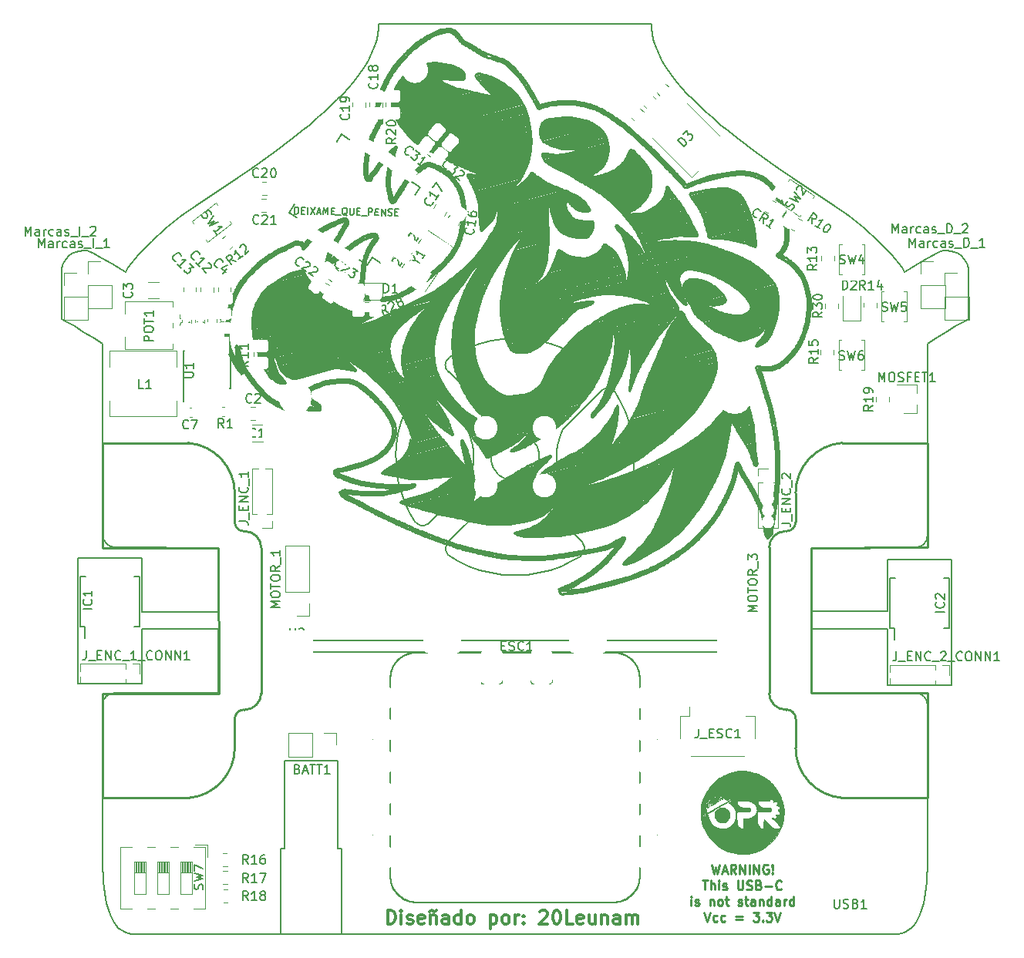
<source format=gto>
G04 #@! TF.GenerationSoftware,KiCad,Pcbnew,(5.0.2)-1*
G04 #@! TF.CreationDate,2019-06-28T15:12:05+02:00*
G04 #@! TF.ProjectId,PCB_Fujitora,5043425f-4675-46a6-9974-6f72612e6b69,rev?*
G04 #@! TF.SameCoordinates,PX5b263a8PY821ca98*
G04 #@! TF.FileFunction,Legend,Top*
G04 #@! TF.FilePolarity,Positive*
%FSLAX46Y46*%
G04 Gerber Fmt 4.6, Leading zero omitted, Abs format (unit mm)*
G04 Created by KiCad (PCBNEW (5.0.2)-1) date 28/06/2019 15:12:05*
%MOMM*%
%LPD*%
G01*
G04 APERTURE LIST*
%ADD10C,0.200000*%
%ADD11C,0.220000*%
%ADD12C,0.250000*%
%ADD13C,0.300000*%
%ADD14C,0.150000*%
%ADD15C,0.120000*%
%ADD16C,0.010000*%
%ADD17C,3.000000*%
%ADD18C,0.100000*%
%ADD19C,2.900000*%
%ADD20C,2.600000*%
%ADD21O,1.400000X1.400000*%
%ADD22R,1.400000X1.400000*%
%ADD23C,2.400000*%
%ADD24R,2.100000X2.100000*%
%ADD25O,2.100000X2.100000*%
%ADD26C,1.650000*%
%ADD27C,1.375000*%
%ADD28C,1.500000*%
%ADD29C,0.650000*%
%ADD30R,0.800000X1.600000*%
%ADD31C,1.000000*%
%ADD32C,1.600000*%
%ADD33R,2.400000X3.500000*%
%ADD34R,1.300000X1.200000*%
%ADD35R,2.400000X1.700000*%
%ADD36R,2.400000X2.400000*%
%ADD37C,1.275000*%
%ADD38C,1.050000*%
%ADD39R,0.700000X1.850000*%
%ADD40R,1.000000X1.850000*%
%ADD41C,1.300000*%
%ADD42R,2.100000X1.300000*%
%ADD43R,1.520000X2.840000*%
%ADD44R,1.000000X1.950000*%
%ADD45R,2.750000X2.750000*%
%ADD46C,3.600000*%
G04 APERTURE END LIST*
D10*
X4318000Y25527000D02*
G75*
G02X5588000Y26797000I1270000J0D01*
G01*
X5715000Y42799000D02*
G75*
G02X4318000Y44196000I0J1397000D01*
G01*
X93599000Y26797000D02*
G75*
G02X94869000Y25527000I0J-1270000D01*
G01*
X94869000Y44069000D02*
G75*
G02X93599000Y42799000I-1270000J0D01*
G01*
D11*
X4317648Y26767552D02*
X17045940Y26774140D01*
X4317648Y42767552D02*
X17033240Y42771060D01*
X17051020Y26779220D02*
X17040860Y42760900D01*
X19817648Y44567552D02*
G75*
G02X18817648Y45567552I0J1000000D01*
G01*
X4317648Y26767552D02*
X4317648Y15267552D01*
X4317648Y15267552D02*
X13717648Y15267552D01*
X4317648Y54267552D02*
X4317648Y42767552D01*
X13717648Y54267552D02*
X4317648Y54267552D01*
X13717648Y54267552D02*
G75*
G02X18817648Y48746249I-438705J-5521303D01*
G01*
X21717648Y26767552D02*
G75*
G02X19917648Y24967552I-1800000J0D01*
G01*
X18817648Y45567552D02*
X18817648Y48746249D01*
X19917648Y44567552D02*
X19817648Y44567552D01*
X19917648Y44567552D02*
G75*
G02X21717648Y42767552I0J-1800000D01*
G01*
X18817648Y20788855D02*
G75*
G02X13717648Y15267552I-5538705J0D01*
G01*
X21717648Y26767552D02*
X21717648Y42767552D01*
X18817648Y23967552D02*
X18817648Y20788855D01*
X18817648Y23967552D02*
G75*
G02X19817648Y24967552I1000000J0D01*
G01*
X19917648Y24967552D02*
X19817648Y24967552D01*
X79402372Y24980188D02*
G75*
G02X80402372Y23980188I0J-1000000D01*
G01*
X94902372Y42780188D02*
X94902372Y54280188D01*
X94902372Y54280188D02*
X85502372Y54280188D01*
X94902372Y15280188D02*
X94902372Y26780188D01*
X85502372Y15280188D02*
X94902372Y15280188D01*
X85502372Y15280188D02*
G75*
G02X80402372Y20801491I438705J5521303D01*
G01*
X77502372Y42780188D02*
G75*
G02X79302372Y44580188I1800000J0D01*
G01*
X80402372Y23980188D02*
X80402372Y20801491D01*
X79302372Y24980188D02*
X79402372Y24980188D01*
X79302372Y24980188D02*
G75*
G02X77502372Y26780188I0J1800000D01*
G01*
X80402372Y48758885D02*
G75*
G02X85502372Y54280188I5538705J0D01*
G01*
X77502372Y42780188D02*
X77502372Y26780188D01*
X80402372Y45580188D02*
X80402372Y48758885D01*
X80402372Y45580188D02*
G75*
G02X79402372Y44580188I-1000000J0D01*
G01*
X79302372Y44580188D02*
X79402372Y44580188D01*
X94902020Y42778680D02*
X82146140Y42773600D01*
D10*
X17043194Y33832800D02*
X17043194Y26787835D01*
X17045734Y42766975D02*
X17043194Y35712400D01*
X5588000Y26797000D02*
X17043194Y26787835D01*
X17045734Y42766975D02*
X5715000Y42799000D01*
D11*
X82130900Y42763440D02*
X82138520Y26781760D01*
X94902020Y26778680D02*
X82138520Y26786840D01*
D12*
X71175667Y7960520D02*
X71413762Y6960520D01*
X71604239Y7674805D01*
X71794715Y6960520D01*
X72032810Y7960520D01*
X72366143Y7246234D02*
X72842334Y7246234D01*
X72270905Y6960520D02*
X72604239Y7960520D01*
X72937572Y6960520D01*
X73842334Y6960520D02*
X73509000Y7436710D01*
X73270905Y6960520D02*
X73270905Y7960520D01*
X73651858Y7960520D01*
X73747096Y7912900D01*
X73794715Y7865281D01*
X73842334Y7770043D01*
X73842334Y7627186D01*
X73794715Y7531948D01*
X73747096Y7484329D01*
X73651858Y7436710D01*
X73270905Y7436710D01*
X74270905Y6960520D02*
X74270905Y7960520D01*
X74842334Y6960520D01*
X74842334Y7960520D01*
X75318524Y6960520D02*
X75318524Y7960520D01*
X75794715Y6960520D02*
X75794715Y7960520D01*
X76366143Y6960520D01*
X76366143Y7960520D01*
X77366143Y7912900D02*
X77270905Y7960520D01*
X77128048Y7960520D01*
X76985191Y7912900D01*
X76889953Y7817662D01*
X76842334Y7722424D01*
X76794715Y7531948D01*
X76794715Y7389091D01*
X76842334Y7198615D01*
X76889953Y7103377D01*
X76985191Y7008139D01*
X77128048Y6960520D01*
X77223286Y6960520D01*
X77366143Y7008139D01*
X77413762Y7055758D01*
X77413762Y7389091D01*
X77223286Y7389091D01*
X77842334Y7055758D02*
X77889953Y7008139D01*
X77842334Y6960520D01*
X77794715Y7008139D01*
X77842334Y7055758D01*
X77842334Y6960520D01*
X77842334Y7341472D02*
X77794715Y7912900D01*
X77842334Y7960520D01*
X77889953Y7912900D01*
X77842334Y7341472D01*
X77842334Y7960520D01*
X70175667Y6210520D02*
X70747096Y6210520D01*
X70461381Y5210520D02*
X70461381Y6210520D01*
X71080429Y5210520D02*
X71080429Y6210520D01*
X71509000Y5210520D02*
X71509000Y5734329D01*
X71461381Y5829567D01*
X71366143Y5877186D01*
X71223286Y5877186D01*
X71128048Y5829567D01*
X71080429Y5781948D01*
X71985191Y5210520D02*
X71985191Y5877186D01*
X71985191Y6210520D02*
X71937572Y6162900D01*
X71985191Y6115281D01*
X72032810Y6162900D01*
X71985191Y6210520D01*
X71985191Y6115281D01*
X72413762Y5258139D02*
X72509000Y5210520D01*
X72699477Y5210520D01*
X72794715Y5258139D01*
X72842334Y5353377D01*
X72842334Y5400996D01*
X72794715Y5496234D01*
X72699477Y5543853D01*
X72556620Y5543853D01*
X72461381Y5591472D01*
X72413762Y5686710D01*
X72413762Y5734329D01*
X72461381Y5829567D01*
X72556620Y5877186D01*
X72699477Y5877186D01*
X72794715Y5829567D01*
X74032810Y6210520D02*
X74032810Y5400996D01*
X74080429Y5305758D01*
X74128048Y5258139D01*
X74223286Y5210520D01*
X74413762Y5210520D01*
X74509000Y5258139D01*
X74556620Y5305758D01*
X74604239Y5400996D01*
X74604239Y6210520D01*
X75032810Y5258139D02*
X75175667Y5210520D01*
X75413762Y5210520D01*
X75509000Y5258139D01*
X75556620Y5305758D01*
X75604239Y5400996D01*
X75604239Y5496234D01*
X75556620Y5591472D01*
X75509000Y5639091D01*
X75413762Y5686710D01*
X75223286Y5734329D01*
X75128048Y5781948D01*
X75080429Y5829567D01*
X75032810Y5924805D01*
X75032810Y6020043D01*
X75080429Y6115281D01*
X75128048Y6162900D01*
X75223286Y6210520D01*
X75461381Y6210520D01*
X75604239Y6162900D01*
X76366143Y5734329D02*
X76509000Y5686710D01*
X76556620Y5639091D01*
X76604239Y5543853D01*
X76604239Y5400996D01*
X76556620Y5305758D01*
X76509000Y5258139D01*
X76413762Y5210520D01*
X76032810Y5210520D01*
X76032810Y6210520D01*
X76366143Y6210520D01*
X76461381Y6162900D01*
X76509000Y6115281D01*
X76556620Y6020043D01*
X76556620Y5924805D01*
X76509000Y5829567D01*
X76461381Y5781948D01*
X76366143Y5734329D01*
X76032810Y5734329D01*
X77032810Y5591472D02*
X77794715Y5591472D01*
X78842334Y5305758D02*
X78794715Y5258139D01*
X78651858Y5210520D01*
X78556620Y5210520D01*
X78413762Y5258139D01*
X78318524Y5353377D01*
X78270905Y5448615D01*
X78223286Y5639091D01*
X78223286Y5781948D01*
X78270905Y5972424D01*
X78318524Y6067662D01*
X78413762Y6162900D01*
X78556620Y6210520D01*
X78651858Y6210520D01*
X78794715Y6162900D01*
X78842334Y6115281D01*
X68937572Y3460520D02*
X68937572Y4127186D01*
X68937572Y4460520D02*
X68889953Y4412900D01*
X68937572Y4365281D01*
X68985191Y4412900D01*
X68937572Y4460520D01*
X68937572Y4365281D01*
X69366143Y3508139D02*
X69461381Y3460520D01*
X69651858Y3460520D01*
X69747096Y3508139D01*
X69794715Y3603377D01*
X69794715Y3650996D01*
X69747096Y3746234D01*
X69651858Y3793853D01*
X69509000Y3793853D01*
X69413762Y3841472D01*
X69366143Y3936710D01*
X69366143Y3984329D01*
X69413762Y4079567D01*
X69509000Y4127186D01*
X69651858Y4127186D01*
X69747096Y4079567D01*
X70985191Y4127186D02*
X70985191Y3460520D01*
X70985191Y4031948D02*
X71032810Y4079567D01*
X71128048Y4127186D01*
X71270905Y4127186D01*
X71366143Y4079567D01*
X71413762Y3984329D01*
X71413762Y3460520D01*
X72032810Y3460520D02*
X71937572Y3508139D01*
X71889953Y3555758D01*
X71842334Y3650996D01*
X71842334Y3936710D01*
X71889953Y4031948D01*
X71937572Y4079567D01*
X72032810Y4127186D01*
X72175667Y4127186D01*
X72270905Y4079567D01*
X72318524Y4031948D01*
X72366143Y3936710D01*
X72366143Y3650996D01*
X72318524Y3555758D01*
X72270905Y3508139D01*
X72175667Y3460520D01*
X72032810Y3460520D01*
X72651858Y4127186D02*
X73032810Y4127186D01*
X72794715Y4460520D02*
X72794715Y3603377D01*
X72842334Y3508139D01*
X72937572Y3460520D01*
X73032810Y3460520D01*
X74080429Y3508139D02*
X74175667Y3460520D01*
X74366143Y3460520D01*
X74461381Y3508139D01*
X74509000Y3603377D01*
X74509000Y3650996D01*
X74461381Y3746234D01*
X74366143Y3793853D01*
X74223286Y3793853D01*
X74128048Y3841472D01*
X74080429Y3936710D01*
X74080429Y3984329D01*
X74128048Y4079567D01*
X74223286Y4127186D01*
X74366143Y4127186D01*
X74461381Y4079567D01*
X74794715Y4127186D02*
X75175667Y4127186D01*
X74937572Y4460520D02*
X74937572Y3603377D01*
X74985191Y3508139D01*
X75080429Y3460520D01*
X75175667Y3460520D01*
X75937572Y3460520D02*
X75937572Y3984329D01*
X75889953Y4079567D01*
X75794715Y4127186D01*
X75604239Y4127186D01*
X75509000Y4079567D01*
X75937572Y3508139D02*
X75842334Y3460520D01*
X75604239Y3460520D01*
X75509000Y3508139D01*
X75461381Y3603377D01*
X75461381Y3698615D01*
X75509000Y3793853D01*
X75604239Y3841472D01*
X75842334Y3841472D01*
X75937572Y3889091D01*
X76413762Y4127186D02*
X76413762Y3460520D01*
X76413762Y4031948D02*
X76461381Y4079567D01*
X76556620Y4127186D01*
X76699477Y4127186D01*
X76794715Y4079567D01*
X76842334Y3984329D01*
X76842334Y3460520D01*
X77747096Y3460520D02*
X77747096Y4460520D01*
X77747096Y3508139D02*
X77651858Y3460520D01*
X77461381Y3460520D01*
X77366143Y3508139D01*
X77318524Y3555758D01*
X77270905Y3650996D01*
X77270905Y3936710D01*
X77318524Y4031948D01*
X77366143Y4079567D01*
X77461381Y4127186D01*
X77651858Y4127186D01*
X77747096Y4079567D01*
X78651858Y3460520D02*
X78651858Y3984329D01*
X78604239Y4079567D01*
X78509000Y4127186D01*
X78318524Y4127186D01*
X78223286Y4079567D01*
X78651858Y3508139D02*
X78556620Y3460520D01*
X78318524Y3460520D01*
X78223286Y3508139D01*
X78175667Y3603377D01*
X78175667Y3698615D01*
X78223286Y3793853D01*
X78318524Y3841472D01*
X78556620Y3841472D01*
X78651858Y3889091D01*
X79128048Y3460520D02*
X79128048Y4127186D01*
X79128048Y3936710D02*
X79175667Y4031948D01*
X79223286Y4079567D01*
X79318524Y4127186D01*
X79413762Y4127186D01*
X80175667Y3460520D02*
X80175667Y4460520D01*
X80175667Y3508139D02*
X80080429Y3460520D01*
X79889953Y3460520D01*
X79794715Y3508139D01*
X79747096Y3555758D01*
X79699477Y3650996D01*
X79699477Y3936710D01*
X79747096Y4031948D01*
X79794715Y4079567D01*
X79889953Y4127186D01*
X80080429Y4127186D01*
X80175667Y4079567D01*
X70366143Y2710520D02*
X70699477Y1710520D01*
X71032810Y2710520D01*
X71794715Y1758139D02*
X71699477Y1710520D01*
X71509000Y1710520D01*
X71413762Y1758139D01*
X71366143Y1805758D01*
X71318524Y1900996D01*
X71318524Y2186710D01*
X71366143Y2281948D01*
X71413762Y2329567D01*
X71509000Y2377186D01*
X71699477Y2377186D01*
X71794715Y2329567D01*
X72651858Y1758139D02*
X72556620Y1710520D01*
X72366143Y1710520D01*
X72270905Y1758139D01*
X72223286Y1805758D01*
X72175667Y1900996D01*
X72175667Y2186710D01*
X72223286Y2281948D01*
X72270905Y2329567D01*
X72366143Y2377186D01*
X72556620Y2377186D01*
X72651858Y2329567D01*
X73842334Y2234329D02*
X74604239Y2234329D01*
X74604239Y1948615D02*
X73842334Y1948615D01*
X75747096Y2710520D02*
X76366143Y2710520D01*
X76032810Y2329567D01*
X76175667Y2329567D01*
X76270905Y2281948D01*
X76318524Y2234329D01*
X76366143Y2139091D01*
X76366143Y1900996D01*
X76318524Y1805758D01*
X76270905Y1758139D01*
X76175667Y1710520D01*
X75889953Y1710520D01*
X75794715Y1758139D01*
X75747096Y1805758D01*
X76794715Y1805758D02*
X76842334Y1758139D01*
X76794715Y1710520D01*
X76747096Y1758139D01*
X76794715Y1805758D01*
X76794715Y1710520D01*
X77175667Y2710520D02*
X77794715Y2710520D01*
X77461381Y2329567D01*
X77604239Y2329567D01*
X77699477Y2281948D01*
X77747096Y2234329D01*
X77794715Y2139091D01*
X77794715Y1900996D01*
X77747096Y1805758D01*
X77699477Y1758139D01*
X77604239Y1710520D01*
X77318524Y1710520D01*
X77223286Y1758139D01*
X77175667Y1805758D01*
X78080429Y2710520D02*
X78413762Y1710520D01*
X78747096Y2710520D01*
D10*
X52244673Y52735480D02*
G75*
G03X52244673Y52735480I-2643553J0D01*
G01*
X46460800Y57898634D02*
X42285920Y62082680D01*
X57017705Y43286523D02*
G75*
G02X56763920Y41813480I-840554J-613567D01*
G01*
X60629841Y45772751D02*
G75*
G02X58948320Y45572680I-919522J561928D01*
G01*
X59053357Y59996443D02*
G75*
G02X60573920Y59847480I699091J-699092D01*
G01*
X56866366Y63556755D02*
G75*
G02X56916320Y62082680I-737446J-762875D01*
G01*
X42279927Y62075439D02*
G75*
G02X42336720Y63606680I615592J743842D01*
G01*
X38531076Y59642043D02*
G75*
G02X40304720Y59796680I935444J-480363D01*
G01*
X39999206Y45370510D02*
G75*
G02X38628320Y45623480I-560043J806047D01*
G01*
X42236912Y41967401D02*
G75*
G02X42336720Y43489880I836408J709679D01*
G01*
X24290020Y19347180D02*
X30132020Y19347180D01*
X24290020Y9695180D02*
X24290020Y19347180D01*
X23845520Y297180D02*
X23845520Y9695180D01*
X30132020Y9695180D02*
X30132020Y19347180D01*
X30576520Y9695180D02*
X30132020Y9695180D01*
X30576520Y297180D02*
X30576520Y9695180D01*
X23845520Y9695180D02*
X24290020Y9695180D01*
X75852020Y32047180D02*
X75852020Y32999680D01*
D13*
X35594579Y1444869D02*
X35594579Y2944869D01*
X35951722Y2944869D01*
X36166008Y2873440D01*
X36308865Y2730583D01*
X36380294Y2587726D01*
X36451722Y2302012D01*
X36451722Y2087726D01*
X36380294Y1802012D01*
X36308865Y1659155D01*
X36166008Y1516298D01*
X35951722Y1444869D01*
X35594579Y1444869D01*
X37094579Y1444869D02*
X37094579Y2444869D01*
X37094579Y2944869D02*
X37023151Y2873440D01*
X37094579Y2802012D01*
X37166008Y2873440D01*
X37094579Y2944869D01*
X37094579Y2802012D01*
X37737437Y1516298D02*
X37880294Y1444869D01*
X38166008Y1444869D01*
X38308865Y1516298D01*
X38380294Y1659155D01*
X38380294Y1730583D01*
X38308865Y1873440D01*
X38166008Y1944869D01*
X37951722Y1944869D01*
X37808865Y2016298D01*
X37737437Y2159155D01*
X37737437Y2230583D01*
X37808865Y2373440D01*
X37951722Y2444869D01*
X38166008Y2444869D01*
X38308865Y2373440D01*
X39594580Y1516298D02*
X39451722Y1444869D01*
X39166008Y1444869D01*
X39023151Y1516298D01*
X38951722Y1659155D01*
X38951722Y2230583D01*
X39023151Y2373440D01*
X39166008Y2444869D01*
X39451722Y2444869D01*
X39594580Y2373440D01*
X39666008Y2230583D01*
X39666008Y2087726D01*
X38951722Y1944869D01*
X40308865Y2444869D02*
X40308865Y1444869D01*
X40308865Y2302012D02*
X40380294Y2373440D01*
X40523151Y2444869D01*
X40737437Y2444869D01*
X40880294Y2373440D01*
X40951722Y2230583D01*
X40951722Y1444869D01*
X40237437Y2802012D02*
X40308865Y2873440D01*
X40451722Y2944869D01*
X40737437Y2802012D01*
X40880294Y2873440D01*
X40951722Y2944869D01*
X42308865Y1444869D02*
X42308865Y2230583D01*
X42237437Y2373440D01*
X42094580Y2444869D01*
X41808865Y2444869D01*
X41666008Y2373440D01*
X42308865Y1516298D02*
X42166008Y1444869D01*
X41808865Y1444869D01*
X41666008Y1516298D01*
X41594580Y1659155D01*
X41594580Y1802012D01*
X41666008Y1944869D01*
X41808865Y2016298D01*
X42166008Y2016298D01*
X42308865Y2087726D01*
X43666008Y1444869D02*
X43666008Y2944869D01*
X43666008Y1516298D02*
X43523151Y1444869D01*
X43237437Y1444869D01*
X43094580Y1516298D01*
X43023151Y1587726D01*
X42951722Y1730583D01*
X42951722Y2159155D01*
X43023151Y2302012D01*
X43094580Y2373440D01*
X43237437Y2444869D01*
X43523151Y2444869D01*
X43666008Y2373440D01*
X44594580Y1444869D02*
X44451722Y1516298D01*
X44380294Y1587726D01*
X44308865Y1730583D01*
X44308865Y2159155D01*
X44380294Y2302012D01*
X44451722Y2373440D01*
X44594580Y2444869D01*
X44808865Y2444869D01*
X44951722Y2373440D01*
X45023151Y2302012D01*
X45094580Y2159155D01*
X45094580Y1730583D01*
X45023151Y1587726D01*
X44951722Y1516298D01*
X44808865Y1444869D01*
X44594580Y1444869D01*
X46880294Y2444869D02*
X46880294Y944869D01*
X46880294Y2373440D02*
X47023151Y2444869D01*
X47308865Y2444869D01*
X47451722Y2373440D01*
X47523151Y2302012D01*
X47594580Y2159155D01*
X47594580Y1730583D01*
X47523151Y1587726D01*
X47451722Y1516298D01*
X47308865Y1444869D01*
X47023151Y1444869D01*
X46880294Y1516298D01*
X48451722Y1444869D02*
X48308865Y1516298D01*
X48237437Y1587726D01*
X48166008Y1730583D01*
X48166008Y2159155D01*
X48237437Y2302012D01*
X48308865Y2373440D01*
X48451722Y2444869D01*
X48666008Y2444869D01*
X48808865Y2373440D01*
X48880294Y2302012D01*
X48951722Y2159155D01*
X48951722Y1730583D01*
X48880294Y1587726D01*
X48808865Y1516298D01*
X48666008Y1444869D01*
X48451722Y1444869D01*
X49594580Y1444869D02*
X49594580Y2444869D01*
X49594580Y2159155D02*
X49666008Y2302012D01*
X49737437Y2373440D01*
X49880294Y2444869D01*
X50023151Y2444869D01*
X50523151Y1587726D02*
X50594580Y1516298D01*
X50523151Y1444869D01*
X50451722Y1516298D01*
X50523151Y1587726D01*
X50523151Y1444869D01*
X50523151Y2373440D02*
X50594580Y2302012D01*
X50523151Y2230583D01*
X50451722Y2302012D01*
X50523151Y2373440D01*
X50523151Y2230583D01*
X52308865Y2802012D02*
X52380294Y2873440D01*
X52523151Y2944869D01*
X52880294Y2944869D01*
X53023151Y2873440D01*
X53094580Y2802012D01*
X53166008Y2659155D01*
X53166008Y2516298D01*
X53094580Y2302012D01*
X52237437Y1444869D01*
X53166008Y1444869D01*
X54094580Y2944869D02*
X54237437Y2944869D01*
X54380294Y2873440D01*
X54451722Y2802012D01*
X54523151Y2659155D01*
X54594580Y2373440D01*
X54594580Y2016298D01*
X54523151Y1730583D01*
X54451722Y1587726D01*
X54380294Y1516298D01*
X54237437Y1444869D01*
X54094580Y1444869D01*
X53951722Y1516298D01*
X53880294Y1587726D01*
X53808865Y1730583D01*
X53737437Y2016298D01*
X53737437Y2373440D01*
X53808865Y2659155D01*
X53880294Y2802012D01*
X53951722Y2873440D01*
X54094580Y2944869D01*
X55951722Y1444869D02*
X55237437Y1444869D01*
X55237437Y2944869D01*
X57023151Y1516298D02*
X56880294Y1444869D01*
X56594580Y1444869D01*
X56451722Y1516298D01*
X56380294Y1659155D01*
X56380294Y2230583D01*
X56451722Y2373440D01*
X56594580Y2444869D01*
X56880294Y2444869D01*
X57023151Y2373440D01*
X57094580Y2230583D01*
X57094580Y2087726D01*
X56380294Y1944869D01*
X58380294Y2444869D02*
X58380294Y1444869D01*
X57737437Y2444869D02*
X57737437Y1659155D01*
X57808865Y1516298D01*
X57951722Y1444869D01*
X58166008Y1444869D01*
X58308865Y1516298D01*
X58380294Y1587726D01*
X59094580Y2444869D02*
X59094580Y1444869D01*
X59094580Y2302012D02*
X59166008Y2373440D01*
X59308865Y2444869D01*
X59523151Y2444869D01*
X59666008Y2373440D01*
X59737437Y2230583D01*
X59737437Y1444869D01*
X61094580Y1444869D02*
X61094580Y2230583D01*
X61023151Y2373440D01*
X60880294Y2444869D01*
X60594580Y2444869D01*
X60451722Y2373440D01*
X61094580Y1516298D02*
X60951722Y1444869D01*
X60594580Y1444869D01*
X60451722Y1516298D01*
X60380294Y1659155D01*
X60380294Y1802012D01*
X60451722Y1944869D01*
X60594580Y2016298D01*
X60951722Y2016298D01*
X61094580Y2087726D01*
X61808865Y1444869D02*
X61808865Y2444869D01*
X61808865Y2302012D02*
X61880294Y2373440D01*
X62023151Y2444869D01*
X62237437Y2444869D01*
X62380294Y2373440D01*
X62451722Y2230583D01*
X62451722Y1444869D01*
X62451722Y2230583D02*
X62523151Y2373440D01*
X62666008Y2444869D01*
X62880294Y2444869D01*
X63023151Y2373440D01*
X63094580Y2230583D01*
X63094580Y1444869D01*
D12*
X35819896Y83295590D02*
X35817745Y83246900D01*
X35831666Y83505799D02*
X35825246Y83416742D01*
X35827253Y82469341D02*
X35837944Y82341036D01*
X36285378Y81227297D02*
X36333564Y81322355D01*
X36831913Y82088669D02*
X36853625Y82123191D01*
X35815761Y82687964D02*
X35824075Y82507473D01*
X36448927Y81509321D02*
X36515928Y81610350D01*
X35836359Y83570905D02*
X35831666Y83505799D01*
X35825246Y83416742D02*
X35819896Y83295590D01*
X35851722Y83714141D02*
X35836359Y83570905D01*
X36923045Y82233566D02*
X37007414Y82371454D01*
X36515928Y81610350D02*
X36588342Y81718864D01*
X35813237Y83064365D02*
X35812362Y82875824D01*
X36027573Y81530582D02*
X36035263Y81489801D01*
X35890950Y82040409D02*
X35926598Y81900959D01*
X36665554Y81834798D02*
X36690373Y81872392D01*
X35926598Y81900959D02*
X35963615Y81769254D01*
X37123848Y82562263D02*
X37159191Y82619177D01*
X36333564Y81322355D02*
X36361353Y81370121D01*
X35998455Y81645669D02*
X36027573Y81530582D01*
X35817745Y83246900D02*
X35813237Y83064365D01*
X36242606Y81139724D02*
X36285378Y81227297D01*
X36065363Y81302095D02*
X36079491Y81195663D01*
X37021355Y82394237D02*
X37123848Y82562263D01*
X36588342Y81718864D02*
X36665554Y81834798D01*
X36746949Y81958088D02*
X36831913Y82088669D01*
X36387953Y81415842D02*
X36448927Y81509321D01*
X35837944Y82341036D02*
X35848523Y82267985D01*
X35824075Y82507473D02*
X35827253Y82469341D01*
X35812362Y82875824D02*
X35815761Y82687964D01*
X36049057Y81416647D02*
X36065363Y81302095D01*
X36079491Y81195663D02*
X36094446Y81106090D01*
X35860217Y82187227D02*
X35884629Y82070604D01*
X35963615Y81769254D02*
X35987623Y81684091D01*
X35607848Y81815437D02*
X35645959Y81679838D01*
X36035203Y80627700D02*
X36372792Y80744055D01*
X35485899Y82677385D02*
X35490105Y82586058D01*
X35738437Y81257129D02*
X35745348Y81205063D01*
X35535103Y82129718D02*
X35569436Y81965702D01*
X35705167Y81459469D02*
X35715599Y81404147D01*
X35483256Y83069205D02*
X35482927Y82998245D01*
X35753087Y81146765D02*
X35772220Y81032170D01*
X35482348Y82873604D02*
X35483835Y82791433D01*
X35487925Y83258254D02*
X35486642Y83206295D01*
X35569436Y81965702D02*
X35607848Y81815437D01*
X35507627Y83600374D02*
X35495770Y83435889D01*
X35494706Y82486171D02*
X35503341Y82382549D01*
X35645959Y81679838D02*
X35668841Y81598673D01*
X35679627Y81560412D02*
X35705167Y81459469D01*
X35509916Y82303653D02*
X35527535Y82181976D01*
X35723397Y81362793D02*
X35738437Y81257129D01*
X35495770Y83435889D02*
X35487925Y83258254D01*
X35772220Y81032170D02*
X35779559Y81007174D01*
X35779559Y81007174D02*
X35816754Y80880488D01*
X36170131Y81023256D02*
X36204454Y81068691D01*
X36536336Y80989180D02*
X36580827Y81080273D01*
X36668955Y81242611D02*
X36242606Y81139724D01*
X36094446Y81106090D02*
X35779559Y81007174D01*
X36113230Y81042114D02*
X36138845Y81012473D01*
X36536336Y80989180D02*
X35866154Y80823322D01*
X35816754Y80880488D02*
X35866154Y80823322D01*
X36138845Y81012473D02*
X36170131Y81023256D01*
X36623597Y81164647D02*
X36668955Y81242611D01*
X36204454Y81068691D02*
X36242606Y81139724D01*
X36580827Y81080273D02*
X36623597Y81164647D01*
X36094446Y81106090D02*
X36113230Y81042114D01*
X35819896Y83295590D02*
X35486642Y83206295D01*
X36242606Y81139724D02*
X36094446Y81106090D01*
X37165862Y81999799D02*
X36690373Y81872392D01*
X37004712Y81749564D02*
X36515928Y81610350D01*
X35827253Y82469341D02*
X35503341Y82382549D01*
X36837485Y81497700D02*
X36361353Y81370121D01*
X35884629Y82070604D02*
X35569436Y81965702D01*
X36690373Y81872392D02*
X36746949Y81958088D01*
X35482927Y82998245D02*
X35482348Y82873604D01*
X35866154Y80823322D02*
X36011442Y80655197D01*
X35486642Y83206295D02*
X35483256Y83069205D01*
X35483835Y82791433D02*
X35485899Y82677385D01*
X35745348Y81205063D02*
X35753087Y81146765D01*
X36837485Y81497700D02*
X36862920Y81535815D01*
X37004712Y81749564D02*
X37022951Y81777191D01*
X35715599Y81404147D02*
X35723397Y81362793D01*
X37165862Y81999799D02*
X37203471Y82059597D01*
X35510460Y83626788D02*
X35507627Y83600374D01*
X35668841Y81598673D02*
X35679627Y81560412D01*
X35527535Y82181976D02*
X35535103Y82129718D01*
X35490105Y82586058D02*
X35494706Y82486171D01*
X36011442Y80655197D02*
X36035203Y80627700D01*
X35503341Y82382549D02*
X35509916Y82303653D01*
X36065363Y81302095D02*
X35745348Y81205063D01*
X35812362Y82875824D02*
X35483835Y82791433D01*
X36372792Y80744055D02*
X36011442Y80655197D01*
X37109903Y81910825D02*
X37165862Y81999799D01*
X37022951Y81777191D02*
X37109903Y81910825D01*
X36483121Y80890104D02*
X36536336Y80989180D01*
X36372792Y80744055D02*
X36483121Y80890104D01*
X36035263Y81489801D02*
X36049057Y81416647D01*
X36853625Y82123191D02*
X36923045Y82233566D01*
X35987623Y81684091D02*
X35998455Y81645669D01*
X35848523Y82267985D02*
X35860217Y82187227D01*
X35884629Y82070604D02*
X35890950Y82040409D01*
X36361353Y81370121D02*
X36387953Y81415842D01*
X37007414Y82371454D02*
X37021355Y82394237D01*
X35831666Y83505799D02*
X35495770Y83435889D01*
X35987623Y81684091D02*
X35668841Y81598673D01*
X36940584Y81652428D02*
X37004712Y81749564D01*
X36862920Y81535815D02*
X36940584Y81652428D01*
X36790684Y81427568D02*
X36837485Y81497700D01*
X36724639Y81327981D02*
X36790684Y81427568D01*
X36668955Y81242611D02*
X36724639Y81327981D01*
X35851722Y83714141D02*
X35510460Y83626788D01*
X35815761Y82687964D02*
X35490105Y82586058D01*
X35848523Y82267985D02*
X35527535Y82181976D01*
X35926598Y81900959D02*
X35607848Y81815437D01*
X35813237Y83064365D02*
X35482927Y82998245D01*
X36035263Y81489801D02*
X35715599Y81404147D01*
X37329406Y82886710D02*
X37426481Y83026294D01*
X37518501Y83145433D02*
X37607812Y83250350D01*
X37695316Y83345787D02*
X37744346Y83397135D01*
X37781918Y83436483D02*
X37868519Y83527179D01*
X37868519Y83527179D02*
X37956024Y83622616D01*
X37607812Y83250350D02*
X37695316Y83345787D01*
X37227530Y82729227D02*
X37329406Y82886710D01*
X37426481Y83026294D02*
X37518501Y83145433D01*
X37470936Y82495654D02*
X37007414Y82371454D01*
X37633737Y82746332D02*
X37159191Y82619177D01*
X37834094Y83007072D02*
X37329406Y82886710D01*
X37318560Y82247770D02*
X36853625Y82123191D01*
X37470936Y82495654D02*
X37506265Y82552546D01*
X37633737Y82746332D02*
X37692693Y82831104D01*
X37318560Y82247770D02*
X37404887Y82389292D01*
X37774872Y82937501D02*
X37834094Y83007072D01*
X37692693Y82831104D02*
X37774872Y82937501D01*
X37834094Y83007072D02*
X37936294Y83120307D01*
X37506265Y82552546D02*
X37603484Y82702830D01*
X37404887Y82389292D02*
X37470936Y82495654D01*
X37603484Y82702830D02*
X37633737Y82746332D01*
X37203471Y82059597D02*
X37302961Y82222196D01*
X37302961Y82222196D02*
X37318560Y82247770D01*
X37744346Y83397135D02*
X37781918Y83436483D01*
X37159191Y82619177D02*
X37227530Y82729227D01*
D10*
X8605520Y35712400D02*
X8605520Y41635680D01*
X82138520Y35763200D02*
X82138520Y42768520D01*
X90520520Y41457880D02*
X90520520Y35763200D01*
X90520520Y33832800D02*
X90520520Y27678380D01*
X97505520Y27678380D02*
X90520520Y27678380D01*
X97505520Y41457880D02*
X97505520Y27678380D01*
X90520520Y41457880D02*
X97505520Y41457880D01*
X82143600Y33832800D02*
X90525600Y33832800D01*
X82138520Y35763200D02*
X90525600Y35763200D01*
X17051020Y35712400D02*
X8585200Y35712400D01*
X17051020Y33832800D02*
X8585200Y33832800D01*
X1620520Y27856180D02*
X1620520Y41635680D01*
X8605520Y27856180D02*
X1620520Y27856180D01*
X8605520Y33832800D02*
X8605520Y27856180D01*
X1620520Y41635680D02*
X8605520Y41635680D01*
X44339480Y49693103D02*
X44588714Y50271119D01*
X62126337Y56508909D02*
X62436321Y55271383D01*
X61151089Y58863366D02*
X60573920Y59847480D01*
X62126337Y56508909D02*
X61696546Y57710093D01*
X45011017Y53364025D02*
X45039480Y52735208D01*
X54404310Y50869288D02*
X54263157Y51482718D01*
X61696546Y57710093D02*
X61151089Y58863366D01*
X35844508Y6800630D02*
X35844508Y28300630D01*
X63344508Y6800630D02*
X63344508Y28300630D01*
X43374748Y64200185D02*
X42336720Y63606680D01*
X45729205Y65175433D02*
X44528021Y64745642D01*
X48228683Y65672610D02*
X49079542Y65712441D01*
X49079542Y65712441D02*
X49502905Y65735208D01*
X55814270Y64200185D02*
X54756518Y64678135D01*
X43374748Y64200185D02*
X44528021Y64745642D01*
X52728218Y57898634D02*
X52150202Y57649400D01*
X49686113Y57198634D02*
X49594604Y57202785D01*
X52150202Y57649400D02*
X51552033Y57453406D01*
X51552033Y57453406D02*
X50938603Y57312253D01*
X50938603Y57312253D02*
X50314929Y57227097D01*
X50314929Y57227097D02*
X49686113Y57198634D01*
X56865520Y63555880D02*
X55814270Y64200185D01*
X52222287Y65485417D02*
X50960335Y65672610D01*
X53459813Y65175433D02*
X52222287Y65485417D01*
X49686113Y65735208D02*
X49594587Y65730704D01*
X54660997Y64745642D02*
X53459813Y65175433D01*
X49686113Y39735208D02*
X50960335Y39797807D01*
X53459813Y40294984D02*
X54660997Y40724775D01*
X44925861Y53987699D02*
X44784708Y54601128D01*
X37062681Y48961508D02*
X36752697Y50199034D01*
X44925861Y51482718D02*
X45011017Y52106392D01*
X36565504Y51460986D02*
X36518298Y52525904D01*
X50960335Y39797807D02*
X52222287Y39985000D01*
X48874089Y48243320D02*
X48250415Y48158164D01*
X49502905Y39735208D02*
X48228683Y39797807D01*
X38628320Y45623480D02*
X38037929Y46607051D01*
X37492472Y47760324D02*
X37320787Y48232934D01*
X36642935Y50907296D02*
X36565504Y51460986D01*
X37062681Y56508909D02*
X37492472Y57710093D01*
X44588714Y55199298D02*
X44339480Y55777314D01*
X44528021Y40724775D02*
X43374748Y41270232D01*
X54660997Y40724775D02*
X55814270Y41270232D01*
X55814270Y41270232D02*
X56763920Y41813480D01*
X47038816Y47821017D02*
X46460800Y47571783D01*
X36752697Y50199034D02*
X36642935Y50907296D01*
X38037929Y58863366D02*
X38312123Y59306955D01*
X38312123Y59306955D02*
X38526720Y59644280D01*
X47636986Y48017011D02*
X47038816Y47821017D01*
X45011017Y52106392D02*
X45039480Y52735208D01*
X44784708Y50869288D02*
X44925861Y51482718D01*
X43374748Y41270232D02*
X42235120Y41965880D01*
X44588714Y50271119D02*
X44784708Y50869288D01*
X36502905Y52735208D02*
X36565504Y54009431D01*
X36565504Y54009431D02*
X36752697Y55271383D01*
X45011017Y53364025D02*
X44925861Y53987699D01*
X37320787Y48232934D02*
X37062681Y48961508D01*
X49594641Y39739715D02*
X49686113Y39735208D01*
X44784708Y54601128D02*
X44588714Y55199298D01*
X44339480Y49693103D02*
X39999920Y45369480D01*
X44339480Y55777314D02*
X40304720Y59796680D01*
X37492472Y57710093D02*
X38037929Y58863366D01*
X38037929Y46607051D02*
X37492472Y47760324D01*
X36518298Y52525904D02*
X36502905Y52735208D01*
X36752697Y55271383D02*
X37062681Y56508909D01*
X49686113Y48271783D02*
X50314929Y48243320D01*
X50314929Y48243320D02*
X50938603Y48158164D01*
X51552033Y48017011D02*
X52150202Y47821017D01*
X52728218Y47571783D02*
X57017920Y43286680D01*
X49594623Y48267631D02*
X49502905Y48271783D01*
X7817429Y310422D02*
X91371589Y310422D01*
X4394008Y6063944D02*
X4455297Y5407008D01*
X4315208Y8273622D02*
X4323963Y7497251D01*
X4350230Y6760692D02*
X4394008Y6063944D01*
X4323963Y7497251D02*
X4350230Y6760692D01*
X5576008Y1584741D02*
X5794896Y1286110D01*
X4455297Y5407008D02*
X4534097Y4789884D01*
X5794896Y1286110D02*
X6031296Y1027291D01*
X4534097Y4789884D02*
X4630408Y4212571D01*
X4744230Y3675070D02*
X4875563Y3177381D01*
X4630408Y4212571D02*
X4744230Y3675070D01*
X6556629Y629088D02*
X6845563Y489704D01*
X4875563Y3177381D02*
X5024408Y2719504D01*
X6285207Y808284D02*
X6556629Y629088D01*
X5024408Y2719504D02*
X5190763Y2301438D01*
X6031296Y1027291D02*
X6285207Y808284D01*
X6845563Y489704D02*
X7152007Y390131D01*
X93157722Y1027291D02*
X92903811Y808284D01*
X93394122Y1286110D02*
X93157722Y1027291D01*
X93814388Y1923184D02*
X93613010Y1584741D01*
X94313455Y3177381D02*
X94164610Y2719504D01*
X93613010Y1584741D02*
X93394122Y1286110D01*
X93998255Y2301438D02*
X93814388Y1923184D01*
X94164610Y2719504D02*
X93998255Y2301438D01*
X94444788Y3675070D02*
X94313455Y3177381D01*
X94733721Y5407008D02*
X94654921Y4789884D01*
X94558610Y4212571D02*
X94444788Y3675070D01*
X94654921Y4789884D02*
X94558610Y4212571D01*
X94795010Y6063944D02*
X94733721Y5407008D01*
X94838788Y6760692D02*
X94795010Y6063944D01*
X94873810Y8273622D02*
X94865055Y7497251D01*
X94865055Y7497251D02*
X94838788Y6760692D01*
X94869000Y25527000D02*
X94873810Y8273622D01*
X82135980Y26789380D02*
X93599000Y26797000D01*
X82135980Y26789380D02*
X82138520Y33832800D01*
X4318000Y25527000D02*
X4315208Y8273622D01*
X93599000Y42799000D02*
X82138520Y42768520D01*
X54756518Y64678135D02*
X54660997Y64745642D01*
X46966731Y65485417D02*
X48228683Y65672610D01*
X50960335Y65672610D02*
X49686113Y65735208D01*
X91713056Y330371D02*
X91371589Y310422D01*
X52150202Y47821017D02*
X52728218Y47571783D01*
X52728218Y57898634D02*
X56916320Y62082680D01*
X92037011Y390131D02*
X91713056Y330371D01*
X45729205Y65175433D02*
X46966731Y65485417D01*
X62251045Y49558755D02*
X62436321Y50199034D01*
X49502905Y65735208D02*
X49594587Y65730704D01*
X45993997Y27800630D02*
X47993997Y27800630D01*
X35946731Y29077088D02*
X35844508Y28300630D01*
X45993997Y27800630D02*
X45993997Y31242000D01*
X35946731Y6024173D02*
X35844508Y6800630D01*
X63242286Y6024173D02*
X63344508Y6800630D01*
X36246432Y5300630D02*
X35946731Y6024173D01*
X38844508Y3800630D02*
X38068051Y3902853D01*
X38068051Y3902853D02*
X37344508Y4202554D01*
X60344508Y3800630D02*
X61120965Y3902853D01*
X45993997Y31242000D02*
X38844508Y31242000D01*
X62465828Y4679310D02*
X62942584Y5300630D01*
X1212712Y67086175D02*
X243894Y67660921D01*
X-190082Y67906499D02*
X-190130Y73355172D01*
X96204834Y75263597D02*
X96614481Y75375290D01*
X37344508Y4202554D02*
X36723188Y4679310D01*
X62942584Y29800630D02*
X62465828Y30421951D01*
X62465828Y30421951D02*
X61844508Y30898707D01*
X92742200Y73258277D02*
X92388426Y73035502D01*
X51489186Y31300630D02*
X47993997Y31300630D01*
X51489186Y27800630D02*
X53489186Y27800630D01*
X61844508Y30898707D02*
X61120965Y31198408D01*
X47993997Y27800630D02*
X47993997Y31300630D01*
X38068051Y31198408D02*
X37344508Y30898707D01*
X53489186Y27800630D02*
X53489186Y31242000D01*
X69811281Y91322921D02*
X69129374Y91987228D01*
X72145505Y89255277D02*
X71319303Y89957470D01*
X99119789Y74160308D02*
X99285730Y73769477D01*
X2151640Y75411946D02*
X1728863Y75372651D01*
X71319303Y89957470D02*
X70541243Y90646509D01*
X6446922Y73258331D02*
X6800697Y73035555D01*
X94869000Y44069000D02*
X94879277Y65142766D01*
X98886760Y74515248D02*
X99119789Y74160308D01*
X2574643Y75375157D02*
X2151640Y75411946D01*
X96020212Y75196909D02*
X94934116Y74582208D01*
X302364Y74515116D02*
X69335Y74160175D01*
X1728863Y75372651D02*
X1319886Y75258532D01*
X37344508Y30898707D02*
X36723188Y30421951D01*
X36723188Y30421951D02*
X36246432Y29800630D01*
X61844508Y4202554D02*
X62465828Y4679310D01*
X2984290Y75263465D02*
X2574643Y75375157D01*
X98251282Y75073387D02*
X98594126Y74822901D01*
X38811200Y31242000D02*
X38068051Y31198408D01*
X61120965Y31198408D02*
X60350400Y31242000D01*
X594998Y74822768D02*
X302364Y74515116D01*
X63242286Y29077088D02*
X62942584Y29800630D01*
X1319886Y75258532D02*
X937842Y75073255D01*
X69335Y74160175D02*
X-96606Y73769344D01*
X937842Y75073255D02*
X594998Y74822768D01*
X96968091Y66466294D02*
X95920903Y65806866D01*
X36246432Y29800630D02*
X35946731Y29077088D01*
X97460261Y75372783D02*
X97869238Y75258665D01*
X-96606Y73769344D02*
X-190130Y73355172D01*
X63344508Y28300630D02*
X63242286Y29077088D01*
X60344508Y31242000D02*
X53489186Y31242000D01*
X38844508Y3800630D02*
X60344508Y3800630D01*
X96020212Y75196909D02*
X96204834Y75263597D01*
X96968091Y66466294D02*
X97976411Y67086121D01*
X61120965Y3902853D02*
X61844508Y4202554D01*
X36723188Y4679310D02*
X36246432Y5300630D01*
X62942584Y5300630D02*
X63242286Y6024173D01*
X94934116Y74582208D02*
X93840967Y73933703D01*
X51489186Y27800630D02*
X51489186Y31300630D01*
X243894Y67660921D02*
X-190082Y67906499D01*
X66439168Y95145565D02*
X66044691Y95748263D01*
X68495480Y92639957D02*
X67909555Y93281630D01*
X30060751Y91987229D02*
X30694646Y92639957D01*
X33492156Y96342529D02*
X33791167Y96928887D01*
X33145434Y95748263D02*
X33492156Y96342529D01*
X87934587Y77859309D02*
X86217560Y79205571D01*
X78228900Y84621388D02*
X76084245Y86141290D01*
X2221032Y66466348D02*
X3268220Y65806919D01*
X69129374Y91987228D02*
X68495480Y92639957D01*
X4318000Y44196000D02*
X4309817Y65142766D01*
X4255007Y74582262D02*
X5348156Y73933756D01*
X67371557Y93912773D02*
X66881442Y94533910D01*
X4309817Y65142766D02*
X3268220Y65806919D01*
X64679175Y99205727D02*
X64618079Y99760412D01*
X94879277Y65142766D02*
X95920903Y65806866D01*
X34042508Y97507861D02*
X34246224Y98079976D01*
X8306908Y75028337D02*
X9693736Y76471310D01*
X5348156Y73933756D02*
X6446922Y73258331D01*
X32750958Y95145565D02*
X33145434Y95748263D01*
X14824611Y80528558D02*
X16791013Y81851960D01*
X20960188Y84621412D02*
X23104844Y86141314D01*
X18845470Y83204816D02*
X20960188Y84621412D01*
X93840967Y73933703D02*
X92742200Y73258277D01*
X89495352Y76471286D02*
X87934587Y77859309D01*
X32308684Y94533910D02*
X32750958Y95145565D01*
X9693736Y76471310D02*
X11254502Y77859333D01*
X27870822Y89957470D02*
X28648883Y90646510D01*
X97037484Y75412079D02*
X97460261Y75372783D01*
X65398959Y96928887D02*
X65147618Y97507861D01*
X3168699Y75197010D02*
X4255007Y74582262D01*
X65697969Y96342529D02*
X65398959Y96928887D01*
X73019891Y88539407D02*
X72145505Y89255277D01*
X84364478Y80528534D02*
X82398076Y81851936D01*
X2221032Y66466348D02*
X1212712Y67086175D01*
X27044621Y89255277D02*
X27870822Y89957470D01*
X65147618Y97507861D02*
X64943902Y98079976D01*
X30694646Y92639957D02*
X31280570Y93281630D01*
X97976411Y67086121D02*
X98945229Y67660868D01*
X80343619Y83204792D02*
X78228900Y84621388D01*
X64943902Y98079976D02*
X64787769Y98645757D01*
X76084245Y86141290D02*
X73942504Y87809335D01*
X25246584Y87809359D02*
X26170235Y88539407D01*
X34246224Y98079976D02*
X34402357Y98645757D01*
X73942504Y87809335D02*
X73019891Y88539407D01*
X2984290Y75263465D02*
X3168699Y75197010D01*
X28648883Y90646510D02*
X29378845Y91322921D01*
X29378845Y91322921D02*
X30060751Y91987229D01*
X96614481Y75375290D02*
X97037484Y75412079D01*
X98594126Y74822901D02*
X98886760Y74515248D01*
X99285730Y73769477D02*
X99379254Y73355305D01*
X33791167Y96928887D02*
X34042508Y97507861D01*
X97869238Y75258665D02*
X98251282Y75073387D01*
X64787769Y98645757D02*
X64679175Y99205727D01*
X70541243Y90646509D02*
X69811281Y91322921D01*
X66044691Y95748263D02*
X65697969Y96342529D01*
X99378989Y67906364D02*
X99379254Y73355305D01*
X98945229Y67660868D02*
X99378989Y67906364D01*
X48874089Y57227097D02*
X49502905Y57198634D01*
X92388426Y73035502D02*
X92079924Y73522478D01*
X54600304Y50271119D02*
X54404310Y50869288D01*
X34572047Y99760412D02*
X34585695Y100310406D01*
X62686113Y52735208D02*
X62623514Y54009431D01*
X6800697Y73035555D02*
X7109164Y73522502D01*
X16791013Y81851960D02*
X18845470Y83204816D01*
X31280570Y93281630D02*
X31818569Y93912773D01*
X54849538Y49693103D02*
X58948320Y45572680D01*
X67909555Y93281630D02*
X67371557Y93912773D01*
X64618079Y99760412D02*
X64604437Y100310336D01*
X66881442Y94533910D02*
X66439168Y95145565D01*
X86217560Y79205571D02*
X84364478Y80528534D01*
X92079924Y73522478D02*
X90882180Y75028313D01*
X62623514Y51460986D02*
X62686113Y52735208D01*
X61752970Y47885469D02*
X62126337Y48961508D01*
X54263157Y53987699D02*
X54404310Y54601128D01*
X46460800Y57898634D02*
X47038816Y57649400D01*
X54849538Y49693103D02*
X54600304Y50271119D01*
X47038816Y57649400D02*
X47636986Y57453406D01*
X34585695Y100310406D02*
X64604437Y100310336D01*
X34402357Y98645757D02*
X34510950Y99205727D01*
X61151089Y46607051D02*
X61696546Y47760324D01*
X54600304Y55199298D02*
X54849538Y55777314D01*
X60624720Y45775880D02*
X61151089Y46607051D01*
X12971529Y79205595D02*
X14824611Y80528558D01*
X34510950Y99205727D02*
X34572047Y99760412D01*
X54149538Y52735208D02*
X54178001Y53364025D01*
X23104844Y86141314D02*
X25246584Y87809359D01*
X26170235Y88539407D02*
X27044621Y89255277D01*
X7109164Y73522502D02*
X8306908Y75028337D01*
X11254502Y77859333D02*
X12971529Y79205595D01*
X90882180Y75028313D02*
X89495352Y76471286D01*
X82398076Y81851936D02*
X80343619Y83204792D01*
X31818569Y93912773D02*
X32308684Y94533910D01*
X48250415Y57312253D02*
X48874089Y57227097D01*
X47636986Y57453406D02*
X48250415Y57312253D01*
X54178001Y52106392D02*
X54149538Y52735208D01*
X92632389Y629088D02*
X92343455Y489704D01*
X49594623Y48267631D02*
X49686113Y48271783D01*
X45729205Y40294984D02*
X44528021Y40724775D01*
X5374630Y1923184D02*
X5576008Y1584741D01*
X54404310Y54601128D02*
X54600304Y55199298D01*
X49502905Y57198634D02*
X49594604Y57202785D01*
X48250415Y48158164D02*
X47636986Y48017011D01*
X46966731Y39985000D02*
X45729205Y40294984D01*
X49594641Y39739715D02*
X49502905Y39735208D01*
X50938603Y48158164D02*
X51552033Y48017011D01*
X54263157Y51482718D02*
X54178001Y52106392D01*
X62126337Y48961508D02*
X62251045Y49558755D01*
X62623514Y54009431D02*
X62436321Y55271383D01*
X49502905Y48271783D02*
X48874089Y48243320D01*
X52222287Y39985000D02*
X53459813Y40294984D01*
X62436321Y50199034D02*
X62623514Y51460986D01*
X54849538Y55777314D02*
X59049920Y59999880D01*
X7475963Y330371D02*
X7817429Y310422D01*
X92343455Y489704D02*
X92037011Y390131D01*
X61696546Y47760324D02*
X61752970Y47885469D01*
X46460800Y47571783D02*
X42336720Y43489880D01*
X54178001Y53364025D02*
X54263157Y53987699D01*
X48228683Y39797807D02*
X46966731Y39985000D01*
X5190763Y2301438D02*
X5374630Y1923184D01*
X92903811Y808284D02*
X92632389Y629088D01*
X7152007Y390131D02*
X7475963Y330371D01*
D12*
X59079304Y62196639D02*
X59093418Y62227825D01*
X59825078Y64052910D02*
X59885617Y64244029D01*
X58628653Y61247666D02*
X58748544Y61486846D01*
X61609314Y62874553D02*
X61672758Y63092131D01*
X60251060Y62717665D02*
X60204916Y62498246D01*
X60496303Y66303317D02*
X60525159Y66137637D01*
X60529587Y66105180D02*
X60555853Y65912615D01*
X60107744Y62058098D02*
X60087111Y61965449D01*
X60102594Y65162547D02*
X60112500Y65216224D01*
X60196583Y65808897D02*
X60210210Y65947579D01*
X45048805Y54710184D02*
X45133567Y54605511D01*
X60037550Y59554627D02*
X60124915Y59711586D01*
X56600380Y58426585D02*
X56640946Y58473467D01*
X60231778Y66439493D02*
X60235154Y66542908D01*
X51321423Y55976816D02*
X51264138Y55834202D01*
X59752481Y59064132D02*
X59774756Y59098919D01*
X46392670Y52792664D02*
X46413141Y52766075D01*
X58748544Y61486846D02*
X58782960Y61555506D01*
X60138861Y65379320D02*
X60150080Y65448734D01*
X50496533Y55134622D02*
X50574600Y55226830D01*
X60458741Y66500307D02*
X60479937Y66397284D01*
X59666874Y63596409D02*
X59708748Y63709357D01*
X55012308Y56758731D02*
X55251999Y56981489D01*
X45471232Y54202207D02*
X45523629Y54138825D01*
X45732861Y53858200D02*
X45788056Y53775648D01*
X51484360Y56434585D02*
X51477482Y56405916D01*
X50701415Y54775409D02*
X50604089Y54660938D01*
X44915186Y54881436D02*
X44997521Y54773514D01*
X57265848Y59226062D02*
X57468923Y59480812D01*
X60416846Y66696137D02*
X60426643Y66656317D01*
X60238933Y66648465D02*
X60244493Y66803790D01*
X62364099Y63697963D02*
X62371254Y63613081D01*
X59895487Y64278831D02*
X59958027Y64499356D01*
X45607394Y54031636D02*
X45629978Y54002737D01*
X54282631Y56149104D02*
X54346023Y56197585D01*
X51211544Y56154429D02*
X51303552Y56297918D01*
X49316550Y54197281D02*
X49403580Y54252599D01*
X58359523Y60761443D02*
X58421175Y60863753D01*
X55319748Y57048164D02*
X55536768Y57261746D01*
X59288711Y62666860D02*
X59369568Y62851038D01*
X53855122Y55827498D02*
X54027044Y55953635D01*
X44327566Y55759260D02*
X44364648Y55703027D01*
X58498516Y61005741D02*
X58609745Y61209945D01*
X51376662Y56405728D02*
X51419869Y56469443D01*
X57862740Y60007164D02*
X57985631Y60177872D01*
X44789520Y55054819D02*
X44867287Y54944220D01*
X50118784Y54205183D02*
X50047859Y54144525D01*
X58972669Y61961011D02*
X59079304Y62196639D01*
X59579855Y63366037D02*
X59605812Y63431706D01*
X55870953Y57609970D02*
X56094668Y57851677D01*
X60213943Y66020603D02*
X60225458Y66245863D01*
X60942196Y61246413D02*
X61033499Y61420561D01*
X58862480Y61724430D02*
X58943343Y61896208D01*
X44670613Y55230013D02*
X44741275Y55123431D01*
X45188027Y54540433D02*
X45270129Y54442323D01*
X39845304Y57042904D02*
X39746486Y57183239D01*
X50215288Y54827070D02*
X50332403Y54949165D01*
X42622125Y53438791D02*
X42545709Y53535849D01*
X45050580Y48499002D02*
X45078982Y48636494D01*
X44933834Y47846555D02*
X44935850Y47947112D01*
X45329939Y54371403D02*
X45401915Y54286057D01*
X41085350Y55304621D02*
X41013599Y55391102D01*
X46446573Y48873058D02*
X46353748Y48797702D01*
X42487713Y53609831D02*
X42386240Y53739272D01*
X57049871Y58961136D02*
X57193761Y59135633D01*
X40531232Y59297250D02*
X40434906Y59407901D01*
X51225903Y55744167D02*
X51191804Y55663867D01*
X51012215Y55272798D02*
X50987793Y55223073D01*
X43387674Y56956803D02*
X43458743Y56876206D01*
X51051826Y55904578D02*
X51156991Y56069354D01*
X39878606Y57465938D02*
X39918624Y57411781D01*
X59748725Y63825396D02*
X59801924Y63979817D01*
X43176041Y52758992D02*
X43034428Y52928852D01*
X49893836Y54536987D02*
X49991492Y54616404D01*
X41282540Y59084452D02*
X41365078Y59012318D01*
X39028761Y58273499D02*
X38970767Y58364629D01*
X38722270Y59019596D02*
X38867911Y58849360D01*
X41940645Y54291465D02*
X41850444Y54399907D01*
X40088115Y59799683D02*
X39992341Y59903942D01*
X59184655Y62431923D02*
X59235709Y62546130D01*
X60577167Y65496763D02*
X60575388Y65339208D01*
X59390538Y62901199D02*
X59492844Y63145914D01*
X55604097Y57331410D02*
X55817463Y57552177D01*
X42139788Y58278875D02*
X42237238Y58180941D01*
X45382923Y47966888D02*
X45271649Y47873562D01*
X41967507Y57197436D02*
X41915343Y57288187D01*
X40343933Y56969456D02*
X40490989Y56840289D01*
X44873675Y51350374D02*
X44864543Y51397764D01*
X42778523Y57621803D02*
X42878342Y57516198D01*
X38805463Y58627777D02*
X38762982Y58695402D01*
X50888470Y55653751D02*
X50996471Y55817846D01*
X44052767Y51751578D02*
X44021807Y51778755D01*
X45107204Y48928285D02*
X45111115Y49064782D01*
X46063085Y48563247D02*
X45928891Y48451095D01*
X45103075Y49755400D02*
X45093481Y49937201D01*
X42080611Y54121914D02*
X42044615Y54166470D01*
X40325398Y56343324D02*
X40236758Y56478058D01*
X44956766Y48059754D02*
X44974458Y48155032D01*
X42353324Y53780877D02*
X42220756Y53948439D01*
X58041930Y60262233D02*
X58214726Y60521158D01*
X56094668Y57851677D02*
X56368968Y58159142D01*
X56827924Y58694610D02*
X56915694Y58798418D01*
X39141331Y58096606D02*
X39028761Y58273499D01*
X39145671Y58511880D02*
X39214308Y58427050D01*
X41799013Y54460570D02*
X41640478Y54647563D01*
X45111875Y49136592D02*
X45113382Y49279029D01*
X41369002Y54966515D02*
X41212279Y55151634D01*
X43893340Y51915915D02*
X43852707Y51959297D01*
X40676084Y59129008D02*
X40606670Y59210593D01*
X39770768Y60128761D02*
X39714347Y60185078D01*
X38916792Y58450552D02*
X38805463Y58627777D01*
X39932616Y59965073D02*
X39848373Y60051298D01*
X57673817Y59749487D02*
X57734955Y59829657D01*
X39518963Y57990737D02*
X39624049Y57829225D01*
X50778318Y53960760D02*
X50977022Y54065405D01*
X40124299Y60016434D02*
X40244061Y59929720D01*
X52084346Y50383694D02*
X52023763Y50300950D01*
X39368143Y57743270D02*
X39343524Y57780878D01*
X52278361Y50642736D02*
X52212042Y50558102D01*
X59981952Y53949238D02*
X59995218Y53979905D01*
X64384036Y73970799D02*
X64443701Y73779731D01*
X52500787Y50909390D02*
X52406308Y50806016D01*
X60260103Y54023768D02*
X60143417Y53889061D01*
X62422409Y57087819D02*
X62281806Y56826372D01*
X43600069Y52251444D02*
X43457818Y52420383D01*
X39722931Y57217169D02*
X39617880Y57368492D01*
X62154425Y56601903D02*
X62083122Y56476254D01*
X45088412Y48716195D02*
X45105190Y48857995D01*
X57883390Y54422206D02*
X57791076Y54339396D01*
X43744827Y52083176D02*
X43651965Y52189811D01*
X44158926Y51987079D02*
X44193460Y51850244D01*
X64247298Y61717902D02*
X64204903Y61622907D01*
X42757536Y53268019D02*
X42703802Y53335051D01*
X48353193Y50212156D02*
X48193961Y50118911D01*
X57225678Y53857415D02*
X57018851Y53703635D01*
X45002730Y48279126D02*
X45028787Y48393499D01*
X44207770Y51793111D02*
X44222970Y51732423D01*
X40208980Y56519185D02*
X40119286Y56651987D01*
X44761720Y51941542D02*
X44751794Y51989347D01*
X62010288Y56356226D02*
X61869635Y56124438D01*
X60688893Y56416270D02*
X60700525Y56476427D01*
X61693847Y55857326D02*
X61641690Y55778072D01*
X51896431Y50126287D02*
X51853108Y50066862D01*
X60432549Y55312306D02*
X60480298Y55479828D01*
X60156239Y54410048D02*
X60194279Y54537181D01*
X64320780Y74160905D02*
X64366088Y74028277D01*
X65878147Y65467770D02*
X65818469Y65327575D01*
X50978038Y51758524D02*
X50789860Y51662317D01*
X61326522Y55344791D02*
X61126823Y55084226D01*
X64874327Y63128245D02*
X64773486Y62894169D01*
X65976818Y65701264D02*
X65951768Y65640717D01*
X45109975Y49550193D02*
X45105039Y49718170D01*
X44800720Y51744936D02*
X44780407Y51851550D01*
X56654472Y53471753D02*
X56545995Y53408534D01*
X59627618Y56338957D02*
X59498405Y56154844D01*
X64500459Y73587884D02*
X64553749Y73404237D01*
X64566285Y62424540D02*
X64462545Y62194894D01*
X57419955Y82664596D02*
X57570182Y82580606D01*
X65576166Y64765689D02*
X65481508Y64545267D01*
X63957233Y61019013D02*
X63874363Y60789753D01*
X64145383Y61483538D02*
X64084543Y61341078D01*
X63274790Y76779406D02*
X63293732Y76738815D01*
X64711279Y72816152D02*
X64718867Y72786960D01*
X60295872Y54861573D02*
X60334717Y54985475D01*
X51971729Y51181739D02*
X52009149Y51246015D01*
X60920313Y54821837D02*
X60720927Y54572236D01*
X61514934Y55602331D02*
X61371643Y55403664D01*
X63356755Y76594314D02*
X63403366Y76487443D01*
X63512889Y59657620D02*
X63468148Y59517209D01*
X64758826Y72621837D02*
X64774788Y72555879D01*
X60488805Y54292104D02*
X60406468Y54192737D01*
X63797805Y60562184D02*
X63754948Y60432329D01*
X51730886Y50703095D02*
X51741673Y50730764D01*
X51649215Y50474156D02*
X51680942Y50574985D01*
X40089822Y56694312D02*
X39995415Y56829924D01*
X51839090Y50939144D02*
X51907687Y51071738D01*
X43316886Y52589676D02*
X43225372Y52699822D01*
X42894892Y53097768D02*
X42865162Y53133759D01*
X39602076Y57391842D02*
X39484151Y57566059D01*
X45112828Y49343902D02*
X45111515Y49497802D01*
X57667213Y82523794D02*
X57792860Y82450227D01*
X62150291Y78548650D02*
X62287986Y78370223D01*
X64048426Y61250504D02*
X63968045Y61048924D01*
X62539325Y78031726D02*
X62570099Y77989776D01*
X57166614Y82803769D02*
X57344367Y82706856D01*
X58143304Y82237252D02*
X58235884Y82180548D01*
X66824518Y67377791D02*
X66765202Y67292581D01*
X62548518Y57328665D02*
X62465339Y57167646D01*
X65275410Y64063936D02*
X65175312Y63830059D01*
X62873344Y76257729D02*
X62813578Y76329263D01*
X63724665Y60335531D02*
X63657419Y60120581D01*
X59246564Y81497593D02*
X59330756Y81434573D01*
X57973062Y89438568D02*
X57875412Y89498732D01*
X66657127Y67125884D02*
X66623582Y67074142D01*
X52364594Y88971060D02*
X52343399Y88901500D01*
X61154032Y79731090D02*
X61251341Y79619585D01*
X65075162Y63596169D02*
X64974860Y63362238D01*
X64186241Y74538966D02*
X64255029Y74350342D01*
X62998119Y77326438D02*
X63063741Y77209928D01*
X55260108Y83949364D02*
X55387906Y83883874D01*
X61875237Y78889060D02*
X61956289Y78791161D01*
X59446693Y81344162D02*
X59549119Y81264289D01*
X64352710Y61953202D02*
X64330458Y61904237D01*
X56417998Y83224344D02*
X56473825Y83189708D01*
X53866330Y84611179D02*
X53937322Y84571429D01*
X62671530Y57568682D02*
X62633374Y57492929D01*
X63928518Y74469909D02*
X63864434Y74628416D01*
X64670679Y62659567D02*
X64602499Y62504705D01*
X60199178Y80717569D02*
X60362488Y80569750D01*
X58201865Y89292821D02*
X58040553Y89396986D01*
X63359243Y59202340D02*
X63279690Y58981356D01*
X59556829Y85307722D02*
X59578457Y85356291D01*
X63096527Y77145751D02*
X63180946Y76980500D01*
X62893134Y77505363D02*
X62944035Y77422460D01*
X63438336Y59430589D02*
X63371503Y59236395D01*
X63436249Y76408559D02*
X63511116Y76228955D01*
X65777972Y65233873D02*
X65676766Y64999700D01*
X64443701Y73779731D02*
X64459100Y73730416D01*
X64381818Y73349039D02*
X64368071Y73383272D01*
X54681769Y84208509D02*
X54818641Y84150356D01*
X59832063Y81033311D02*
X59975765Y80912761D01*
X58376232Y82092609D02*
X58458024Y82041361D01*
X53163336Y85043978D02*
X53242546Y84989899D01*
X63968848Y75101881D02*
X64042873Y74914661D01*
X64115203Y74726987D02*
X64168588Y74587374D01*
X64613009Y72789821D02*
X64581778Y72864762D01*
X64608992Y73202855D02*
X64642763Y73079749D01*
X66509303Y66879219D02*
X66491994Y66849695D01*
X64660964Y73009726D02*
X64711279Y72816152D01*
X63584279Y59883804D02*
X63562636Y59813739D01*
X57392272Y89697057D02*
X57339708Y89712421D01*
X58826009Y81799016D02*
X58898298Y81750194D01*
X59040133Y81649335D02*
X59114328Y81596576D01*
X53508900Y87000069D02*
X53584697Y86967285D01*
X62663002Y77857810D02*
X62699261Y77806304D01*
X52448967Y87751336D02*
X52464712Y87718053D01*
X57907218Y82381048D02*
X58013812Y82316564D01*
X52561150Y87574341D02*
X52586750Y87541736D01*
X64158541Y73910378D02*
X64114257Y74020397D01*
X54390936Y84337636D02*
X54445662Y84311465D01*
X63091476Y85840718D02*
X63019407Y85911901D01*
X63893757Y75288816D02*
X63948543Y75153235D01*
X63741838Y75662220D02*
X63818083Y75475595D01*
X61734168Y79058316D02*
X61776732Y79008037D01*
X71353114Y75838158D02*
X71114965Y75917569D01*
X26927362Y72216523D02*
X26801515Y72389858D01*
X23297244Y62547516D02*
X23235450Y62738014D01*
X20772612Y66633313D02*
X20792977Y66431715D01*
X44134036Y84488081D02*
X44431889Y84360836D01*
X63874363Y60789753D02*
X63857673Y60743578D01*
X26488505Y72927153D02*
X26429372Y73058562D01*
X51321198Y93039643D02*
X50990433Y92951015D01*
X27927291Y71035067D02*
X27777165Y71201896D01*
X20766006Y68080930D02*
X20751349Y67869948D01*
X63526434Y87613706D02*
X63145198Y87511555D01*
X45528284Y75130073D02*
X45305098Y74863215D01*
X65230275Y85999697D02*
X64862806Y85901234D01*
X28625948Y70394050D02*
X28438633Y70550915D01*
X23719248Y62660592D02*
X23799406Y62475015D01*
X65067453Y86163124D02*
X64698811Y86064347D01*
X75744745Y73909064D02*
X75676924Y73956243D01*
X41624225Y71599321D02*
X41141966Y71263044D01*
X41312332Y85802560D02*
X41592391Y85670547D01*
X61126823Y55084226D02*
X61053687Y54988799D01*
X47202052Y77649110D02*
X47052627Y77402016D01*
X37438923Y57019282D02*
X37524031Y56835031D01*
X44581747Y83158659D02*
X44686745Y82979737D01*
X47679073Y96618954D02*
X47106820Y96465619D01*
X55384108Y91850951D02*
X53787852Y91422974D01*
X69806147Y55132236D02*
X69417034Y54820919D01*
X36506438Y93418200D02*
X36392495Y93180614D01*
X73324220Y75123983D02*
X73186312Y75179603D01*
X74484154Y84131106D02*
X72611087Y83620019D01*
X47791955Y80498892D02*
X47776794Y80287774D01*
X47776794Y80287774D02*
X47761633Y80076657D01*
X23624274Y72159684D02*
X23040739Y71796272D01*
X45403066Y81308178D02*
X45451509Y81114103D01*
X66809230Y84352224D02*
X66446497Y84255030D01*
X47336029Y96734091D02*
X46767946Y96581873D01*
X37916328Y55904871D02*
X37981035Y55715154D01*
X39472404Y47004334D02*
X39845648Y46897290D01*
X66274728Y48388449D02*
X66188198Y48158208D01*
X64974860Y63362238D02*
X64917620Y63228739D01*
X66652546Y84517296D02*
X66289686Y84420068D01*
X21835507Y62984066D02*
X21920401Y62799758D01*
X52196782Y45444496D02*
X51948448Y45261932D01*
X43263186Y72866700D02*
X42892854Y72560414D01*
X32075914Y68626748D02*
X31529402Y68704464D01*
X45056725Y82250652D02*
X45132093Y82063792D01*
X63703488Y87454093D02*
X63323564Y87352292D01*
X59889620Y61171431D02*
X59854490Y61037629D01*
X20962421Y69168835D02*
X20889120Y68942139D01*
X21418479Y70119257D02*
X21284381Y69876270D01*
X72772612Y53856546D02*
X72819141Y54076068D01*
X52951478Y46060826D02*
X52720370Y45829413D01*
X34173909Y67739517D02*
X33891711Y67615534D01*
X67037317Y51284502D02*
X66990814Y51064987D01*
X43457818Y52420383D02*
X43437036Y52445064D01*
X37145093Y50521838D02*
X37577045Y50433854D01*
X38995910Y70066845D02*
X38166943Y69637668D01*
X30703251Y69087165D02*
X30441369Y69224049D01*
X20780662Y68291912D02*
X20766006Y68080930D01*
X29449982Y69786629D02*
X29224700Y69933320D01*
X56065464Y91826203D02*
X54873423Y91506796D01*
X47551991Y78364042D02*
X47490682Y78140559D01*
X72032091Y75605979D02*
X71777281Y75696719D01*
X36019850Y92252543D02*
X36010639Y92210826D01*
X51426489Y92860801D02*
X51095724Y92772172D01*
X65805829Y66690724D02*
X65952666Y66866210D01*
X66652151Y70437434D02*
X66633705Y70463509D01*
X66355073Y70978998D02*
X66269581Y71180237D01*
X65762132Y72683617D02*
X65752692Y72728393D01*
X65930510Y72107568D02*
X65873172Y72278160D01*
X65834071Y72702893D02*
X65862621Y72674829D01*
X64287787Y64420469D02*
X64433972Y64666694D01*
X59120094Y59101740D02*
X59008251Y58871989D01*
X66261057Y67226812D02*
X66424602Y67417662D01*
X67241412Y69560050D02*
X67190511Y69639187D01*
X66728978Y71286241D02*
X66806573Y71160817D01*
X65809672Y72489300D02*
X65787692Y72562385D01*
X66203109Y71352390D02*
X66130407Y71540680D01*
X64433972Y64666694D02*
X64539625Y64844648D01*
X60562752Y65078790D02*
X60553956Y64941098D01*
X62278204Y64503168D02*
X62298322Y64347600D01*
X66775992Y70263562D02*
X66758366Y70287297D01*
X64580894Y64913117D02*
X64729732Y65160053D01*
X72700116Y72057982D02*
X72871703Y71965911D01*
X60248551Y66858098D02*
X60258674Y66993586D01*
X69533062Y73279924D02*
X69666273Y73255916D01*
X73188620Y71774765D02*
X73298474Y71703890D01*
X75446218Y69066803D02*
X75406595Y68963467D01*
X64880756Y65407575D02*
X64930283Y65488471D01*
X67131698Y69737707D02*
X67093319Y69801999D01*
X58112988Y57148550D02*
X58213079Y57255325D01*
X74538128Y70686978D02*
X74569111Y70658842D01*
X75406401Y69470245D02*
X75425970Y69424926D01*
X65591235Y66426168D02*
X65730276Y66600430D01*
X66711744Y67761684D02*
X66827883Y67905365D01*
X67476967Y68794946D02*
X67499960Y68877645D01*
X66926946Y68026402D02*
X66988139Y68101170D01*
X71331052Y72726418D02*
X71416619Y72688393D01*
X74037566Y68275245D02*
X73880661Y68282981D01*
X45587635Y97495858D02*
X45136581Y97387082D01*
X73610871Y71473797D02*
X73750411Y71365252D01*
X60171406Y65595095D02*
X60184211Y65682983D01*
X71888298Y72461621D02*
X72023044Y72395031D01*
X72216315Y68615464D02*
X72144871Y68640635D01*
X72952809Y71918635D02*
X73085560Y71841256D01*
X62218973Y64901408D02*
X62226465Y64861576D01*
X67352010Y69382629D02*
X67290493Y69483742D01*
X62396643Y62464351D02*
X62384616Y62264616D01*
X75218331Y69833962D02*
X75261810Y69761643D01*
X74361201Y70846626D02*
X74401200Y70811325D01*
X67779252Y71360606D02*
X67734504Y71572346D01*
X66062548Y71728837D02*
X65992841Y71922123D01*
X62303425Y64302871D02*
X62326299Y64102379D01*
X60061241Y64944411D02*
X60069366Y64982476D01*
X69963995Y73188337D02*
X70120879Y73148879D01*
X70703623Y72972409D02*
X70801152Y72939688D01*
X72966541Y68402376D02*
X72812666Y68435253D01*
X71063428Y69134769D02*
X71006945Y69163190D01*
X73406587Y71626114D02*
X73519286Y71545039D01*
X68155504Y70633201D02*
X68165932Y70602941D01*
X73806545Y71319172D02*
X73981403Y71175634D01*
X67363363Y68557450D02*
X67378724Y68578352D01*
X57992647Y57350255D02*
X57980791Y57311847D01*
X66490007Y67495214D02*
X66642689Y67676253D01*
X65202000Y65907763D02*
X65269790Y66004197D01*
X60573196Y65288644D02*
X60566936Y65144291D01*
X63999558Y63929127D02*
X64143558Y64174767D01*
X63173556Y62465469D02*
X63219130Y62552771D01*
X66903399Y70090645D02*
X66879768Y70123818D01*
X77565701Y58867844D02*
X77246817Y58782400D01*
X76751581Y61548475D02*
X76428088Y61477378D01*
X76723688Y60458980D02*
X76711557Y60502474D01*
X46279302Y71190203D02*
X46252487Y71128032D01*
X50300858Y76822991D02*
X50452579Y77070699D01*
X77198669Y60001061D02*
X76882808Y59905449D01*
X77443215Y59249135D02*
X77123884Y59163570D01*
X48135166Y70652204D02*
X48169521Y70860727D01*
X76882808Y59905449D02*
X76820758Y60117624D01*
X48078511Y74364017D02*
X48010212Y74263132D01*
X78224631Y50963422D02*
X78224110Y51176166D01*
X68110044Y42379879D02*
X68265086Y42503051D01*
X76226465Y47503264D02*
X76300199Y47347772D01*
X71698849Y46119816D02*
X71851317Y46349940D01*
X72270361Y47045440D02*
X72304159Y47105257D01*
X68834923Y42969540D02*
X69001228Y43114411D01*
X45745908Y69804949D02*
X45684750Y69617071D01*
X69183321Y43273035D02*
X69334481Y43410761D01*
X77622949Y58676129D02*
X77304065Y58590684D01*
X76888762Y45225997D02*
X76911994Y45027039D01*
X45345580Y68248295D02*
X45399064Y68469681D01*
X81408158Y67257045D02*
X81434281Y67358416D01*
X78833101Y75531544D02*
X78858088Y75571502D01*
X75962859Y48046086D02*
X76034446Y47897729D01*
X77056495Y59365659D02*
X76997590Y59543841D01*
X77316873Y59629392D02*
X76997590Y59543841D01*
X78240341Y55735730D02*
X77920103Y55649922D01*
X77864068Y57705460D02*
X77544987Y57619963D01*
X77379833Y59439207D02*
X77056495Y59365659D01*
X72792529Y58052238D02*
X72721844Y58114555D01*
X77904015Y57523968D02*
X77587630Y57424334D01*
X78222370Y51596501D02*
X78221514Y51796636D01*
X78172616Y56131694D02*
X78101349Y56526708D01*
X46706648Y72132931D02*
X46597749Y71907101D01*
X72839721Y58015632D02*
X72792529Y58052238D01*
X47737546Y73858546D02*
X47598210Y73649900D01*
X76967622Y59634490D02*
X76936324Y59734480D01*
X76428088Y61477378D02*
X76364744Y61651878D01*
X78744025Y75397018D02*
X78833101Y75531544D01*
X45906523Y70262096D02*
X45848898Y70105052D01*
X81679768Y67010084D02*
X81304451Y66909518D01*
X45551571Y69131711D02*
X45505597Y68935564D01*
X81901722Y68104832D02*
X81558319Y68012818D01*
X80107102Y63896971D02*
X79475688Y63727784D01*
X50151301Y76575862D02*
X50235105Y76715639D01*
X45673408Y69578467D02*
X45616167Y69383640D01*
X47406271Y73355670D02*
X47390697Y73331796D01*
X47907441Y74111124D02*
X47807816Y73963771D01*
X72721844Y58114555D02*
X72573892Y57944404D01*
X50900273Y77811824D02*
X50934502Y77869835D01*
X70400225Y44476556D02*
X70454317Y44539041D01*
X80176329Y64494116D02*
X80213741Y64546710D01*
X45140433Y42268265D02*
X45473137Y42193514D01*
X81507795Y67680151D02*
X81527355Y67797466D01*
X81465624Y67480043D02*
X81486581Y67579485D01*
X71290544Y69020490D02*
X71063428Y69134769D01*
X74368483Y83808939D02*
X74127229Y83806767D01*
X43231554Y76494106D02*
X43177260Y76363615D01*
X66271099Y82409764D02*
X66230681Y82404139D01*
X76802017Y60181710D02*
X76765789Y60309951D01*
X54580851Y75344416D02*
X54508124Y75394071D01*
X77551793Y65978492D02*
X77618797Y66101722D01*
X81707869Y69764771D02*
X81699040Y69914021D01*
X80693518Y65344597D02*
X80781874Y65527162D01*
X80013037Y64288087D02*
X80176329Y64494116D01*
X81607252Y68433096D02*
X81632740Y68650460D01*
X41924422Y74405700D02*
X41884134Y74360681D01*
X65017849Y69378359D02*
X64897590Y69454420D01*
X66335565Y82364160D02*
X66271099Y82409764D01*
X76573036Y60996395D02*
X76548629Y61079984D01*
X54508124Y75394071D02*
X54447527Y75435878D01*
X77682451Y66235872D02*
X77746679Y66385592D01*
X76262195Y61903094D02*
X76208850Y62024217D01*
X79605777Y63851595D02*
X79762055Y64011571D01*
X77179388Y65523641D02*
X77291854Y65632323D01*
X72376828Y68558912D02*
X72216315Y68615464D01*
X54002424Y41625142D02*
X54382862Y41679001D01*
X42723850Y42951315D02*
X42799952Y42926623D01*
X66994380Y81502175D02*
X66946479Y81564885D01*
X39342607Y72155210D02*
X39054493Y71948246D01*
X33209357Y70418728D02*
X33127428Y70452216D01*
X74630213Y83789067D02*
X74368483Y83808939D01*
X74920515Y83750056D02*
X74712074Y83778067D01*
X33127428Y70452216D02*
X33074805Y70484119D01*
X67042280Y81439465D02*
X66994380Y81502175D01*
X48802708Y41581098D02*
X49244141Y41547509D01*
X66776511Y81783176D02*
X66729497Y81846197D01*
X67092808Y81373738D02*
X67042280Y81439465D01*
X77746679Y66385592D02*
X77815404Y66555534D01*
X77815404Y66555534D02*
X77832865Y66600475D01*
X76937643Y65326170D02*
X77059650Y65421227D01*
X81697302Y69343431D02*
X81704515Y69501377D01*
X49741506Y64249799D02*
X49665510Y64267793D01*
X45575620Y42170488D02*
X45898316Y42100385D01*
X75557801Y83627818D02*
X75233571Y83697085D01*
X32940897Y72069510D02*
X32950777Y72174050D01*
X66230681Y82404139D02*
X66209117Y82360668D01*
X46021109Y42073709D02*
X46324450Y42007512D01*
X81333745Y67002531D02*
X81372412Y67134783D01*
X44704372Y42372136D02*
X45055169Y42288575D01*
X77890440Y66748661D02*
X77920822Y66831098D01*
X77618797Y66101722D02*
X77633628Y66132979D01*
X33061973Y73346004D02*
X33071210Y73448652D01*
X43784748Y42618572D02*
X43874836Y42593471D01*
X54669222Y75293247D02*
X54580851Y75344416D01*
X47349952Y41791467D02*
X47641392Y41739220D01*
X66209117Y82360668D02*
X66203958Y82326545D01*
X49977998Y41507177D02*
X50608602Y41487350D01*
X66946479Y81564885D02*
X66895951Y81630612D01*
X66895951Y81630612D02*
X66861770Y81674584D01*
X61258665Y77187551D02*
X61311130Y77081466D01*
X33074805Y70484119D02*
X33036032Y70519688D01*
X66840171Y81702370D02*
X66776511Y81783176D01*
X77059650Y65421227D02*
X77179388Y65523641D01*
X81632740Y68650460D02*
X81657748Y68879618D01*
X48288594Y41638348D02*
X48657219Y41597299D01*
X81680020Y69113098D02*
X81693393Y69291342D01*
X74622928Y76297596D02*
X74469204Y76330165D01*
X53631710Y41577089D02*
X54002424Y41625142D01*
X76358066Y65387900D02*
X76273511Y65302300D01*
X76770453Y65902078D02*
X76709734Y65814481D01*
X76440764Y65474814D02*
X76358066Y65387900D01*
X58376173Y40540832D02*
X58252614Y40441383D01*
X60642501Y42886133D02*
X60495695Y42710639D01*
X59237695Y41281103D02*
X59065404Y41121165D01*
X75634884Y75950179D02*
X75418992Y76049052D01*
X56016201Y38960452D02*
X55898731Y38891797D01*
X55768050Y38824351D02*
X55593539Y38749655D01*
X79227918Y76754505D02*
X79231519Y76913894D01*
X79150160Y76182213D02*
X79170279Y76276319D01*
X37544439Y94110442D02*
X37439018Y94209439D01*
X76102005Y62272380D02*
X76056989Y62397636D01*
X76036588Y75981594D02*
X75991161Y75891365D01*
X56504848Y39277856D02*
X56365873Y39190563D01*
X56652769Y39364947D02*
X56504848Y39277856D01*
X47807346Y41709469D02*
X48126870Y41662248D01*
X60778623Y43048298D02*
X60706523Y42962403D01*
X75884982Y77464198D02*
X75895359Y77317995D01*
X60495695Y42710639D02*
X60334398Y42515517D01*
X79144124Y63425649D02*
X79375541Y63632469D01*
X76646028Y65728362D02*
X76580464Y65643558D01*
X51827650Y41477835D02*
X52091281Y41482177D01*
X46467638Y41976265D02*
X46751557Y41914900D01*
X78665950Y75278398D02*
X78693573Y75320365D01*
X81657748Y68879618D02*
X81676849Y69079854D01*
X78409250Y75043455D02*
X78495898Y75105698D01*
X76194529Y65221153D02*
X76128555Y65147596D01*
X56241679Y39108111D02*
X56157503Y39051779D01*
X54477555Y37749308D02*
X54806336Y37696092D01*
X37258730Y94447997D02*
X37210644Y94523768D01*
X37384972Y94274768D02*
X37314943Y94359419D01*
X76580464Y65643558D02*
X76514170Y65559904D01*
X76514170Y65559904D02*
X76440764Y65474814D01*
X78586085Y75181523D02*
X78665950Y75278398D01*
X59974121Y61493284D02*
X59948095Y61394155D01*
X78495898Y75105698D02*
X78586085Y75181523D01*
X76128555Y65147596D02*
X76083022Y65084767D01*
X76273511Y65302300D02*
X76194529Y65221153D01*
X74310099Y76364068D02*
X74189012Y76390979D01*
X75759767Y75899270D02*
X75634884Y75950179D01*
X75418992Y76049052D02*
X75349287Y76080709D01*
X72653544Y76714187D02*
X72474462Y76734458D01*
X72834147Y76690114D02*
X72653544Y76714187D01*
X73965964Y76443290D02*
X73779922Y76489315D01*
X74469204Y76330165D02*
X74310099Y76364068D01*
X75241141Y76129823D02*
X75076209Y76189276D01*
X75895359Y77317995D02*
X75898420Y77263125D01*
X58892989Y40969293D02*
X58720408Y40823249D01*
X75991161Y75891365D02*
X75895847Y75868118D01*
X80321961Y64698848D02*
X80386382Y64800025D01*
X76069521Y62670994D02*
X76125540Y62693568D01*
X55898731Y38891797D02*
X55768050Y38824351D01*
X76034224Y62623362D02*
X76069521Y62670994D01*
X75895847Y75868118D02*
X75759767Y75899270D01*
X74189012Y76390979D02*
X73965964Y76443290D01*
X79230676Y77180831D02*
X79226641Y77326698D01*
X76193479Y83431046D02*
X75994478Y83500520D01*
X53249020Y41536722D02*
X53631710Y41577089D01*
X60334398Y42515517D02*
X60263239Y42429515D01*
X53203268Y77807744D02*
X53202302Y77846416D01*
X59206957Y75896489D02*
X59182660Y75829369D01*
X55144523Y75015018D02*
X55039296Y75075844D01*
X55394668Y79637260D02*
X55355866Y79699252D01*
X60224709Y75548029D02*
X60193829Y75571117D01*
X55676224Y80540923D02*
X55726148Y80483235D01*
X57741064Y77145830D02*
X56573312Y76842622D01*
X53438606Y80148410D02*
X53454118Y80064046D01*
X76125540Y62693568D02*
X76197225Y62700324D01*
X53567841Y79561873D02*
X53603658Y79428104D01*
X60412147Y75391198D02*
X60382154Y75421155D01*
X51637846Y83807003D02*
X51608006Y83834843D01*
X55539155Y80711251D02*
X55559524Y80683368D01*
X81038216Y66131748D02*
X81072609Y66226230D01*
X54016905Y78232813D02*
X54051742Y78162022D01*
X79214172Y76554824D02*
X79224507Y76704960D01*
X76018150Y76306231D02*
X76023843Y76261455D01*
X80453996Y64906216D02*
X80534469Y65046760D01*
X53183722Y78423673D02*
X53181335Y78493178D01*
X56783780Y79802416D02*
X56847851Y79787466D01*
X79375541Y63632469D02*
X79475688Y63727784D01*
X76197225Y62700324D02*
X76279518Y62700504D01*
X57599146Y80227948D02*
X57564698Y80273663D01*
X76709734Y65814481D02*
X76646028Y65728362D01*
X48781255Y93394344D02*
X48648505Y93498261D01*
X48381566Y93701358D02*
X48307545Y93755181D01*
X52043051Y83501467D02*
X51933620Y83579328D01*
X54118978Y78053108D02*
X54134483Y78027992D01*
X53934051Y78417667D02*
X53974567Y78318846D01*
X49173906Y93085444D02*
X49057595Y93179513D01*
X47935023Y93995818D02*
X47849431Y94047110D01*
X56439838Y79917312D02*
X56481243Y79897460D01*
X56663682Y81219622D02*
X56586538Y81271169D01*
X51022691Y83457160D02*
X50946846Y83373251D01*
X55134002Y80395635D02*
X55131732Y80437313D01*
X51455195Y83965117D02*
X51428459Y83978175D01*
X53190688Y78218484D02*
X53188658Y78279961D01*
X53348961Y80952611D02*
X53352000Y80903661D01*
X61396146Y76897191D02*
X61410310Y76865680D01*
X48583908Y93548520D02*
X48471756Y93635778D01*
X57721080Y80053565D02*
X57701050Y80087364D01*
X53208204Y77602012D02*
X53207686Y77630840D01*
X56435613Y81365567D02*
X56371171Y81404670D01*
X61311130Y77081466D02*
X61335150Y77032897D01*
X62020882Y72716428D02*
X62007113Y72647543D01*
X48979206Y93240329D02*
X48844428Y93344892D01*
X53677908Y79177255D02*
X53707747Y79079064D01*
X56062807Y76917514D02*
X56165101Y76897132D01*
X55326972Y77134458D02*
X55391208Y77109193D01*
X61825819Y75562935D02*
X61835700Y75521753D01*
X56871453Y81068239D02*
X56805783Y81119467D01*
X57052309Y80909644D02*
X57008448Y80952812D01*
X57206812Y80743988D02*
X57189972Y80764103D01*
X54148373Y74955156D02*
X54121375Y74869978D01*
X62127607Y73987357D02*
X62131868Y73893583D01*
X53797510Y78795192D02*
X53832179Y78689647D01*
X57471819Y80400886D02*
X57429054Y80460672D01*
X53869157Y74259175D02*
X53823597Y74153285D01*
X55411718Y74879558D02*
X55329332Y74915855D01*
X51830630Y83651604D02*
X51797196Y83675067D01*
X55368257Y81079570D02*
X55373757Y81039992D01*
X53620915Y79369039D02*
X53653019Y79259159D01*
X56592421Y78715865D02*
X56516386Y78725302D01*
X61177708Y77873937D02*
X61148973Y77898386D01*
X59300694Y41343381D02*
X59237695Y41281103D01*
X69647419Y43701667D02*
X69828771Y43874877D01*
X68645944Y42812157D02*
X68834923Y42969540D01*
X41787072Y43276388D02*
X42126315Y43155778D01*
X43507743Y42702164D02*
X43784748Y42618572D01*
X61741462Y77403828D02*
X61599452Y77522680D01*
X53362950Y80749304D02*
X53371607Y80643217D01*
X59094841Y75659392D02*
X59076730Y75631272D01*
X58874569Y75393315D02*
X58837148Y75352251D01*
X54202119Y75176612D02*
X54188579Y75112097D01*
X72162290Y46860188D02*
X72270361Y47045440D01*
X61870956Y75367974D02*
X61882176Y75319037D01*
X41129439Y43514286D02*
X41455864Y43394696D01*
X65629452Y40761559D02*
X65838262Y40875898D01*
X69001228Y43114411D02*
X69183321Y43273035D01*
X62083565Y73147335D02*
X62079980Y73113071D01*
X66885935Y41512343D02*
X66996570Y41583549D01*
X60041283Y42162987D02*
X59968991Y42076695D01*
X61778677Y75757358D02*
X61786158Y75728239D01*
X58631544Y40749973D02*
X58547678Y40680817D01*
X62431453Y76760490D02*
X62360513Y76834670D01*
X40482644Y43755089D02*
X40804254Y43634208D01*
X54394212Y38165196D02*
X54433591Y37968692D01*
X61553633Y77560555D02*
X61425654Y77666348D01*
X67373617Y41839154D02*
X67743353Y42103245D01*
X70660565Y44777292D02*
X70903745Y45071814D01*
X62105195Y73360186D02*
X62094896Y73255622D01*
X35727100Y45793728D02*
X35773948Y45771466D01*
X61364604Y77716960D02*
X61271130Y77794451D01*
X70206775Y44265657D02*
X70400225Y44476556D01*
X39845662Y43998520D02*
X40162789Y43876439D01*
X58987277Y41052346D02*
X58892989Y40969293D01*
X61216757Y77263234D02*
X61258665Y77187551D01*
X48657219Y41597299D02*
X48802708Y41581098D01*
X69938732Y43986780D02*
X70122668Y44173964D01*
X45898316Y42100385D02*
X46021109Y42073709D01*
X31439179Y47957667D02*
X31494497Y47930554D01*
X67852208Y42185366D02*
X68110044Y42379879D01*
X38027911Y44753787D02*
X38222022Y44668300D01*
X38919233Y44371450D02*
X39204635Y44252678D01*
X60955832Y77607430D02*
X61009382Y77552827D01*
X42799952Y42926623D02*
X43149466Y42813219D01*
X69334481Y43410761D02*
X69515971Y43576121D01*
X59812933Y41894746D02*
X59777444Y41853368D01*
X60790927Y77770299D02*
X60831520Y77729303D01*
X61973924Y72496791D02*
X61954005Y72408962D01*
X43874836Y42593471D02*
X44256185Y42487218D01*
X62270714Y76924475D02*
X62238136Y76957055D01*
X61925697Y77246139D02*
X61779435Y77372048D01*
X60706523Y42962403D02*
X60642501Y42886133D01*
X42458378Y43042153D02*
X42723850Y42951315D01*
X61959179Y74977503D02*
X61968077Y74938255D01*
X62130944Y73781196D02*
X62130503Y73727494D01*
X70454317Y44539041D02*
X70660565Y44777292D01*
X66308041Y41150442D02*
X66613848Y41337225D01*
X36008633Y45662109D02*
X36125415Y45607693D01*
X29684661Y51007484D02*
X29686551Y50937731D01*
X47186991Y41824519D02*
X47349952Y41791467D01*
X30918897Y48232368D02*
X31006777Y48181905D01*
X45055169Y42288575D02*
X45140433Y42268265D01*
X71513419Y45858102D02*
X71529952Y45880182D01*
X62731184Y76426692D02*
X62699255Y76464448D01*
X56801280Y39449734D02*
X56652769Y39364947D01*
X44648155Y42386571D02*
X44704372Y42372136D01*
X33040815Y47144493D02*
X33302736Y47007619D01*
X37156575Y45141479D02*
X37318266Y45069040D01*
X30679145Y48375182D02*
X30745196Y48333182D01*
X34464386Y52922567D02*
X34243953Y52788187D01*
X36048438Y56232592D02*
X36097254Y56064761D01*
X34899293Y46193083D02*
X35072747Y46107814D01*
X36867446Y45271062D02*
X36892905Y45259605D01*
X32252594Y47554455D02*
X32516388Y47418083D01*
X37446035Y45011984D02*
X37735821Y44882577D01*
X34358978Y46462417D02*
X34627693Y46327364D01*
X40162789Y43876439D02*
X40286905Y43828659D01*
X34856341Y58190778D02*
X34994262Y58020679D01*
X34627693Y46327364D02*
X34697063Y46292500D01*
X43149466Y42813219D02*
X43278910Y42771220D01*
X33785910Y59353344D02*
X33893220Y59250848D01*
X30843979Y50282846D02*
X31164864Y50161772D01*
X35882379Y54531655D02*
X35850911Y54460943D01*
X31159380Y60927175D02*
X31320534Y60912177D01*
X28142909Y58255417D02*
X28139266Y58408988D01*
X38618293Y44497868D02*
X38703000Y44461437D01*
X32156272Y48978032D02*
X32018100Y48988981D01*
X33302736Y47007619D02*
X33392686Y46960614D01*
X35819749Y56792481D02*
X35865915Y56697487D01*
X31837102Y49927787D02*
X32098634Y49848099D01*
X34199509Y48904350D02*
X34065292Y48904087D01*
X36110836Y55214035D02*
X36079599Y55072235D01*
X37735821Y44882577D02*
X37760754Y44871442D01*
X33565270Y46870909D02*
X33841960Y46727094D01*
X26934921Y58967014D02*
X26929089Y58911522D01*
X35978975Y54764593D02*
X35939825Y54660737D01*
X35634292Y54074254D02*
X35504222Y53885893D01*
X35904667Y56608179D02*
X35959309Y56482252D01*
X36055354Y54992114D02*
X36017144Y54865846D01*
X35427829Y53788693D02*
X35360795Y53703401D01*
X30393938Y48712871D02*
X30490962Y48518106D01*
X35846823Y49345747D02*
X35943279Y49340437D01*
X32778768Y47281332D02*
X32957858Y47187844D01*
X35222331Y49385470D02*
X35336105Y49376966D01*
X39532745Y44121729D02*
X39727139Y44044147D01*
X34715624Y58360128D02*
X34840307Y58210554D01*
X40804254Y43634208D02*
X40887013Y43603102D01*
X33065568Y59988550D02*
X33254729Y59831539D01*
X48126870Y41662248D02*
X48288594Y41638348D01*
X30217091Y50528983D02*
X30320850Y50487279D01*
X27254596Y59052670D02*
X27233148Y59080206D01*
X35726906Y56974659D02*
X35761660Y56912006D01*
X51302291Y41477823D02*
X51827650Y41477835D01*
X31985121Y47689841D02*
X32252594Y47554455D01*
X46324450Y42007512D02*
X46467638Y41976265D01*
X36144303Y55430058D02*
X36124716Y55277045D01*
X33555494Y49560008D02*
X33734149Y49534858D01*
X49884119Y41511936D02*
X49977998Y41507177D01*
X52998405Y41518185D02*
X53249020Y41536722D01*
X47641392Y41739220D02*
X47807346Y41709469D01*
X28090139Y58448332D02*
X27910159Y58592473D01*
X35981634Y56421747D02*
X36037294Y56270903D01*
X35389827Y57505505D02*
X35507859Y57337745D01*
X35624727Y57154335D02*
X35644115Y57123908D01*
X32871165Y60143515D02*
X33026958Y60020598D01*
X45473137Y42193514D02*
X45575620Y42170488D01*
X36579063Y45400845D02*
X36867446Y45271062D01*
X35172892Y46059339D02*
X35427269Y45936209D01*
X38321668Y44625443D02*
X38618293Y44497868D01*
X34092972Y46598196D02*
X34284119Y46500041D01*
X35763719Y54292805D02*
X35749996Y54266341D01*
X26413285Y57999021D02*
X26619704Y57960027D01*
X43394017Y58407889D02*
X43551455Y58243019D01*
X43429782Y69391400D02*
X43510439Y69630367D01*
X40778962Y62883568D02*
X40817953Y62686961D01*
X26746540Y59951813D02*
X26800327Y59759170D01*
X38859275Y67959681D02*
X38885413Y67995116D01*
X42662074Y59247042D02*
X42751673Y59135188D01*
X44285578Y57611506D02*
X44322691Y57584321D01*
X47115808Y56092256D02*
X47269645Y56023103D01*
X42265026Y59761819D02*
X42393150Y59589094D01*
X46829533Y56222605D02*
X46949817Y56166874D01*
X41976048Y69001873D02*
X41957540Y68963542D01*
X43281867Y68937656D02*
X43290737Y68966242D01*
X31971750Y60730738D02*
X32071251Y60682288D01*
X26800327Y59759170D02*
X26854114Y59566527D01*
X43717133Y58080358D02*
X43855323Y57949319D01*
X41584018Y60821675D02*
X41687913Y60642458D01*
X41906412Y60286894D02*
X41928459Y60251164D01*
X45327524Y73833948D02*
X45182856Y73671793D01*
X32669306Y60296482D02*
X32802595Y60197614D01*
X27040768Y59616541D02*
X27036016Y59647727D01*
X27689141Y58340885D02*
X27569343Y58414310D01*
X27450124Y58483896D02*
X27394970Y58516088D01*
X45442668Y56886271D02*
X45465577Y56873935D01*
X43088992Y62053152D02*
X43030434Y62244517D01*
X43216595Y61673233D02*
X43150601Y61862605D01*
X44449365Y59104780D02*
X44342132Y59283102D01*
X44040852Y59823540D02*
X43948681Y59998487D01*
X42712126Y66093276D02*
X42720911Y66238721D01*
X35261973Y57678301D02*
X35354967Y57555052D01*
X43551455Y58243019D02*
X43607615Y58184208D01*
X43436420Y61110969D02*
X43362603Y61288467D01*
X43014986Y68037924D02*
X43031054Y68094976D01*
X34423477Y58695958D02*
X34477697Y58636291D01*
X34114765Y59027350D02*
X34287537Y58845557D01*
X35129762Y57849931D02*
X35189698Y57774091D01*
X33436311Y59673780D02*
X33478440Y59637178D01*
X31494003Y50042909D02*
X31790140Y49942096D01*
X32456482Y60446511D02*
X32589463Y60355705D01*
X40064711Y69317953D02*
X40141601Y69390654D01*
X42898030Y67592476D02*
X42910892Y67650786D01*
X42022511Y60110948D02*
X42140238Y59935438D01*
X34074488Y49492017D02*
X34358964Y49460575D01*
X27081376Y59420367D02*
X27072866Y59450687D01*
X42944936Y58908724D02*
X43050327Y58785227D01*
X42726244Y66304114D02*
X42743508Y66515796D01*
X43090550Y58740686D02*
X43241099Y58573970D01*
X44504489Y57463108D02*
X44543111Y57437357D01*
X42140238Y59935438D02*
X42178007Y59879132D01*
X27655665Y58746026D02*
X27565761Y58798501D01*
X39502287Y68753141D02*
X39577929Y68832111D01*
X28147790Y58049669D02*
X28142909Y58255417D01*
X42801122Y59077244D02*
X42944936Y58908724D01*
X32206732Y49819774D02*
X32380647Y49774204D01*
X33952821Y59191012D02*
X34092408Y59050873D01*
X42393150Y59589094D02*
X42456656Y59503481D01*
X45192904Y57026403D02*
X45309386Y56958041D01*
X43596295Y60739697D02*
X43514812Y60924919D01*
X42889184Y62827835D02*
X42862908Y62953628D01*
X45713082Y56751673D02*
X45803650Y56708085D01*
X42816245Y70469335D02*
X42720913Y70338709D01*
X33613702Y59514256D02*
X33690666Y59444314D01*
X33064380Y49635470D02*
X33179619Y49615848D01*
X77857446Y47143869D02*
X77887525Y47358984D01*
X76864245Y46877741D02*
X76918025Y46740538D01*
X77952596Y55451574D02*
X77940904Y55525410D01*
X78207225Y52828083D02*
X78201252Y53033538D01*
X78110696Y49075224D02*
X78132573Y49266297D01*
X78136918Y54051576D02*
X78127289Y54158224D01*
X78224110Y51176166D02*
X78223884Y51268594D01*
X78169723Y53646256D02*
X78158992Y53807085D01*
X77947022Y47789036D02*
X77957650Y47865967D01*
X78220382Y52003388D02*
X78218547Y52209951D01*
X77920103Y55649922D02*
X77886995Y55848106D01*
X77047587Y46305702D02*
X77092069Y46110566D01*
X76492099Y61271892D02*
X76428088Y61477378D01*
X75999986Y48716716D02*
X76040451Y48638972D01*
X76996446Y46499054D02*
X77020153Y46426054D01*
X78155170Y53849411D02*
X78136918Y54051576D01*
X77123884Y59163570D02*
X77056495Y59365659D01*
X76548629Y61079984D02*
X76500022Y61246460D01*
X77852613Y56045949D02*
X77814949Y56260893D01*
X80781874Y65527162D02*
X80809130Y65583479D01*
X77976082Y48003878D02*
X78004784Y48218624D01*
X78219275Y50553705D02*
X78222224Y50666341D01*
X76182386Y48351480D02*
X76260239Y48189142D01*
X77796356Y46713389D02*
X77827148Y46928695D01*
X75498459Y49617609D02*
X75581674Y49476118D01*
X76208850Y62024217D02*
X76176563Y62097529D01*
X70993965Y45718915D02*
X71077269Y45826200D01*
X77593503Y45416704D02*
X77614611Y45539586D01*
X74441973Y51405077D02*
X74466475Y51349132D01*
X77984051Y55252947D02*
X77952596Y55451574D01*
X78215896Y52416296D02*
X78212372Y52622407D01*
X75805769Y49078786D02*
X75829702Y49035901D01*
X76934588Y46689535D02*
X76996446Y46499054D01*
X76092567Y48534468D02*
X76146320Y48426682D01*
X77706836Y56835109D02*
X77668412Y57031869D01*
X78190183Y49924744D02*
X78198399Y50037878D01*
X76128692Y62209794D02*
X76102005Y62272380D01*
X77917318Y47574022D02*
X77947022Y47789036D01*
X73786579Y51850630D02*
X73835640Y51986218D01*
X76708378Y47250088D02*
X76796432Y47050745D01*
X76537132Y47618313D02*
X76624248Y47434600D01*
X77479307Y44764939D02*
X77483592Y44793361D01*
X77126258Y45912671D02*
X77158022Y45714127D01*
X78192559Y53238264D02*
X78183280Y53443069D01*
X78201252Y53033538D02*
X78200210Y53069401D01*
X78086239Y48861616D02*
X78110696Y49075224D01*
X69863078Y44380619D02*
X69883314Y44401212D01*
X75904301Y48898133D02*
X75936841Y48838037D01*
X78222997Y50761757D02*
X78224631Y50963422D01*
X77886995Y55848106D02*
X77881144Y55883129D01*
X77184775Y45514241D02*
X77210229Y45314006D01*
X77555628Y45199500D02*
X77564519Y45247972D01*
X77732552Y46282183D02*
X77764818Y46497884D01*
X78203160Y50135276D02*
X78214276Y50362707D01*
X76936324Y59734480D02*
X76882808Y59905449D01*
X78116743Y54253225D02*
X78094420Y54454299D01*
X76657821Y60695131D02*
X76647476Y60732222D01*
X78223355Y51383019D02*
X78222370Y51596501D01*
X78212372Y52622407D02*
X78211182Y52691996D01*
X77446021Y44548965D02*
X77454964Y44603485D01*
X78014003Y55053917D02*
X77995744Y55179113D01*
X77781603Y56441032D02*
X77741738Y56656383D01*
X76289092Y61838662D02*
X76262195Y61903094D01*
X77186017Y58973164D02*
X77147484Y59092798D01*
X79218919Y77531684D02*
X79213833Y77646776D01*
X81304451Y66909518D02*
X81333745Y67002531D01*
X78636179Y80481367D02*
X78617082Y80534963D01*
X77668412Y57031869D02*
X77663262Y57058242D01*
X81471950Y71095504D02*
X81448679Y71207876D01*
X80984172Y65995478D02*
X81038216Y66131748D01*
X76820758Y60117624D02*
X76802017Y60181710D01*
X76364744Y61651878D02*
X76349253Y61694552D01*
X79475688Y63727784D02*
X79605777Y63851595D01*
X80656605Y72947585D02*
X80636405Y72974768D01*
X81486581Y67579485D02*
X81507795Y67680151D01*
X80664326Y65288610D02*
X80693518Y65344597D01*
X81317306Y71675233D02*
X81302707Y71718147D01*
X78155237Y49501269D02*
X78172206Y49677208D01*
X81434281Y67358416D02*
X81465624Y67480043D01*
X78094420Y54454299D02*
X78089283Y54500573D01*
X81699040Y69914021D02*
X81697237Y69944496D01*
X81155326Y66455449D02*
X81232255Y66683117D01*
X78777397Y63126567D02*
X78923943Y63240804D01*
X81086735Y72234617D02*
X81075133Y72260084D01*
X78032761Y48433176D02*
X78059786Y48647473D01*
X76997590Y59543841D02*
X76967622Y59634490D01*
X77357945Y58398066D02*
X77328050Y58510361D01*
X81558319Y68012818D02*
X81562994Y68047977D01*
X77967657Y81958680D02*
X77902095Y82053764D01*
X78844727Y74532646D02*
X78777992Y74567015D01*
X81593909Y70507017D02*
X81582241Y70557212D01*
X81072609Y66226230D02*
X81145956Y66427721D01*
X79226641Y77326698D02*
X79224404Y77407559D01*
X81232255Y66683117D02*
X81245405Y66722036D01*
X76056989Y62397636D02*
X76048171Y62422171D01*
X76711557Y60502474D02*
X76657821Y60695131D01*
X80995687Y72417276D02*
X80982443Y72443482D01*
X77628162Y57228139D02*
X77587630Y57424334D01*
X78069282Y54654619D02*
X78045319Y54839185D01*
X76603671Y60887677D02*
X76573036Y60996395D01*
X76031255Y62597796D02*
X76034224Y62623362D01*
X79207924Y77735793D02*
X79197079Y77899133D01*
X80213741Y64546710D02*
X80321961Y64698848D01*
X77304065Y58590684D02*
X77246817Y58782400D01*
X80386382Y64800025D02*
X80453996Y64906216D01*
X81372412Y67134783D02*
X81408158Y67257045D01*
X81378525Y71484581D02*
X81361382Y71545672D01*
X78693573Y75320365D02*
X78744025Y75397018D01*
X81693393Y69291342D02*
X81697302Y69343431D01*
X79206020Y76492951D02*
X79214172Y76554824D01*
X79513491Y74090675D02*
X79465825Y74127329D01*
X81429050Y71291064D02*
X81409081Y71375690D01*
X80213595Y73450046D02*
X80174360Y73491038D01*
X78576237Y74667759D02*
X78481047Y74717983D01*
X79706658Y73935379D02*
X79597303Y74026226D01*
X77544987Y57619963D02*
X77497515Y57835642D01*
X78824488Y79910659D02*
X78794673Y80012458D01*
X79224507Y76704960D02*
X79227918Y76754505D01*
X81676849Y69079854D02*
X81680020Y69113098D01*
X81527355Y67797466D02*
X81538856Y67866438D01*
X80051381Y73613637D02*
X80017527Y73647386D01*
X81707723Y69709292D02*
X81707869Y69764771D01*
X79762055Y64011571D02*
X79822414Y64073358D01*
X76765789Y60309951D02*
X76723688Y60458980D01*
X80534469Y65046760D02*
X80576494Y65120154D01*
X81169870Y72049838D02*
X81158777Y72076479D01*
X77456060Y58010245D02*
X77413744Y58188471D01*
X79231519Y76913894D02*
X79232633Y76963160D01*
X80782827Y72774351D02*
X80766154Y72800160D01*
X76808293Y83097415D02*
X76751613Y83138207D01*
X80369550Y73284779D02*
X80334074Y73324175D01*
X79193507Y77938985D02*
X79173653Y78160506D01*
X64194886Y86550486D02*
X64106326Y86634618D01*
X67379231Y83262624D02*
X67224274Y83428159D01*
X76309470Y83377867D02*
X76193479Y83431046D01*
X78272587Y81419219D02*
X78202805Y81569945D01*
X78351315Y74814547D02*
X78309134Y74863518D01*
X78977839Y79330584D02*
X78941862Y79483432D01*
X66758797Y83924600D02*
X66612279Y84080373D01*
X51509738Y92054886D02*
X51410038Y92229216D01*
X79152782Y78342183D02*
X79143065Y78426769D01*
X80517884Y73117470D02*
X80490234Y73150762D01*
X79106722Y76052234D02*
X79150160Y76182213D01*
X65661346Y85079926D02*
X65502944Y85245801D01*
X65185966Y85573714D02*
X65025070Y85737657D01*
X77379433Y82629286D02*
X77262970Y82740605D01*
X64023639Y86711656D02*
X63834382Y86887986D01*
X51819029Y91516595D02*
X51788711Y91570784D01*
X64532407Y86226814D02*
X64378886Y86375689D01*
X79021503Y79135228D02*
X79003993Y79219469D01*
X58568544Y90840459D02*
X58465054Y90889691D01*
X79305946Y74242119D02*
X79207080Y74310868D01*
X75233571Y83697085D02*
X74920515Y83750056D01*
X67224274Y83428159D02*
X67180209Y83475232D01*
X77204631Y82789504D02*
X77013281Y82949890D01*
X51200403Y92593166D02*
X51168334Y92648841D01*
X63500619Y87192679D02*
X63323564Y87352292D01*
X56287007Y91471454D02*
X56169579Y91486417D01*
X62966516Y87670732D02*
X62788277Y87830028D01*
X79231215Y77120868D02*
X79230676Y77180831D01*
X67534522Y83097179D02*
X67444681Y83192706D01*
X63145198Y87511555D02*
X62996077Y87644313D01*
X67847357Y82766892D02*
X67678400Y82944194D01*
X65975567Y84750010D02*
X65818671Y84915026D01*
X74712074Y83778067D02*
X74630213Y83789067D01*
X81637993Y70311774D02*
X81616965Y70407827D01*
X79170279Y76276319D02*
X79189039Y76364074D01*
X78353481Y81233840D02*
X78320773Y81315138D01*
X77838467Y82131118D02*
X77711184Y82285858D01*
X75626859Y83609072D02*
X75557801Y83627818D01*
X51303721Y92413794D02*
X51200403Y92593166D01*
X78858088Y75571502D02*
X78925716Y75679651D01*
X63676296Y87032696D02*
X63560437Y87138753D01*
X59095040Y90567423D02*
X58842181Y90706724D01*
X78567582Y80670042D02*
X78521915Y80794661D01*
X79126535Y78542206D02*
X79104827Y78693799D01*
X78765706Y80101964D02*
X78709665Y80275125D01*
X78930889Y79525059D02*
X78879911Y79718454D01*
X65345158Y85409314D02*
X65218784Y85540274D01*
X75994478Y83500520D02*
X75881630Y83539917D01*
X51716132Y91696079D02*
X51622482Y91857749D01*
X51917241Y91335855D02*
X51898098Y91375270D01*
X57591638Y91184870D02*
X57325336Y91251445D01*
X60248750Y89841282D02*
X60028107Y89989216D01*
X66289686Y84420068D02*
X66132562Y84585022D01*
X62253489Y88307898D02*
X62128520Y88418536D01*
X67069288Y83593685D02*
X66898302Y83776283D01*
X61103500Y89242091D02*
X60894286Y89393087D01*
X79096488Y78741210D02*
X79058450Y78957470D01*
X78498244Y80858518D02*
X78425145Y81055714D01*
X76576624Y83242395D02*
X76481773Y83298869D01*
X78184582Y81602694D02*
X78084313Y81782882D01*
X45136581Y97387082D02*
X45011380Y97464748D01*
X43416958Y98582752D02*
X43352061Y98673566D01*
X34644815Y90848827D02*
X34663175Y90757267D01*
X50550382Y93661324D02*
X50437236Y93833247D01*
X44901406Y97531122D02*
X44817573Y97581719D01*
X35501615Y93770124D02*
X35425468Y93604053D01*
X34626221Y91050900D02*
X34631476Y90915350D01*
X49123929Y95349660D02*
X49094182Y95381125D01*
X58842181Y90706724D02*
X58794851Y90732799D01*
X49747970Y94688650D02*
X49617940Y94830346D01*
X34695694Y90655405D02*
X34710714Y90608358D01*
X38651621Y97719994D02*
X38516492Y97603367D01*
X36975496Y96028547D02*
X36883914Y95925231D01*
X62610424Y87989428D02*
X62420540Y88160003D01*
X37221421Y96301497D02*
X37064120Y96128525D01*
X60467408Y89692816D02*
X60396037Y89742530D01*
X62072542Y88466469D02*
X61888364Y88624173D01*
X33826737Y87316740D02*
X33805900Y87257316D01*
X61699419Y88780601D02*
X61509222Y88935442D01*
X35395310Y93534585D02*
X35342284Y93412441D01*
X57161483Y91291659D02*
X57064540Y91315452D01*
X50884118Y93129583D02*
X50775132Y93307436D01*
X57936074Y91085099D02*
X57867595Y91107722D01*
X34470092Y88731458D02*
X34449722Y88690418D01*
X50307620Y94010387D02*
X50226500Y94121251D01*
X45856656Y96958860D02*
X45828787Y96973154D01*
X50775132Y93307436D02*
X50664976Y93487199D01*
X36370137Y95245176D02*
X36304441Y95152771D01*
X59336719Y90425125D02*
X59159910Y90531685D01*
X46767946Y96581873D02*
X46647778Y96622800D01*
X50177344Y94182535D02*
X50040646Y94352962D01*
X39527216Y98368720D02*
X39437506Y98309683D01*
X59801854Y90135647D02*
X59559551Y90290828D01*
X43711812Y98247648D02*
X43629496Y98322077D01*
X46130007Y96825049D02*
X46033371Y96868224D01*
X58269553Y90967400D02*
X58157351Y91011998D01*
X37482531Y96578517D02*
X37443881Y96538416D01*
X42583844Y99394796D02*
X42529005Y99416810D01*
X56752355Y91389089D02*
X56597752Y91422079D01*
X34930577Y89890121D02*
X34950076Y89808494D01*
X39044780Y98032396D02*
X38965041Y97974035D01*
X49594824Y94854670D02*
X49430098Y95028009D01*
X49280368Y95184523D02*
X49253325Y95212791D01*
X43290889Y98756027D02*
X43269712Y98784573D01*
X61307098Y89089590D02*
X61171240Y89193200D01*
X34115486Y88015276D02*
X34100346Y87983514D01*
X36737325Y95757674D02*
X36706473Y95722409D01*
X49896557Y94521409D02*
X49814713Y94615919D01*
X35876152Y94491647D02*
X35815694Y94386200D01*
X60682082Y89543283D02*
X60467408Y89692816D01*
X38029888Y97139291D02*
X37858267Y96966500D01*
X48614733Y95834387D02*
X48546921Y95886830D01*
X43146636Y98924430D02*
X43091404Y98983502D01*
X36551988Y95500958D02*
X36439355Y95342534D01*
X44403623Y97811852D02*
X44245350Y97898061D01*
X44151638Y97951388D02*
X44066195Y98000009D01*
X35061480Y92616914D02*
X35023074Y92492059D01*
X34349763Y88492161D02*
X34277315Y88348113D01*
X61888364Y88624173D02*
X61826532Y88677118D01*
X43550073Y98411365D02*
X43525501Y98438989D01*
X35210368Y93070919D02*
X35199704Y93041834D01*
X44657396Y97672795D02*
X44625764Y97690781D01*
X48126188Y96117592D02*
X48034898Y96155312D01*
X47796260Y96236244D02*
X47648190Y96282726D01*
X33354753Y84705610D02*
X33348527Y84586362D01*
X33456105Y85768043D02*
X33434488Y85623694D01*
X80843609Y64922538D02*
X80386382Y64800025D01*
X33344125Y84081596D02*
X33349338Y83970272D01*
X77139596Y60203057D02*
X76820758Y60117624D01*
X78206417Y55938797D02*
X77886995Y55848106D01*
X33534920Y86203272D02*
X33511489Y86089840D01*
X77676701Y58483476D02*
X77357945Y58398066D01*
X81743023Y67234088D02*
X81372412Y67134783D01*
X81747950Y71376513D02*
X81429050Y71291064D01*
X36141296Y85245206D02*
X36107919Y85099528D01*
X33635102Y86644226D02*
X33608779Y86537613D01*
X77030329Y60587889D02*
X76711557Y60502474D01*
X79837635Y63616696D02*
X79144124Y63425649D01*
X76867464Y61165415D02*
X76548629Y61079984D01*
X33691871Y86866492D02*
X33660049Y86745268D01*
X81874974Y67890610D02*
X81527355Y67797466D01*
X80337073Y64165647D02*
X79762055Y64011571D01*
X76684693Y61737608D02*
X76364744Y61651878D01*
X34767101Y91709815D02*
X34756822Y91678933D01*
X36044541Y84805171D02*
X36034954Y84759432D01*
X35884069Y83933951D02*
X35870717Y83851371D01*
X35959840Y84368364D02*
X35943341Y84276240D01*
X77947456Y57313694D02*
X77628162Y57228139D01*
X33358825Y83878480D02*
X33365624Y83812692D01*
X34920205Y92164949D02*
X34899308Y92100900D01*
X36091527Y85024816D02*
X36070271Y84927926D01*
X33345802Y84496156D02*
X33341336Y84348289D01*
X34010068Y87779974D02*
X33962118Y87666871D01*
X36367860Y86134135D02*
X36347797Y86060081D01*
X34831729Y90277745D02*
X34855388Y90197782D01*
X33402173Y85339482D02*
X33381363Y85114214D01*
X34230398Y88253122D02*
X34186351Y88163942D01*
X35297575Y93301342D02*
X35266944Y93225225D01*
X34992239Y92391306D02*
X34964728Y92301414D01*
X35741139Y94248415D02*
X35709843Y94190576D01*
X36250361Y85688541D02*
X36243167Y85660762D01*
X33341283Y84287890D02*
X33341159Y84144914D01*
X36308295Y85911119D02*
X36295905Y85864397D01*
X33582627Y86423110D02*
X33558595Y86317892D01*
X35053432Y85574880D02*
X35113914Y85634680D01*
X81087976Y65402127D02*
X80664326Y65288610D01*
X76815967Y61341787D02*
X76492099Y61271892D01*
X77733787Y58269049D02*
X77413744Y58188471D01*
X78364013Y54940647D02*
X78045319Y54839185D01*
X80532110Y64424962D02*
X80013037Y64288087D01*
X33885938Y84019719D02*
X33906137Y84038374D01*
X33426213Y85552978D02*
X33405713Y85377799D01*
X77986800Y57123251D02*
X77668412Y57031869D01*
X76976593Y60780546D02*
X76657821Y60695131D01*
X81611097Y66784628D02*
X81232255Y66683117D01*
X80971436Y65163845D02*
X80534469Y65046760D01*
X34139797Y84294796D02*
X34178806Y84350872D01*
X33492521Y85984856D02*
X33469456Y85857195D01*
X79530478Y63328355D02*
X78777397Y63126567D01*
X77505168Y59058680D02*
X77186017Y58973164D01*
X78334952Y55139915D02*
X78014003Y55053917D01*
X78273108Y55537455D02*
X77952596Y55451574D01*
X81193592Y65637482D02*
X80781874Y65527162D01*
X36062315Y86466375D02*
X36171854Y86567230D01*
X36024861Y94738549D02*
X35926803Y94579991D01*
X77147484Y59092798D02*
X77123884Y59163570D01*
X65741009Y85474331D02*
X65709534Y85506948D01*
X61713504Y89194665D02*
X61508887Y89350714D01*
X76834032Y62653017D02*
X76964996Y62636537D01*
X81158777Y72076479D02*
X81086735Y72234617D01*
X77238649Y58809752D02*
X77186017Y58973164D01*
X57963830Y91423472D02*
X57811915Y91465942D01*
X62420540Y88160003D02*
X62253489Y88307898D01*
X57676097Y91503911D02*
X57404683Y91571764D01*
X62345226Y88667426D02*
X62274809Y88727721D01*
X60158031Y90299414D02*
X60005314Y90397219D01*
X77328050Y58510361D02*
X77304065Y58590684D01*
X77995744Y55179113D02*
X77984051Y55252947D01*
X63215744Y87890578D02*
X63169268Y87932115D01*
X78158992Y53807085D02*
X78155170Y53849411D01*
X66612279Y84080373D02*
X66446497Y84255030D01*
X59159910Y90531685D02*
X59095040Y90567423D01*
X58597026Y91192348D02*
X58492052Y91234073D01*
X66852142Y84307014D02*
X66809230Y84352224D01*
X62038053Y88930447D02*
X61901326Y89041757D01*
X78198399Y50037878D02*
X78203160Y50135276D01*
X78222224Y50666341D02*
X78222997Y50761757D01*
X78200210Y53069401D02*
X78192559Y53238264D01*
X77091900Y62628534D02*
X77214437Y62625449D01*
X64332451Y86874972D02*
X64227015Y86973205D01*
X67138930Y84002111D02*
X67120640Y84021556D01*
X78127289Y54158224D02*
X78116743Y54253225D01*
X76279518Y62700504D02*
X76834032Y62653017D01*
X61367896Y89458239D02*
X61305501Y89503272D01*
X78777992Y74567015D02*
X78621539Y74643857D01*
X79207080Y74310868D02*
X79077598Y74399745D01*
X59559551Y90290828D02*
X59336719Y90425125D01*
X64607401Y86613772D02*
X64568608Y86650625D01*
X65455284Y85770427D02*
X65391171Y85835753D01*
X77336457Y62622558D02*
X77459306Y62623125D01*
X78045319Y54839185D02*
X78014003Y55053917D01*
X63782330Y87383017D02*
X63703488Y87454093D01*
X81547614Y70714180D02*
X81515070Y70877447D01*
X66024261Y85177714D02*
X65867235Y85342149D01*
X77214437Y62625449D02*
X77336457Y62622558D01*
X76964996Y62636537D02*
X77091900Y62628534D01*
X65785354Y84950067D02*
X65661346Y85079926D01*
X67685334Y83418507D02*
X67585655Y83524991D01*
X66574606Y84599409D02*
X66495641Y84682309D01*
X81075133Y72260084D02*
X80995687Y72417276D01*
X60990501Y89730617D02*
X60884373Y89804542D01*
X56893454Y91696410D02*
X56660397Y91746141D01*
X77940904Y55525410D02*
X77920103Y55649922D01*
X62640181Y88406294D02*
X62456120Y88569248D01*
X78214276Y50362707D02*
X78219275Y50553705D01*
X79465825Y74127329D02*
X79336120Y74221137D01*
X66898302Y83776283D02*
X66758797Y83924600D01*
X78089283Y54500573D02*
X78069282Y54654619D01*
X51622482Y91857749D02*
X51509738Y92054886D01*
X78183280Y53443069D02*
X78169723Y53646256D01*
X79870011Y73789249D02*
X79731662Y73914606D01*
X60799616Y89461413D02*
X60682082Y89543283D01*
X79597303Y74026226D02*
X79513491Y74090675D01*
X34648114Y91269429D02*
X34624918Y91084492D01*
X80636405Y72974768D02*
X80517884Y73117470D01*
X65218784Y85540274D02*
X65185966Y85573714D01*
X79058450Y78957470D02*
X79021503Y79135228D01*
X67180209Y83475232D02*
X67069288Y83593685D01*
X62128520Y88418536D02*
X62072542Y88466469D01*
X64654679Y86108242D02*
X64532407Y86226814D01*
X41633302Y99426133D02*
X41484986Y99385512D01*
X64106326Y86634618D02*
X64023639Y86711656D01*
X78555685Y62969432D02*
X78777397Y63126567D01*
X77814949Y56260893D02*
X77781603Y56441032D01*
X78923943Y63240804D02*
X79144124Y63425649D01*
X61826532Y88677118D02*
X61699419Y88780601D01*
X34624918Y91084492D02*
X34626221Y91050900D01*
X78935111Y74486097D02*
X78844727Y74532646D01*
X60396037Y89742530D02*
X60248750Y89841282D01*
X79336120Y74221137D02*
X79305946Y74242119D01*
X80490234Y73150762D02*
X80369550Y73284779D01*
X78621539Y74643857D02*
X78576237Y74667759D01*
X80334074Y73324175D02*
X80213595Y73450046D01*
X65502944Y85245801D02*
X65345158Y85409314D01*
X78340000Y74987324D02*
X78409250Y75043455D01*
X42415640Y99449223D02*
X42297328Y99470973D01*
X50914328Y93080283D02*
X50884118Y93129583D01*
X79731662Y73914606D02*
X79706658Y73935379D01*
X51788711Y91570784D02*
X51716132Y91696079D01*
X41914716Y99475898D02*
X41777071Y99456822D01*
X80174360Y73491038D02*
X80051381Y73613637D01*
X80982443Y72443482D02*
X80895057Y72597368D01*
X79077598Y74399745D02*
X78935111Y74486097D01*
X81448679Y71207876D02*
X81429050Y71291064D01*
X61171240Y89193200D02*
X61103500Y89242091D01*
X48952269Y95529196D02*
X48819288Y95660503D01*
X59977138Y90023389D02*
X59801854Y90135647D01*
X42830880Y99246728D02*
X42737953Y99316721D01*
X34899308Y92100900D02*
X34843260Y91937277D01*
X35425468Y93604053D02*
X35395310Y93534585D01*
X41181029Y99281196D02*
X41028542Y99220863D01*
X58794851Y90732799D02*
X58568544Y90840459D01*
X78302008Y74929835D02*
X78340000Y74987324D01*
X81616965Y70407827D02*
X81593909Y70507017D01*
X77741738Y56656383D02*
X77706836Y56835109D01*
X64378886Y86375689D02*
X64194886Y86550486D01*
X81361382Y71545672D02*
X81317306Y71675233D01*
X78309134Y74863518D02*
X78302008Y74929835D01*
X50018279Y94380848D02*
X49896557Y94521409D01*
X39890091Y98602857D02*
X39669606Y98462425D01*
X62707941Y87901827D02*
X62610424Y87989428D01*
X80766154Y72800160D02*
X80656605Y72947585D01*
X35609412Y93994254D02*
X35514565Y93798369D01*
X34631476Y90915350D02*
X34644815Y90848827D01*
X61509222Y88935442D02*
X61307098Y89089590D01*
X35199704Y93041834D02*
X35138212Y92860013D01*
X64935240Y85829188D02*
X64862806Y85901234D01*
X81409081Y71375690D02*
X81378525Y71484581D01*
X66063647Y84657372D02*
X65975567Y84750010D01*
X67678400Y82944194D02*
X67534522Y83097179D01*
X42529005Y99416810D02*
X42415640Y99449223D01*
X46442494Y96696362D02*
X46237302Y96777111D01*
X34715924Y89250436D02*
X34683720Y89189002D01*
X42046666Y99483945D02*
X41914716Y99475898D01*
X34887237Y90065406D02*
X34920035Y89934252D01*
X49094182Y95381125D02*
X48952269Y95529196D01*
X42297328Y99470973D02*
X42174270Y99482425D01*
X34449722Y88690418D02*
X34367139Y88526710D01*
X40092317Y98729285D02*
X39890091Y98602857D01*
X36576593Y86772863D02*
X36561646Y86727051D01*
X36436330Y86383366D02*
X36429190Y86357623D01*
X34178806Y84350872D02*
X34241241Y84452324D01*
X49430098Y95028009D02*
X49280368Y95184523D01*
X34663175Y90757267D02*
X34695694Y90655405D01*
X34973654Y89692305D02*
X34987066Y89589861D01*
X33543459Y83496106D02*
X33554905Y83520680D01*
X42737953Y99316721D02*
X42637225Y99373368D01*
X34968636Y89446995D02*
X34935388Y89413161D01*
X42637225Y99373368D02*
X42583844Y99394796D01*
X50226500Y94121251D02*
X50177344Y94182535D01*
X41777071Y99456822D02*
X41633302Y99426133D01*
X39669606Y98462425D02*
X39527216Y98368720D01*
X33445726Y83487716D02*
X33477045Y83443775D01*
X34756822Y91678933D02*
X34694547Y91469595D01*
X33388277Y83676713D02*
X33415557Y83566875D01*
X34434813Y84782416D02*
X34507307Y84891644D01*
X34935388Y89413161D02*
X34891973Y89393070D01*
X36171854Y86567230D02*
X36298149Y86680409D01*
X41484986Y99385512D02*
X41333703Y99336639D01*
X46237302Y96777111D02*
X46130007Y96825049D01*
X35266944Y93225225D02*
X35210368Y93070919D01*
X33348527Y84586362D02*
X33345802Y84496156D01*
X35736998Y86165058D02*
X35880156Y86297431D01*
X51168334Y92648841D02*
X51095724Y92772172D01*
X34964728Y92301414D02*
X34920205Y92164949D01*
X33349338Y83970272D02*
X33358825Y83878480D01*
X49253325Y95212791D02*
X49123929Y95349660D01*
X34986607Y89505333D02*
X34968636Y89446995D01*
X33341336Y84348289D02*
X33341283Y84287890D01*
X34751829Y89307648D02*
X34715924Y89250436D01*
X51898098Y91375270D02*
X51819029Y91516595D01*
X35342284Y93412441D02*
X35297575Y93301342D01*
X34367480Y84670910D02*
X34434813Y84782416D01*
X38033448Y83729227D02*
X38137774Y83845680D01*
X51410038Y92229216D02*
X51303721Y92413794D01*
X34651569Y89119788D02*
X34615824Y89039240D01*
X34891973Y89393070D02*
X34843502Y89375962D01*
X34507307Y84891644D02*
X34585238Y85000980D01*
X34710714Y90608358D02*
X34764795Y90466733D01*
X34585238Y85000980D02*
X34616460Y85043683D01*
X46647778Y96622800D02*
X46442494Y96696362D01*
X34114476Y84258398D02*
X34139797Y84294796D01*
X36507036Y86593225D02*
X36472431Y86499282D01*
X33976466Y84104560D02*
X34046665Y84176911D01*
X34683720Y89189002D02*
X34651569Y89119788D01*
X35514565Y93798369D02*
X35501615Y93770124D01*
X34241241Y84452324D02*
X34303544Y84559942D01*
X51962086Y91243524D02*
X51917241Y91335855D01*
X34840784Y85336810D02*
X34930931Y85443694D01*
X41333703Y99336639D02*
X41181029Y99281196D01*
X33341159Y84144914D02*
X33344125Y84081596D01*
X51996814Y91159937D02*
X51962086Y91243524D01*
X36472431Y86499282D02*
X36436330Y86383366D01*
X33469456Y85857195D02*
X33456105Y85768043D01*
X34046665Y84176911D02*
X34114476Y84258398D01*
X33477045Y83443775D02*
X33509181Y83446986D01*
X36347797Y86060081D02*
X36308295Y85911119D01*
X35023074Y92492059D02*
X34992239Y92391306D01*
X42229341Y83999279D02*
X42248903Y83982961D01*
X43183607Y82957341D02*
X43282172Y82810439D01*
X38282456Y83976898D02*
X38484594Y84138853D01*
X35113914Y85634680D02*
X35205696Y85716189D01*
X34987066Y89589861D02*
X34986607Y89505333D01*
X33906137Y84038374D02*
X33976466Y84104560D01*
X34816119Y90330504D02*
X34831729Y90277745D01*
X33580626Y83575905D02*
X33621428Y83671155D01*
X35080119Y92677507D02*
X35061480Y92616914D01*
X41628706Y84405531D02*
X41822567Y84283901D01*
X33405713Y85377799D02*
X33402173Y85339482D01*
X34694547Y91469595D02*
X34648114Y91269429D01*
X35880156Y86297431D02*
X36062315Y86466375D01*
X34920035Y89934252D02*
X34930577Y89890121D01*
X44072216Y80282687D02*
X44077487Y80124769D01*
X34843502Y89375962D02*
X34795084Y89351075D01*
X34930931Y85443694D02*
X35053432Y85574880D01*
X36579928Y86808563D02*
X36576593Y86772863D01*
X34367139Y88526710D02*
X34349763Y88492161D01*
X34764795Y90466733D02*
X34816119Y90330504D01*
X34615824Y89039240D02*
X34584231Y88969097D01*
X42429990Y83831908D02*
X42601782Y83663405D01*
X34186351Y88163942D02*
X34115486Y88015276D01*
X35299505Y85793634D02*
X35397077Y85871911D01*
X33381363Y85114214D02*
X33367113Y84915977D01*
X34795084Y89351075D02*
X34751829Y89307648D01*
X34855388Y90197782D02*
X34887237Y90065406D01*
X36537618Y86668159D02*
X36507036Y86593225D01*
X34303544Y84559942D02*
X34367480Y84670910D01*
X33621428Y83671155D02*
X33666609Y83766626D01*
X43764595Y81861177D02*
X43813018Y81710347D01*
X35205696Y85716189D02*
X35299505Y85793634D01*
X35138212Y92860013D02*
X35080119Y92677507D01*
X36298149Y86680409D02*
X36396578Y86762942D01*
X33434488Y85623694D02*
X33426213Y85552978D01*
X34950076Y89808494D02*
X34973654Y89692305D01*
X43973720Y78367793D02*
X43953568Y78228068D01*
X41449370Y84516292D02*
X41592102Y84428138D01*
X40220985Y85045303D02*
X40335184Y85008138D01*
X36561646Y86727051D02*
X36537618Y86668159D01*
X33509181Y83446986D02*
X33543459Y83496106D01*
X39955532Y85049731D02*
X40220985Y85045303D01*
X44084226Y79922872D02*
X44080482Y79711461D01*
X33415557Y83566875D02*
X33445726Y83487716D01*
X38484594Y84138853D02*
X38642399Y84258933D01*
X44077463Y79540966D02*
X44075281Y79503012D01*
X43803914Y77328080D02*
X43762657Y77141637D01*
X32702245Y76458031D02*
X32487575Y76339714D01*
X26146395Y75929678D02*
X26095589Y75995518D01*
X29065599Y77903282D02*
X28898230Y77814460D01*
X38137774Y83845680D02*
X38282456Y83976898D01*
X43997309Y80948094D02*
X44027090Y80732431D01*
X42807783Y83435599D02*
X42896272Y83328203D01*
X28693357Y73622953D02*
X28707733Y73728848D01*
X44019291Y78752917D02*
X44007910Y78656739D01*
X42997629Y83205189D02*
X43033167Y83157828D01*
X33901541Y69944144D02*
X33611252Y69985945D01*
X41286209Y84614123D02*
X41356400Y84572037D01*
X30891609Y78469448D02*
X30913040Y78570841D01*
X30235686Y77321085D02*
X30328702Y77476069D01*
X40335184Y85008138D02*
X40451369Y84961990D01*
X41134645Y84696858D02*
X41286209Y84614123D01*
X44054844Y79147478D02*
X44048930Y79081841D01*
X18506957Y64192377D02*
X18518022Y64165701D01*
X43858984Y81567173D02*
X43871267Y81518899D01*
X43652617Y82145806D02*
X43675511Y82087612D01*
X25852870Y76100162D02*
X25753531Y76116567D01*
X43517671Y82423987D02*
X43591344Y82272115D01*
X30871835Y78624482D02*
X30749724Y78618875D01*
X30825508Y78333311D02*
X30891609Y78469448D01*
X29234741Y77986960D02*
X29065599Y77903282D01*
X34101971Y76770043D02*
X34124760Y76836778D01*
X32788686Y70298772D02*
X32713972Y70401339D01*
X32128525Y76124330D02*
X32057912Y76075913D01*
X32487575Y76339714D02*
X32294415Y76227959D01*
X43936363Y81263057D02*
X43962270Y81129173D01*
X33243966Y70064660D02*
X33100185Y70106849D01*
X32294415Y76227959D02*
X32128525Y76124330D01*
X28739078Y73139958D02*
X28712242Y73201023D01*
X37956024Y83622616D02*
X37990552Y83670161D01*
X33744398Y76256712D02*
X33802681Y76336367D01*
X41822567Y84283901D02*
X42024823Y84149214D01*
X31841827Y75920728D02*
X31702079Y75813957D01*
X28550474Y77608602D02*
X28364068Y77489056D01*
X42620638Y83644910D02*
X42753002Y83496869D01*
X30913040Y78570841D02*
X30871835Y78624482D01*
X30511231Y74955579D02*
X30262896Y74766719D01*
X33611252Y69985945D02*
X33413137Y70024960D01*
X30631159Y78008830D02*
X30732702Y78175436D01*
X28364068Y77489056D02*
X28172215Y77361351D01*
X20467419Y61726694D02*
X20553282Y61605219D01*
X32713972Y70401339D02*
X32692402Y70448377D01*
X25098315Y75907733D02*
X24935893Y75816491D01*
X18316937Y64701271D02*
X18373526Y64541094D01*
X30538846Y77846501D02*
X30605928Y77964463D01*
X28712242Y73201023D02*
X28693877Y73284648D01*
X18129224Y65558898D02*
X18135925Y65512705D01*
X26095589Y75995518D02*
X26023228Y76035635D01*
X28693877Y73284648D02*
X28691404Y73310362D01*
X18102682Y66231668D02*
X18103940Y66125300D01*
X28172215Y77361351D02*
X28058502Y77281882D01*
X31702079Y75813957D02*
X31620587Y75751677D01*
X18139423Y66963188D02*
X18125137Y66752146D01*
X18219367Y67699272D02*
X18207675Y67602482D01*
X19526038Y63626461D02*
X19577528Y63462634D01*
X28683576Y73495698D02*
X28693357Y73622953D01*
X33100185Y70106849D02*
X33045976Y70129007D01*
X30732702Y78175436D02*
X30753670Y78211105D01*
X32655860Y70528067D02*
X32627417Y70638020D01*
X43359144Y82695720D02*
X43395325Y82633702D01*
X18269554Y68061823D02*
X18265435Y68032070D01*
X18395996Y68794736D02*
X18375031Y68682602D01*
X31382436Y75573479D02*
X31185477Y75433085D01*
X34011972Y76625313D02*
X34101971Y76770043D01*
X29891311Y76754221D02*
X30003753Y76940906D01*
X21400001Y60526254D02*
X21505025Y60410851D01*
X28898230Y77814460D02*
X28728050Y77717298D01*
X20301558Y61970009D02*
X20431353Y61779603D01*
X31552105Y75699340D02*
X31382436Y75573479D01*
X30346863Y77506329D02*
X30449302Y77682843D01*
X44042401Y80621549D02*
X44050316Y80531599D01*
X19285413Y62718655D02*
X19350312Y62635880D01*
X18729413Y63684864D02*
X18767627Y63611416D01*
X18114397Y66593471D02*
X18112723Y66541764D01*
X28684238Y73384863D02*
X28683576Y73495698D01*
X30449302Y77682843D02*
X30470201Y77721039D01*
X27212086Y76572849D02*
X27053364Y76391390D01*
X18875948Y63403216D02*
X18962455Y63249510D01*
X18975627Y65022695D02*
X19025758Y64983148D01*
X42024823Y84149214D02*
X42229341Y83999279D01*
X18906343Y64821546D02*
X18909724Y64891823D01*
X18578311Y69523436D02*
X18529280Y69345098D01*
X20633977Y61491055D02*
X20677575Y61431467D01*
X25250205Y75988887D02*
X25098315Y75907733D01*
X31980819Y76023053D02*
X31841827Y75920728D01*
X26633910Y75891629D02*
X26601414Y75856180D01*
X28774133Y73107426D02*
X28739078Y73139958D01*
X43921052Y78002613D02*
X43887399Y77796228D01*
X23247989Y75002949D02*
X23122548Y74924021D01*
X18175249Y67334046D02*
X18159941Y67175582D01*
X20001427Y62441865D02*
X20084298Y62307776D01*
X19246224Y64572118D02*
X19300114Y64403056D01*
X33886617Y76451082D02*
X34011972Y76625313D01*
X18237123Y64971401D02*
X18251564Y64922524D01*
X30003753Y76940906D02*
X30028553Y76981534D01*
X18327375Y68427709D02*
X18298994Y68248117D01*
X28728050Y77717298D02*
X28550474Y77608602D01*
X33413137Y70024960D02*
X33243966Y70064660D01*
X43864982Y77658753D02*
X43850296Y77579231D01*
X20793858Y61272538D02*
X20945826Y61072623D01*
X19079175Y63400410D02*
X19058103Y63482194D01*
X20143770Y62211548D02*
X20196525Y62130791D01*
X18408304Y64442654D02*
X18443705Y64352843D01*
X21318778Y60125210D02*
X21453446Y59982920D01*
X25643856Y76117062D02*
X25523174Y76097646D01*
X23731751Y75261425D02*
X23494472Y75143710D01*
X18931007Y64361053D02*
X18922543Y64481147D01*
X25523174Y76097646D02*
X25391760Y76054133D01*
X25391760Y76054133D02*
X25250205Y75988887D01*
X19355411Y64211038D02*
X19362679Y64184971D01*
X26189533Y75723515D02*
X26172460Y75830549D01*
X19025758Y64983148D02*
X19064151Y64933201D01*
X24891921Y57819202D02*
X24698476Y57953650D01*
X19468745Y63809821D02*
X19526038Y63626461D01*
X18608627Y63947267D02*
X18678861Y63794687D01*
X19300114Y64403056D02*
X19307544Y64377253D01*
X26817493Y76110214D02*
X26633910Y75891629D01*
X20196324Y61538506D02*
X20213519Y61514179D01*
X18388184Y69993743D02*
X18364082Y69921999D01*
X24354537Y58192694D02*
X24303422Y58261905D01*
X20529316Y61075238D02*
X20590958Y60994148D01*
X26023228Y76035635D02*
X25942545Y76071851D01*
X18936421Y65017816D02*
X18975627Y65022695D01*
X23494472Y75143710D02*
X23247989Y75002949D01*
X17892091Y67741687D02*
X17864157Y67510437D01*
X18989371Y63832366D02*
X18983907Y63876424D01*
X19082054Y64909910D02*
X19139760Y64813717D01*
X24068179Y58100641D02*
X24226465Y58034230D01*
X19881907Y62651511D02*
X19976323Y62485899D01*
X19172411Y62892526D02*
X19285413Y62718655D01*
X25753531Y76116567D02*
X25643856Y76117062D01*
X17776922Y65871249D02*
X17779670Y65831357D01*
X19577528Y63462634D02*
X19590566Y63417812D01*
X19411746Y64008987D02*
X19468745Y63809821D01*
X19622292Y63308746D02*
X19647206Y63225933D01*
X20366057Y61298373D02*
X20462363Y61166746D01*
X19355365Y62661764D02*
X19331455Y62727217D01*
X22480806Y58984648D02*
X22654428Y58855335D01*
X19194115Y64705305D02*
X19246224Y64572118D01*
X19024942Y63610895D02*
X19014245Y63677497D01*
X18957226Y64091545D02*
X18939037Y64278511D01*
X22258935Y59172974D02*
X22452850Y59008378D01*
X19350312Y62635880D02*
X19355365Y62661764D01*
X18913213Y64613512D02*
X18910850Y64685069D01*
X19717639Y62273347D02*
X19751477Y62218596D01*
X19721206Y63002574D02*
X19790138Y62836181D01*
X19157117Y63173663D02*
X19116827Y63290874D01*
X18106788Y65884553D02*
X18118464Y65715081D01*
X19139760Y64813717D02*
X19169512Y64754377D01*
X18912896Y64957774D02*
X18936421Y65017816D01*
X26172460Y75830549D02*
X26146395Y75929678D01*
X19016690Y62526556D02*
X19075479Y62451574D01*
X21670631Y59755342D02*
X21768833Y59653317D01*
X17847158Y67369704D02*
X17840129Y67296944D01*
X24583472Y57895219D02*
X24891921Y57819202D01*
X21245941Y60703146D02*
X21355154Y60577748D01*
X19641751Y62406460D02*
X19717639Y62273347D01*
X19312995Y62777749D02*
X19258088Y62914614D01*
X20945826Y61072623D02*
X21070497Y60915585D01*
X21560670Y60349706D02*
X21659573Y60245206D01*
X21095535Y60884047D02*
X21210316Y60745994D01*
X21153514Y60306807D02*
X21297794Y60148268D01*
X19790138Y62836181D02*
X19881907Y62651511D01*
X18532820Y70361396D02*
X18450528Y70152218D01*
X21047156Y73750935D02*
X20730854Y73457154D01*
X17943105Y68110207D02*
X17919455Y67939365D01*
X18201019Y64068641D02*
X18273790Y63893204D01*
X17772619Y66235058D02*
X17774960Y66037150D01*
X22974239Y58644089D02*
X23115083Y58564657D01*
X67652271Y71898745D02*
X67634553Y71943000D01*
X70475377Y69476127D02*
X70419993Y69542811D01*
X18099123Y64327145D02*
X18122879Y64266878D01*
X70756237Y69508088D02*
X70833883Y69487374D01*
X71137277Y69452028D02*
X71304230Y69444626D01*
X18744489Y62963963D02*
X18841256Y62802924D01*
X23591461Y75560205D02*
X23339186Y75435050D01*
X18306225Y63815008D02*
X18355466Y63708034D01*
X71374363Y71527410D02*
X71207454Y71642647D01*
X69547764Y72281885D02*
X69319296Y72314693D01*
X18158365Y69240816D02*
X18109807Y69025646D01*
X17784758Y66609959D02*
X17779660Y66452520D01*
X19071158Y71445906D02*
X19011224Y71337732D01*
X22051354Y59367239D02*
X22094826Y59326556D01*
X18002143Y68483799D02*
X17984294Y68370849D01*
X19798508Y72482645D02*
X19692366Y72348464D01*
X22718210Y58807831D02*
X22875193Y58707434D01*
X70033484Y72161859D02*
X69789479Y72228959D01*
X67662912Y72796962D02*
X67719543Y72900973D01*
X20685213Y60870155D02*
X20723056Y60822488D01*
X68324161Y72011311D02*
X68222386Y71909657D01*
X75467262Y69260779D02*
X75462581Y69109475D01*
X18072743Y68861405D02*
X18062361Y68805877D01*
X68755612Y72253598D02*
X68324161Y72011311D01*
X71304230Y69444626D02*
X71476978Y69444273D01*
X18262559Y69619796D02*
X18221271Y69469623D01*
X69789479Y72228959D02*
X69616150Y72266911D01*
X23245509Y58491099D02*
X23372133Y58426478D01*
X20994607Y60489265D02*
X21153514Y60306807D01*
X18002908Y64599484D02*
X18053803Y64455424D01*
X23800690Y58218702D02*
X23929692Y58161765D01*
X67907851Y70759163D02*
X67862159Y70968710D01*
X18693849Y70726143D02*
X18646473Y70618831D01*
X19289357Y71797501D02*
X19156718Y71583772D01*
X21491802Y59942394D02*
X21610721Y59818006D01*
X19865231Y62034536D02*
X19976181Y61864695D01*
X67719543Y72900973D02*
X67789921Y72993364D01*
X70484535Y72008923D02*
X70362569Y72052803D01*
X67572685Y72424532D02*
X67591659Y72551245D01*
X20839400Y60675940D02*
X20859345Y60651951D01*
X68222386Y71909657D02*
X68145874Y71795610D01*
X18872975Y71088212D02*
X18757976Y70855764D01*
X20027058Y61786814D02*
X20093656Y61689117D01*
X64897590Y69454420D02*
X64769205Y69518790D01*
X19529083Y72142046D02*
X19491121Y72087486D01*
X17810496Y66990203D02*
X17802547Y66872763D01*
X17800859Y65523821D02*
X17814947Y65426699D01*
X19535905Y61864328D02*
X19554334Y61958717D01*
X72676178Y69953754D02*
X72675081Y69980721D01*
X18432982Y63539632D02*
X18535694Y63342215D01*
X17917548Y64888386D02*
X17932705Y64837086D01*
X18585704Y63246092D02*
X18633403Y63161341D01*
X18892545Y62717571D02*
X18952303Y62625624D01*
X70419993Y69542811D02*
X70404782Y69596309D01*
X67591659Y72551245D02*
X67621009Y72677887D01*
X70763519Y69292705D02*
X70584015Y69396299D01*
X72655106Y69864399D02*
X72676178Y69953754D01*
X67689973Y71768130D02*
X67652271Y71898745D01*
X43765513Y60370929D02*
X43679877Y60555038D01*
X42789909Y63422400D02*
X42764341Y63622604D01*
X46596045Y93015874D02*
X46643778Y92967607D01*
X46947545Y92695947D02*
X47031866Y92623743D01*
X45242333Y63458359D02*
X45296304Y63239953D01*
X46756196Y60551114D02*
X46820301Y60490041D01*
X45137172Y64051347D02*
X45143079Y64003731D01*
X34014458Y83686141D02*
X34065632Y83736469D01*
X45417206Y73443868D02*
X45597172Y73709147D01*
X45407252Y62881383D02*
X45472545Y62690512D01*
X45150397Y67367775D02*
X45108334Y67152579D01*
X45249167Y73191787D02*
X45335232Y73323033D01*
X42818390Y63222976D02*
X42805136Y63303172D01*
X43079036Y68262142D02*
X43105009Y68352629D01*
X44043920Y94402586D02*
X44022178Y94603816D01*
X42683196Y64843193D02*
X42679625Y65049291D01*
X45595197Y74112726D02*
X45509766Y74026887D01*
X45196357Y67587145D02*
X45163750Y67436088D01*
X41841418Y95882980D02*
X41347813Y95957774D01*
X45086530Y72941153D02*
X45124554Y73001753D01*
X46828473Y72372629D02*
X46725846Y72172743D01*
X44517685Y72788731D02*
X44375491Y72585423D01*
X41347813Y95957774D02*
X40802298Y96040434D01*
X43986318Y72025186D02*
X43927804Y71941258D01*
X43271095Y94195508D02*
X43711144Y94192095D01*
X46176389Y61223976D02*
X46297670Y61052077D01*
X44339888Y72534036D02*
X44149968Y72259915D01*
X46064870Y61401150D02*
X46140660Y61274617D01*
X42763858Y66728303D02*
X42783009Y66913060D01*
X46591070Y60713924D02*
X46639317Y60662466D01*
X47121557Y60234902D02*
X47193457Y60176565D01*
X45779536Y61945860D02*
X45846909Y61800812D01*
X60268253Y68726874D02*
X60412611Y68794926D01*
X45074047Y66933206D02*
X45062809Y66861304D01*
X43211788Y68711823D02*
X43281867Y68937656D01*
X42743974Y63824202D02*
X42725827Y64014199D01*
X45543410Y62503756D02*
X45585123Y62393826D01*
X45094508Y73564456D02*
X45004054Y73454561D01*
X44699269Y73044442D02*
X44597557Y72902933D01*
X47318778Y60080692D02*
X47385076Y60029973D01*
X46531652Y94655062D02*
X46378225Y94703378D01*
X42335024Y95808186D02*
X41841418Y95882980D01*
X34627792Y89737321D02*
X34646388Y89645686D01*
X47165856Y94410885D02*
X47076521Y94451750D01*
X45021870Y65469839D02*
X45030324Y65265049D01*
X42728116Y95706459D02*
X42466054Y95788331D01*
X46121921Y93509998D02*
X46193314Y93433754D01*
X44782755Y72445646D02*
X44829907Y72526025D01*
X42339669Y69720471D02*
X42233106Y69522377D01*
X42743508Y66515796D02*
X42749704Y66591754D01*
X46127005Y74669334D02*
X46056630Y74589384D01*
X46282182Y74710914D02*
X46345059Y74804206D01*
X46866053Y94537609D02*
X46752572Y94580471D01*
X45048420Y66719284D02*
X45032118Y66558382D01*
X45014960Y66089153D02*
X45012689Y65897020D01*
X45201607Y63654502D02*
X45233208Y63495286D01*
X45072195Y64655102D02*
X45080383Y64558365D01*
X47438080Y94276772D02*
X47384941Y94304892D01*
X43756396Y70307137D02*
X43838940Y70517864D01*
X46277673Y93344677D02*
X46306541Y93314195D01*
X42680775Y65256655D02*
X42683715Y65481973D01*
X45016441Y65675439D02*
X45018567Y65549864D01*
X42815565Y67156269D02*
X42820167Y67190648D01*
X42637916Y70214496D02*
X42548510Y70080691D01*
X33287707Y86613910D02*
X33272437Y86547050D01*
X33544504Y87509147D02*
X33520906Y87441848D01*
X34065632Y83736469D02*
X34131169Y83796997D01*
X33956644Y83608034D02*
X33982805Y83649876D01*
X34852807Y84807820D02*
X34931974Y84916100D01*
X36170401Y95533750D02*
X36051800Y95366933D01*
X34302744Y90876271D02*
X34325408Y90763242D01*
X33340249Y86826717D02*
X33325856Y86768419D01*
X35646917Y84493037D02*
X35618426Y84333948D01*
X33032703Y84866472D02*
X33030579Y84825803D01*
X33038426Y83768574D02*
X33064889Y83609724D01*
X33152434Y83330646D02*
X33229415Y83222639D01*
X33889453Y88308015D02*
X33800767Y88121962D01*
X34566738Y89986778D02*
X34599470Y89855885D01*
X34597974Y89620800D02*
X34561487Y89584168D01*
X33020134Y83945571D02*
X33038426Y83768574D01*
X33830493Y83330775D02*
X33858657Y83391244D01*
X34314562Y89173932D02*
X34273216Y89082136D01*
X35013406Y85023560D02*
X35096172Y85127763D01*
X34221988Y88973848D02*
X34154606Y88838091D01*
X33657513Y87793834D02*
X33598984Y87650979D01*
X33881942Y83441238D02*
X33922345Y83535556D01*
X33922345Y83535556D02*
X33956644Y83608034D01*
X39918907Y99010056D02*
X39713980Y98881939D01*
X39713980Y98881939D02*
X39581002Y98797242D01*
X33722868Y87947993D02*
X33704732Y87905215D01*
X42342540Y99798191D02*
X41555208Y99746898D01*
X36818565Y96348996D02*
X36636255Y96143327D01*
X34779222Y84704581D02*
X34852807Y84807820D01*
X33011340Y84353415D02*
X33011206Y84199446D01*
X37410230Y96979032D02*
X37205056Y96766157D01*
X33107341Y85667320D02*
X33083206Y85461070D01*
X35096172Y85127763D02*
X35144616Y85185202D01*
X37842613Y97419024D02*
X37676335Y97251612D01*
X38765192Y98236710D02*
X38627092Y98127532D01*
X34375366Y91554006D02*
X34336727Y91387441D01*
X33052453Y85141225D02*
X33044940Y85036706D01*
X34456245Y90349698D02*
X34503081Y90225380D01*
X34503081Y90225380D02*
X34512867Y90192306D01*
X34646388Y89645686D02*
X34597974Y89620800D01*
X34931974Y84916100D02*
X35013406Y85023560D01*
X33598984Y87650979D02*
X33544504Y87509147D01*
X33011152Y84137334D02*
X33017857Y83994173D01*
X34131169Y83796997D02*
X34208086Y83869382D01*
X35216040Y93939061D02*
X35195966Y93895281D01*
X33018787Y84599948D02*
X33012958Y84406971D01*
X34292271Y83956149D02*
X34377242Y84058256D01*
X34208086Y83869382D02*
X34246897Y83909383D01*
X33981966Y88495321D02*
X33924067Y88378096D01*
X34888435Y93151513D02*
X34824656Y92962930D01*
X33692970Y83133710D02*
X33830493Y83330775D01*
X33319407Y83096377D02*
X33692970Y83133710D01*
X35899312Y95148196D02*
X35875726Y95112699D01*
X34322800Y91327403D02*
X34303235Y91171412D01*
X33236114Y86388016D02*
X33223485Y86326878D01*
X34599470Y89855885D02*
X34611702Y89804679D01*
X34491951Y89514355D02*
X34429597Y89414999D01*
X33100093Y83467981D02*
X33125316Y83401801D01*
X38527730Y98048980D02*
X38296604Y97849500D01*
X34273216Y89082136D02*
X34221988Y88973848D01*
X34514884Y91996971D02*
X34460911Y91834827D01*
X34713663Y84605802D02*
X34753877Y84666393D01*
X35124099Y93738544D02*
X35089919Y93659811D01*
X34377242Y84058256D02*
X34454995Y84170024D01*
X33442391Y87201792D02*
X33392032Y87023984D01*
X34351088Y89256239D02*
X34314562Y89173932D01*
X34589308Y84394899D02*
X34603169Y84418956D01*
X49492455Y95440206D02*
X49333208Y95608651D01*
X51197225Y93250218D02*
X51107577Y93396514D01*
X50271812Y94592176D02*
X50250879Y94616349D01*
X36304319Y95722112D02*
X36233651Y95622715D01*
X34524611Y84283146D02*
X34589308Y84394899D01*
X34399144Y90499231D02*
X34444296Y90380988D01*
X34343224Y90674391D02*
X34376583Y90569900D01*
X33982805Y83649876D02*
X34014458Y83686141D01*
X33064889Y83609724D02*
X33100093Y83467981D01*
X48358126Y96378819D02*
X48151885Y96464035D01*
X52075497Y91734061D02*
X52046259Y91784536D01*
X34429597Y89414999D02*
X34387768Y89335204D01*
X35037806Y93539770D02*
X34992258Y93426587D01*
X48738475Y96155860D02*
X48602039Y96245096D01*
X34387768Y89335204D02*
X34351088Y89256239D01*
X45587635Y97495858D02*
X45385304Y97621128D01*
X35313974Y94141324D02*
X35216040Y93939061D01*
X35527391Y94546816D02*
X35433336Y94372995D01*
X34454995Y84170024D02*
X34524611Y84283146D01*
X33077482Y85412160D02*
X33062357Y85248428D01*
X34650063Y92400887D02*
X34613858Y92289919D01*
X43864135Y98554814D02*
X43780272Y98649094D01*
X44235247Y98283499D02*
X44118233Y98356548D01*
X33187479Y86152564D02*
X33179431Y86108019D01*
X33392032Y87023984D02*
X33383342Y86990878D01*
X33800767Y88121962D02*
X33722868Y87947993D01*
X44405895Y98186392D02*
X44357891Y98213709D01*
X37205056Y96766157D02*
X37135693Y96692637D01*
X42918904Y99593564D02*
X42780180Y99671578D01*
X35643250Y94748893D02*
X35566976Y94615859D01*
X39060652Y98450760D02*
X38765192Y98236710D01*
X33143831Y85910981D02*
X33107341Y85667320D01*
X43700617Y98753393D02*
X43618845Y98867821D01*
X36636255Y96143327D02*
X36446021Y95925882D01*
X35767620Y94949996D02*
X35713270Y94862113D01*
X34707590Y92588857D02*
X34685331Y92516125D01*
X34651724Y84503228D02*
X34713663Y84605802D01*
X37622878Y97197791D02*
X37410230Y96979032D01*
X34536534Y90112316D02*
X34566738Y89986778D01*
X38067698Y97637852D02*
X37962169Y97535256D01*
X54019106Y91779953D02*
X53718949Y91747440D01*
X42636117Y99729408D02*
X42461938Y99776242D01*
X34586333Y92205553D02*
X34537277Y92062344D01*
X40172756Y99162858D02*
X39918907Y99010056D01*
X52408753Y91441933D02*
X52253544Y91398779D01*
X43149056Y99402727D02*
X43042141Y99500741D01*
X44786301Y97979115D02*
X44591341Y98085382D01*
X43042141Y99500741D02*
X42918904Y99593564D01*
X51453506Y92814911D02*
X51426489Y92860801D01*
X52190759Y91528048D02*
X52147869Y91604707D01*
X45183625Y97746237D02*
X45106101Y97793025D01*
X60582247Y90014991D02*
X60451487Y90102661D01*
X44085085Y98377241D02*
X43961667Y98466627D01*
X34765177Y92776067D02*
X34754619Y92741747D01*
X35417791Y94344266D02*
X35313974Y94141324D01*
X34958884Y93343653D02*
X34904780Y93196092D01*
X34294119Y91098729D02*
X34299369Y90963321D01*
X47947336Y96534696D02*
X47747123Y96597546D01*
X33492748Y87361544D02*
X33442391Y87201792D01*
X49187368Y95760819D02*
X49045192Y95901205D01*
X50943565Y93664164D02*
X50886213Y93751310D01*
X45385304Y97621128D02*
X45340663Y97648821D01*
X34824656Y92962930D02*
X34765177Y92776067D01*
X64058273Y87130422D02*
X63879389Y87294170D01*
X57404683Y91571764D02*
X57142697Y91636063D01*
X78253649Y62810998D02*
X78399049Y62879228D01*
X59733741Y90571146D02*
X59541449Y90687037D01*
X77413744Y58188471D02*
X77357945Y58398066D01*
X58945484Y91026578D02*
X58781518Y91104580D01*
X58270155Y91322273D02*
X58170879Y91355071D01*
X50488500Y94322023D02*
X50388848Y94446263D01*
X42780180Y99671578D02*
X42636117Y99729408D01*
X47747123Y96597546D02*
X47679073Y96618954D01*
X52253544Y91398779D02*
X52241859Y91422836D01*
X77881144Y55883129D02*
X77852613Y56045949D01*
X64885913Y86343689D02*
X64736520Y86488561D01*
X55384108Y91850951D02*
X55047376Y91844502D01*
X77663262Y57058242D02*
X77628162Y57228139D01*
X77581271Y57455114D02*
X77544987Y57619963D01*
X43244558Y99304170D02*
X43197934Y99352286D01*
X43527671Y98990725D02*
X43502649Y99019823D01*
X50708392Y94021506D02*
X50649499Y94101993D01*
X51696247Y92393486D02*
X51633631Y92502194D01*
X66302699Y84884868D02*
X66181571Y85012264D01*
X46365097Y97081454D02*
X46176082Y97165902D01*
X56434048Y91785386D02*
X56204112Y91814685D01*
X77459306Y62623125D02*
X77584331Y62630417D01*
X57142697Y91636063D02*
X57015905Y91666762D01*
X43333208Y99208073D02*
X43244558Y99304170D01*
X56660397Y91746141D02*
X56586942Y91758877D01*
X78211182Y52691996D02*
X78207225Y52828083D01*
X78399049Y62879228D02*
X78555685Y62969432D01*
X56204112Y91814685D02*
X56065464Y91826203D01*
X49859134Y95055587D02*
X49800842Y95116928D01*
X55047376Y91844502D02*
X54697424Y91829601D01*
X36034491Y95342586D02*
X35899312Y95148196D01*
X44984417Y97866467D02*
X44863673Y97935122D01*
X50061065Y94835540D02*
X49954957Y94951168D01*
X45985422Y97263690D02*
X45812998Y97361272D01*
X46558604Y97005302D02*
X46365097Y97081454D01*
X49045192Y95901205D02*
X49003357Y95938518D01*
X63502072Y87635669D02*
X63347900Y87772924D01*
X51908491Y92022370D02*
X51839380Y92143213D01*
X48558349Y96273672D02*
X48358126Y96378819D01*
X67421106Y83700772D02*
X67275703Y83856050D01*
X44591341Y98085382D02*
X44405895Y98186392D01*
X67918047Y83171065D02*
X67896353Y83194131D01*
X36446021Y95925882D02*
X36412511Y95877695D01*
X54697424Y91829601D02*
X54481916Y91816003D01*
X43961667Y98466627D02*
X43914724Y98509073D01*
X43427413Y99107319D02*
X43353093Y99186805D01*
X48151885Y96464035D02*
X48030343Y96506021D01*
X62928158Y88147600D02*
X62813245Y88250829D01*
X43618845Y98867821D02*
X43527671Y98990725D01*
X49333208Y95608651D02*
X49187368Y95760819D01*
X49668933Y95255734D02*
X49643877Y95281924D01*
X68110221Y82969400D02*
X68053302Y83029130D01*
X43780272Y98649094D02*
X43760614Y98674834D01*
X46176082Y97165902D02*
X46066453Y97222130D01*
X78223884Y51268594D02*
X78223355Y51383019D01*
X48897964Y96032519D02*
X48816514Y96095509D01*
X54349530Y91807649D02*
X54019106Y91779953D01*
X59324760Y90817632D02*
X59302291Y90830011D01*
X66495692Y71722850D02*
X66534215Y71648165D01*
X48840096Y53889103D02*
X49047889Y54023720D01*
X46335780Y52866555D02*
X46392670Y52792664D01*
X67970947Y70493609D02*
X67950811Y70578354D01*
X46179711Y53130145D02*
X46257557Y52992451D01*
X48106606Y53458967D02*
X48403694Y53619588D01*
X55191214Y81013787D02*
X55216372Y81096974D01*
X60624294Y60651374D02*
X60684038Y60763129D01*
X56273632Y80007536D02*
X56374951Y79948422D01*
X55216372Y81096974D02*
X55245517Y81168976D01*
X66993041Y69964808D02*
X66903399Y70090645D01*
X49238322Y54147557D02*
X49316550Y54197281D01*
X46257557Y52992451D02*
X46272969Y52967645D01*
X55726148Y80483235D02*
X55815683Y80387647D01*
X68108410Y70078342D02*
X68062915Y70194281D01*
X58094853Y57584696D02*
X58017420Y57430507D01*
X55237527Y79935367D02*
X55212619Y80002590D01*
X66109305Y72334017D02*
X66210385Y72182560D01*
X67554286Y70145363D02*
X67623142Y70076445D01*
X67155727Y70644762D02*
X67200121Y70584262D01*
X61831245Y63696252D02*
X61848310Y63766813D01*
X66394072Y70887199D02*
X66355073Y70978998D01*
X58865590Y58598319D02*
X58720781Y58361071D01*
X67705453Y69994059D02*
X67792060Y69914651D01*
X48622759Y53751721D02*
X48767207Y53843029D01*
X55639554Y80583298D02*
X55676224Y80540923D01*
X55245517Y81168976D02*
X55275923Y81224975D01*
X55134490Y80572736D02*
X55136794Y80603439D01*
X66510651Y70660721D02*
X66441481Y70795096D01*
X60767988Y60920162D02*
X60813447Y61004859D01*
X56596148Y79854126D02*
X56719852Y79817332D01*
X62282537Y61411813D02*
X62251606Y61183157D01*
X58568611Y58156696D02*
X58534683Y58116659D01*
X56176608Y80073577D02*
X56273632Y80007536D01*
X58720781Y58361071D02*
X58568611Y58156696D01*
X55355866Y79699252D02*
X55292022Y79816624D01*
X55992737Y80221536D02*
X56083203Y80145319D01*
X55362005Y81124558D02*
X55368257Y81079570D01*
X49047889Y54023720D02*
X49238322Y54147557D01*
X56719852Y79817332D02*
X56783780Y79802416D01*
X56374951Y79948422D02*
X56439838Y79917312D01*
X60506576Y64294923D02*
X60500910Y64233999D01*
X62723960Y61517436D02*
X62815565Y61731848D01*
X55131732Y80437313D02*
X55134490Y80572736D01*
X55559524Y80683368D02*
X55639554Y80583298D01*
X61616945Y76324064D02*
X61676999Y76134020D01*
X62247372Y61151858D02*
X62225548Y60969120D01*
X62007113Y72647543D02*
X61982267Y72533578D01*
X50191843Y54267667D02*
X50118784Y54205183D01*
X59731090Y60622484D02*
X59687812Y60496191D01*
X53341597Y81136400D02*
X53344751Y81020419D01*
X55508708Y79469492D02*
X55428336Y79583469D01*
X55329608Y81269697D02*
X55345759Y81247590D01*
X55292022Y79816624D02*
X55237527Y79935367D01*
X59008251Y58871989D02*
X58878385Y58622864D01*
X51224909Y71618555D02*
X51315403Y71676747D01*
X59599803Y60239366D02*
X59522717Y60037843D01*
X58739105Y75257034D02*
X58627534Y75164589D01*
X60522698Y64508694D02*
X60517941Y64445618D01*
X48403694Y53619588D02*
X48622759Y53751721D01*
X53371607Y80643217D02*
X53381272Y80547158D01*
X55354615Y81196484D02*
X55362005Y81124558D01*
X60357531Y63240993D02*
X60340406Y63155716D01*
X60190590Y62430122D02*
X60156779Y62278292D01*
X61954005Y72408962D02*
X61919043Y72255776D01*
X60468658Y60356049D02*
X60555989Y60521763D01*
X60538217Y64725795D02*
X60533284Y64656784D01*
X55275923Y81224975D02*
X55304862Y81260154D01*
X53832179Y78689647D02*
X53862443Y78605535D01*
X60485924Y64072874D02*
X60479715Y64021265D01*
X59157368Y59178309D02*
X59120094Y59101740D01*
X59614200Y76000203D02*
X59520405Y76066049D01*
X58499770Y75077241D02*
X58351029Y74990155D01*
X62130503Y73727494D02*
X62122394Y73564616D01*
X59520405Y76066049D02*
X59433979Y76108667D01*
X53603658Y79428104D02*
X53620915Y79369039D01*
X58627534Y75164589D02*
X58499770Y75077241D01*
X61882176Y75319037D02*
X61915024Y75172727D01*
X55428336Y79583469D02*
X55394668Y79637260D01*
X54160005Y74991852D02*
X54148373Y74955156D01*
X60300354Y60037609D02*
X60428795Y60280626D01*
X54235776Y75322517D02*
X54212152Y75224417D01*
X55904533Y80301003D02*
X55992737Y80221536D01*
X62388606Y63349252D02*
X62391150Y63291101D01*
X59810110Y75840623D02*
X59711918Y75921579D01*
X60947874Y78106732D02*
X60921811Y78130712D01*
X58466546Y57558321D02*
X58604393Y57724553D01*
X62047100Y74577201D02*
X62080173Y74402050D01*
X60193829Y75571117D02*
X60096550Y75638284D01*
X58017420Y57430507D02*
X57992647Y57350255D01*
X61483055Y76689442D02*
X61552297Y76507723D01*
X58000409Y74813623D02*
X57811081Y74734852D01*
X60921811Y78130712D02*
X60886253Y78152095D01*
X56481243Y79897460D02*
X56596148Y79854126D01*
X51102568Y71524265D02*
X51149580Y71566141D01*
X56083203Y80145319D02*
X56176608Y80073577D01*
X62064976Y72983621D02*
X62057710Y72933352D01*
X55815683Y80387647D02*
X55904533Y80301003D01*
X58418532Y57979591D02*
X58300145Y57846759D01*
X59905329Y75767785D02*
X59810110Y75840623D01*
X53344751Y81020419D02*
X53348961Y80952611D01*
X59457510Y59867377D02*
X59431996Y59806480D01*
X50335611Y54395420D02*
X50191843Y54267667D01*
X55345759Y81247590D02*
X55354615Y81196484D01*
X60415329Y63557517D02*
X60381793Y63373861D01*
X58351029Y74990155D02*
X58182484Y74900503D01*
X55272682Y77155810D02*
X55326972Y77134458D01*
X55056959Y77252432D02*
X55160699Y77204259D01*
X54223368Y77910019D02*
X54249214Y77880949D01*
X53454118Y80064046D02*
X53476895Y79951615D01*
X58837148Y75352251D02*
X58739105Y75257034D01*
X53620638Y85985544D02*
X53461382Y86006453D01*
X54212152Y75224417D02*
X54202119Y75176612D01*
X64444765Y73192291D02*
X64381818Y73349039D01*
X62804512Y86131541D02*
X62767746Y86168085D01*
X60886253Y78152095D02*
X60838999Y78170581D01*
X51315403Y71676747D02*
X51407911Y71735956D01*
X61835700Y75521753D02*
X61870956Y75367974D01*
X62080173Y74402050D02*
X62106505Y74230109D01*
X62106505Y74230109D02*
X62110729Y74189889D01*
X60289669Y75499460D02*
X60224709Y75548029D01*
X52513139Y89344301D02*
X52443602Y89197619D01*
X53360664Y80777312D02*
X53362950Y80749304D01*
X54188579Y75112097D02*
X54160005Y74991852D01*
X61271130Y77794451D02*
X61177708Y77873937D01*
X61779435Y77372048D02*
X61741462Y77403828D01*
X62706309Y86229151D02*
X62614291Y86313679D01*
X57796504Y83597558D02*
X57949835Y83710791D01*
X60382154Y75421155D02*
X60289669Y75499460D01*
X51149580Y71566141D02*
X51224909Y71618555D01*
X59711918Y75921579D02*
X59614200Y76000203D01*
X59999745Y75703121D02*
X59905329Y75767785D01*
X64513829Y73026223D02*
X64457278Y73162203D01*
X61952511Y77223056D02*
X61925697Y77246139D01*
X54103207Y85945680D02*
X53947218Y85952615D01*
X53352000Y80903661D02*
X53360664Y80777312D01*
X61733330Y75933870D02*
X61778677Y75757358D01*
X61786158Y75728239D02*
X61825819Y75562935D01*
X64029090Y74225736D02*
X64005238Y74283411D01*
X52847952Y86112925D02*
X52581461Y86098320D01*
X62699255Y76464448D02*
X62587811Y76591593D01*
X60096550Y75638284D02*
X59999745Y75703121D01*
X62079980Y73113071D02*
X62064976Y72983621D01*
X53181335Y78493178D02*
X53176742Y78628858D01*
X52554736Y86053470D02*
X52541671Y85997141D01*
X63289700Y75735088D02*
X63172349Y75891363D01*
X54134483Y78027992D02*
X54223368Y77910019D01*
X58182484Y74900503D02*
X58000409Y74813623D01*
X52948716Y86088684D02*
X52847952Y86112925D01*
X63605098Y75219644D02*
X63507785Y75400943D01*
X60974031Y78075833D02*
X60947874Y78106732D01*
X63946323Y74425868D02*
X63928518Y74469909D01*
X58130402Y83834500D02*
X58265423Y83926415D01*
X61425654Y77666348D02*
X61364604Y77716960D01*
X53461382Y86006453D02*
X53312372Y86026934D01*
X59433979Y76108667D02*
X59358371Y76117611D01*
X53707747Y79079064D02*
X53736653Y78985941D01*
X56279708Y83310143D02*
X56417998Y83224344D01*
X53059726Y86064015D02*
X52948716Y86088684D01*
X53784473Y85966750D02*
X53620638Y85985544D01*
X52547090Y85865510D02*
X52560861Y85797939D01*
X54264506Y75400103D02*
X54235776Y75322517D01*
X52582113Y85727744D02*
X52612910Y85651282D01*
X52539907Y85933199D02*
X52547090Y85865510D01*
X63781529Y74830289D02*
X63695715Y75028395D01*
X55160699Y77204259D02*
X55272682Y77155810D01*
X53207686Y77630840D02*
X53203268Y77807744D01*
X61968077Y74938255D02*
X62003182Y74782238D01*
X53653019Y79259159D02*
X53677908Y79177255D01*
X51097025Y71497685D02*
X51102568Y71524265D01*
X61895460Y85792181D02*
X61865815Y85719358D01*
X62820538Y79454867D02*
X62686304Y79451242D01*
X61009873Y78033691D02*
X60974031Y78075833D01*
X64651682Y72697021D02*
X64613009Y72789821D01*
X53947218Y85952615D02*
X53784473Y85966750D01*
X66739528Y76472524D02*
X66396177Y76464991D01*
X61064990Y77975983D02*
X61009873Y78033691D01*
X63402249Y75571956D02*
X63289700Y75735088D01*
X67500762Y80851553D02*
X67397951Y80984640D01*
X61999153Y86109859D02*
X61950334Y85956344D01*
X69569992Y77046862D02*
X69593815Y77116859D01*
X66396177Y76464991D02*
X66074460Y76452354D01*
X62537711Y79442914D02*
X62371500Y79431596D01*
X63052405Y76041802D02*
X63013946Y76088348D01*
X61248866Y84885135D02*
X61105155Y84747576D01*
X62261977Y86471276D02*
X62101723Y86341113D01*
X62131868Y73893583D02*
X62130944Y73781196D01*
X58265423Y83926415D02*
X58452742Y84060415D01*
X61982267Y72533578D02*
X61973924Y72496791D01*
X62105590Y77084307D02*
X61952511Y77223056D01*
X62686304Y79451242D02*
X62537711Y79442914D01*
X64921601Y80235601D02*
X64779097Y80134619D01*
X61744451Y85475741D02*
X61640250Y85329489D01*
X64285952Y73590636D02*
X64233323Y73723361D01*
X62932078Y76187428D02*
X62873344Y76257729D01*
X64200612Y73805854D02*
X64158541Y73910378D01*
X52612910Y85651282D02*
X52652652Y85571074D01*
X61640250Y85329489D02*
X61553840Y85221654D01*
X77163782Y67010863D02*
X77143559Y66891020D01*
X58683832Y84218896D02*
X58755743Y84264851D01*
X60961327Y84621510D02*
X60816317Y84506865D01*
X68538228Y77041813D02*
X68724356Y77036187D01*
X61599452Y77522680D02*
X61553633Y77560555D01*
X62371500Y79431596D02*
X62206261Y79422132D01*
X62614291Y86313679D02*
X62528478Y86381421D01*
X52652652Y85571074D02*
X52674457Y85534149D01*
X53179275Y86044445D02*
X53059726Y86064015D01*
X77040551Y66471260D02*
X77006342Y66372305D01*
X77070037Y66568926D02*
X77040551Y66471260D01*
X62955941Y79457322D02*
X62820538Y79454867D01*
X68724356Y77036187D02*
X68906298Y77029044D01*
X62238136Y76957055D02*
X62105590Y77084307D01*
X62060586Y79419367D02*
X61953065Y79428144D01*
X62528478Y86381421D02*
X62261977Y86471276D01*
X63618247Y75965922D02*
X63665837Y75848911D01*
X62360513Y76834670D02*
X62270714Y76924475D01*
X52541671Y85997141D02*
X52539907Y85933199D01*
X53312372Y86026934D02*
X53179275Y86044445D01*
X52581461Y86098320D02*
X52554736Y86053470D01*
X76967714Y66273526D02*
X76924971Y66176387D01*
X62094896Y73255622D02*
X62083565Y73147335D01*
X63726029Y75700915D02*
X63741838Y75662220D01*
X60666790Y84400645D02*
X60565407Y84335639D01*
X77118614Y66769888D02*
X77094499Y66663840D01*
X69593815Y77116859D02*
X69574078Y77211894D01*
X63229467Y79470821D02*
X63092315Y79461632D01*
X62908884Y86024556D02*
X62804512Y86131541D01*
X62047691Y86241768D02*
X62023375Y86175687D01*
X77094499Y66663840D02*
X77079507Y66605668D01*
X63172349Y75891363D02*
X63151082Y75918038D01*
X52560861Y85797939D02*
X52582113Y85727744D01*
X61148973Y77898386D02*
X61064990Y77975983D01*
X61953065Y79428144D02*
X61902290Y79453309D01*
X64779097Y80134619D02*
X64633470Y80037770D01*
X61902290Y79453309D02*
X61919492Y79498230D01*
X35785912Y85171738D02*
X35747606Y84997135D01*
X35592098Y84184469D02*
X35567286Y84042203D01*
X43079332Y82520470D02*
X43169386Y82366107D01*
X69373272Y68450605D02*
X69490730Y68328195D01*
X58569611Y84144993D02*
X58683832Y84218896D01*
X35567286Y84042203D02*
X35544349Y83900337D01*
X69023337Y69044514D02*
X69039677Y69006617D01*
X35544349Y83900337D02*
X35536095Y83840712D01*
X35604568Y85615300D02*
X35711845Y85702726D01*
X76709004Y66622705D02*
X76789107Y66734911D01*
X35524144Y83754370D02*
X35510460Y83626788D01*
X40983299Y84403509D02*
X41122234Y84327667D01*
X62101723Y86341113D02*
X62047691Y86241768D01*
X76538921Y66422657D02*
X76584446Y66473017D01*
X69524034Y77324686D02*
X69479418Y77406655D01*
X38109497Y83301700D02*
X38211979Y83413472D01*
X76235511Y66151521D02*
X76469371Y66347230D01*
X58452742Y84060415D02*
X58569611Y84144993D01*
X38372146Y83612736D02*
X38496673Y83725675D01*
X57949835Y83710791D02*
X58130402Y83834500D01*
X61105155Y84747576D02*
X61006139Y84660788D01*
X63686475Y85220204D02*
X63574540Y85348989D01*
X76616903Y66508920D02*
X76709004Y66622705D01*
X63273010Y85662572D02*
X63140484Y85792312D01*
X69246008Y76999924D02*
X69569992Y77046862D01*
X69265347Y68582787D02*
X69357038Y68470488D01*
X38933456Y84065733D02*
X39074434Y84167641D01*
X69082963Y77014118D02*
X69246008Y76999924D01*
X69574078Y77211894D02*
X69524034Y77324686D01*
X63092315Y79461632D02*
X62955941Y79457322D01*
X63551288Y85375742D02*
X63411706Y85523457D01*
X43226271Y82268600D02*
X43266756Y82185142D01*
X68906298Y77029044D02*
X69082963Y77014118D01*
X65057874Y80338544D02*
X64921601Y80235601D01*
X60816317Y84506865D02*
X60666790Y84400645D01*
X78456990Y70357406D02*
X78436766Y70489284D01*
X35711845Y85702726D02*
X35794205Y85773369D01*
X73864150Y65641898D02*
X74019580Y65586559D01*
X63140484Y85792312D02*
X63091476Y85840718D01*
X40854627Y84466131D02*
X40892452Y84447722D01*
X35711650Y84825589D02*
X35688526Y84709777D01*
X69456938Y77447957D02*
X69386044Y77574426D01*
X76924971Y66176387D02*
X76909995Y66146137D01*
X77143559Y66891020D02*
X77130234Y66826316D01*
X41277810Y84234385D02*
X41387927Y84166374D01*
X69092392Y68884353D02*
X69123918Y68822135D01*
X76469371Y66347230D02*
X76538921Y66422657D01*
X40732249Y84518156D02*
X40854627Y84466131D01*
X35507812Y85537678D02*
X35604568Y85615300D01*
X68341459Y77053985D02*
X68538228Y77041813D01*
X35678077Y84657443D02*
X35646917Y84493037D01*
X61950334Y85956344D02*
X61895460Y85792181D01*
X66074460Y76452354D02*
X65752338Y76424548D01*
X62206261Y79422132D02*
X62060586Y79419367D01*
X35923410Y85742355D02*
X35885295Y85590721D01*
X45374297Y94362108D02*
X45434327Y94280833D01*
X35826610Y85349369D02*
X35785912Y85171738D01*
X38646881Y83846024D02*
X38933456Y84065733D01*
X38496673Y83725675D02*
X38646881Y83846024D01*
X38211979Y83413472D02*
X38290525Y83521627D01*
X34836781Y60639091D02*
X34959678Y60496075D01*
X41173487Y59179760D02*
X41282540Y59084452D01*
X25966955Y73229464D02*
X24986006Y72938670D01*
X42069818Y58349193D02*
X42139788Y58278875D01*
X73703363Y65706349D02*
X73864150Y65641898D01*
X46763727Y92855220D02*
X46898374Y92738053D01*
X32039467Y62356994D02*
X31999380Y62394584D01*
X40611771Y84562164D02*
X40732249Y84518156D01*
X40599154Y59657231D02*
X40724244Y59556023D01*
X26248851Y73224559D02*
X26064903Y73227759D01*
X24774348Y72875926D02*
X24207809Y72523097D01*
X24400742Y60885296D02*
X24359110Y60968545D01*
X51483689Y83951201D02*
X51455195Y83965117D01*
X41725529Y58683564D02*
X41808364Y58604180D01*
X51428459Y83978175D02*
X51368567Y83976387D01*
X42562256Y57847876D02*
X42621066Y57786667D01*
X45231257Y94625869D02*
X45244747Y94568887D01*
X32107185Y62250586D02*
X32039467Y62356994D01*
X23848007Y60823764D02*
X24285219Y60824181D01*
X57635794Y80179314D02*
X57599146Y80227948D01*
X22481532Y61797426D02*
X22546763Y61725260D01*
X35618426Y84333948D02*
X35607877Y84274056D01*
X38075052Y54712689D02*
X38056186Y54492959D01*
X33039509Y62248656D02*
X33219072Y62100233D01*
X23388617Y61016102D02*
X23535049Y60954794D01*
X40423725Y59794663D02*
X40530357Y59711126D01*
X40978796Y59345747D02*
X41099836Y59242552D01*
X23747146Y61644485D02*
X23647239Y61813076D01*
X51368567Y83976387D02*
X51308316Y83937203D01*
X33658543Y61736979D02*
X33775363Y61628125D01*
X35872320Y85539106D02*
X35826610Y85349369D01*
X69490730Y68328195D02*
X69514948Y68305745D01*
X77006342Y66372305D02*
X76967714Y66273526D01*
X41899224Y58517106D02*
X41975595Y58441935D01*
X35972910Y85933484D02*
X35941676Y85812884D01*
X40785764Y59506248D02*
X40913828Y59399767D01*
X24285219Y60824181D02*
X24400742Y60885296D01*
X51202249Y83767347D02*
X51148894Y83659784D01*
X35420375Y85465493D02*
X35507812Y85537678D01*
X35794205Y85773369D02*
X35972910Y85933484D01*
X42401408Y58013463D02*
X42461989Y57951098D01*
X41548806Y58847453D02*
X41637288Y58765396D01*
X41122234Y84327667D02*
X41151547Y84310091D01*
X69903841Y67965529D02*
X70062967Y67828143D01*
X68958985Y69203379D02*
X69023337Y69044514D01*
X46898374Y92738053D02*
X46947545Y92695947D01*
X35747606Y84997135D02*
X35733288Y84928826D01*
X30545201Y62500121D02*
X30726200Y62467546D01*
X46420856Y93194965D02*
X46534016Y93078594D01*
X45979095Y93663757D02*
X46083417Y93551118D01*
X73388556Y84052416D02*
X70915711Y83618823D01*
X57354917Y80560440D02*
X57274940Y80662606D01*
X56586538Y81271169D02*
X56477091Y81340398D01*
X51797196Y83675067D02*
X51691012Y83757398D01*
X43855323Y57949319D02*
X43890912Y57919866D01*
X56805783Y81119467D02*
X56696954Y81197390D01*
X51308316Y83937203D02*
X51254133Y83863671D01*
X50488141Y82949299D02*
X50378365Y82851996D01*
X56273015Y81460450D02*
X56181427Y81507357D01*
X55768788Y81692718D02*
X55629865Y81756926D01*
X36325789Y62535990D02*
X36403279Y62382525D01*
X47269645Y56023103D02*
X47409653Y55963937D01*
X57008448Y80952812D02*
X56910466Y81037806D01*
X52274857Y83337219D02*
X52096129Y83463701D01*
X56181427Y81507357D02*
X56090808Y81549714D01*
X57212591Y79743289D02*
X57325751Y79743384D01*
X57100859Y80861861D02*
X57052309Y80909644D01*
X57701050Y80087364D02*
X57635794Y80179314D01*
X39680248Y68936624D02*
X39784232Y69041726D01*
X52459935Y83208916D02*
X52274857Y83337219D01*
X51541219Y83901434D02*
X51483689Y83951201D01*
X51254133Y83863671D02*
X51202249Y83767347D01*
X56477091Y81340398D02*
X56435613Y81365567D01*
X55995561Y81591844D02*
X55890087Y81638071D01*
X56696954Y81197390D02*
X56663682Y81219622D01*
X40400781Y69635926D02*
X40496142Y69732630D01*
X40549095Y69797744D02*
X40552929Y69827729D01*
X44322691Y57584321D02*
X44504489Y57463108D01*
X57189972Y80764103D02*
X57100859Y80861861D01*
X40277704Y69518359D02*
X40400781Y69635926D01*
X57779078Y79926813D02*
X57751726Y80001851D01*
X38481029Y67456466D02*
X38561735Y67566195D01*
X57496506Y80366372D02*
X57471819Y80400886D01*
X56371171Y81404670D02*
X56273015Y81460450D01*
X36403279Y62382525D02*
X36427526Y62338770D01*
X46279668Y56480208D02*
X46547093Y56353980D01*
X38561735Y67566195D02*
X38663671Y67700214D01*
X46010883Y56608842D02*
X46279668Y56480208D01*
X40141601Y69390654D02*
X40277704Y69518359D01*
X56910466Y81037806D02*
X56871453Y81068239D01*
X51608006Y83834843D02*
X51541219Y83901434D01*
X51691012Y83757398D02*
X51637846Y83807003D01*
X39577929Y68832111D02*
X39680248Y68936624D01*
X51933620Y83579328D02*
X51830630Y83651604D01*
X52096129Y83463701D02*
X52043051Y83501467D01*
X36109407Y63056933D02*
X36180080Y62869731D01*
X37305282Y61242942D02*
X37360863Y61154231D01*
X56090808Y81549714D02*
X55995561Y81591844D01*
X57564698Y80273663D02*
X57496506Y80366372D01*
X40496142Y69732630D02*
X40549095Y69797744D01*
X55890087Y81638071D02*
X55768788Y81692718D01*
X44959318Y57172362D02*
X45144859Y57054600D01*
X37239264Y61332241D02*
X37305282Y61242942D01*
X45465577Y56873935D02*
X45626106Y56793533D01*
X57774366Y79866287D02*
X57779078Y79926813D01*
X37395097Y61792357D02*
X37356657Y61942890D01*
X42751673Y59135188D02*
X42801122Y59077244D01*
X44093555Y57752165D02*
X44285578Y57611506D01*
X42178007Y59879132D02*
X42265026Y59761819D01*
X57274940Y80662606D02*
X57206812Y80743988D01*
X57429054Y80460672D02*
X57354917Y80560440D01*
X57751726Y80001851D02*
X57721080Y80053565D01*
X45144859Y57054600D02*
X45192904Y57026403D01*
X38885413Y67995116D02*
X38962766Y68100769D01*
X38962766Y68100769D02*
X39040211Y68205577D01*
X42720913Y70338709D02*
X42637916Y70214496D01*
X42725827Y64014199D02*
X42711151Y64229518D01*
X45053930Y64870880D02*
X45072195Y64655102D01*
X44375491Y72585423D02*
X44339888Y72534036D01*
X42720911Y66238721D02*
X42726244Y66304114D01*
X45124554Y73001753D02*
X45249167Y73191787D01*
X43290737Y68966242D02*
X43354923Y69164286D01*
X42698344Y65865085D02*
X42712126Y66093276D01*
X46345059Y74804206D02*
X46443846Y74961287D01*
X46201400Y74753852D02*
X46127005Y74669334D01*
X45109851Y64271588D02*
X45137172Y64051347D01*
X42548510Y70080691D02*
X42479942Y69965112D01*
X43927804Y71941258D02*
X43805277Y71769621D01*
X46949817Y56166874D02*
X47115808Y56092256D01*
X44119370Y59674506D02*
X44040852Y59823540D01*
X45803650Y56708085D02*
X46010883Y56608842D01*
X43636598Y60648082D02*
X43596295Y60739697D01*
X45062809Y66861304D02*
X45048420Y66719284D01*
X41701762Y60618569D02*
X41796780Y60464574D01*
X45626106Y56793533D02*
X45713082Y56751673D01*
X42934702Y62609928D02*
X42889184Y62827835D01*
X42820167Y67190648D02*
X42852245Y67373152D01*
X46056630Y74589384D02*
X45922458Y74442312D01*
X47385076Y60029973D02*
X47527321Y59929515D01*
X45922458Y74442312D02*
X45876321Y74395108D01*
X44829907Y72526025D02*
X44931510Y72692560D01*
X42783009Y66913060D02*
X42786817Y66941510D01*
X45108334Y67152579D02*
X45074047Y66933206D01*
X46335773Y74906302D02*
X46201400Y74753852D01*
X47193457Y60176565D02*
X47318778Y60080692D01*
X44159584Y71252439D02*
X44270197Y71482859D01*
X43105009Y68352629D02*
X43144490Y68486735D01*
X44597557Y72902933D02*
X44517685Y72788731D01*
X41661520Y68356471D02*
X41627692Y68287366D01*
X45018567Y65549864D02*
X45021870Y65469839D01*
X45309386Y56958041D02*
X45442668Y56886271D01*
X45284470Y67995342D02*
X45243795Y67806911D01*
X43050327Y58785227D02*
X43090550Y58740686D01*
X42749704Y66591754D02*
X42763858Y66728303D01*
X45032118Y66558382D02*
X45029667Y66507204D01*
X45846909Y61800812D02*
X45867019Y61762246D01*
X45585123Y62393826D02*
X45617495Y62316552D01*
X42862908Y62953628D02*
X42851161Y63024702D01*
X42910892Y67650786D02*
X42953206Y67814315D01*
X45004054Y73454561D02*
X44888639Y73302239D01*
X45509766Y74026887D02*
X45327524Y73833948D01*
X43944862Y70773466D02*
X44051441Y71017149D01*
X44543111Y57437357D02*
X44732601Y57317175D01*
X42805136Y63303172D02*
X42789909Y63422400D01*
X42683715Y65481973D02*
X42691029Y65673513D01*
X42685126Y64731820D02*
X42683196Y64843193D01*
X45182856Y73671793D02*
X45094508Y73564456D01*
X43362603Y61288467D02*
X43286880Y61485011D01*
X44295681Y59360347D02*
X44238425Y59462369D01*
X44270197Y71482859D02*
X44384188Y71711934D01*
X45335232Y73323033D02*
X45417206Y73443868D01*
X43031054Y68094976D02*
X43079036Y68262142D01*
X45163750Y67436088D02*
X45150397Y67367775D01*
X43607615Y58184208D02*
X43717133Y58080358D01*
X45080383Y64558365D02*
X45091196Y64453138D01*
X45710754Y62093942D02*
X45779536Y61945860D01*
X41957540Y68963542D02*
X41862557Y68764408D01*
X41928459Y60251164D02*
X42022511Y60110948D01*
X42456656Y59503481D02*
X42525523Y59417508D01*
X52396286Y65064183D02*
X52194619Y64915287D01*
X51810419Y64662175D02*
X51602478Y64541389D01*
X42821459Y94198996D02*
X43271095Y94195508D01*
X49665510Y64267793D02*
X49537740Y64308002D01*
X47598210Y73649900D02*
X47569954Y73606584D01*
X50503981Y77154620D02*
X50604053Y77318342D01*
X46193314Y93433754D02*
X46277673Y93344677D01*
X45244747Y94568887D02*
X45275653Y94506013D01*
X42233106Y69522377D02*
X42211303Y69479020D01*
X51998622Y64781403D02*
X51810419Y64662175D01*
X49537740Y64308002D02*
X49416817Y64357202D01*
X43923348Y94238645D02*
X44047903Y94365720D01*
X41184704Y94258917D02*
X41867152Y94266348D01*
X61054452Y69055726D02*
X61363118Y69163552D01*
X60736330Y68932926D02*
X61054452Y69055726D01*
X45684750Y69617071D02*
X45673408Y69578467D01*
X63329130Y70099909D02*
X63206179Y70135254D01*
X48959881Y75627065D02*
X48812569Y75427181D01*
X42466054Y95788331D02*
X42335024Y95808186D01*
X45143079Y64003731D02*
X45166774Y63852224D01*
X45991054Y61524386D02*
X46064870Y61401150D01*
X62838990Y69489385D02*
X63061420Y69497246D01*
X41739745Y68512402D02*
X41661520Y68356471D01*
X46083417Y93551118D02*
X46121921Y93509998D01*
X49798886Y64236212D02*
X49741506Y64249799D01*
X45233208Y63495286D02*
X45242333Y63458359D01*
X46140660Y61274617D02*
X46176389Y61223976D01*
X45284470Y67995342D02*
X45292096Y68026908D01*
X45616167Y69383640D02*
X45608499Y69354020D01*
X46820301Y60490041D02*
X46933575Y60391587D01*
X45016701Y66236412D02*
X45014960Y66089153D01*
X46639317Y60662466D02*
X46756196Y60551114D01*
X62414448Y69441781D02*
X62627351Y69471721D01*
X44001327Y94796792D02*
X43907726Y94987259D01*
X61363118Y69163552D02*
X61658467Y69256625D01*
X52194619Y64915287D02*
X51998622Y64781403D01*
X46478114Y71645664D02*
X46380667Y71424419D01*
X45456960Y68716222D02*
X45451309Y68690735D01*
X50749447Y77556212D02*
X50900273Y77811824D01*
X61658467Y69256625D02*
X61936638Y69335171D01*
X60412611Y68794926D02*
X60736330Y68932926D01*
X62627351Y69471721D02*
X62838990Y69489385D01*
X50418130Y64198412D02*
X49941419Y64213294D01*
X51022144Y78044908D02*
X50993983Y78054554D01*
X47807816Y73963771D02*
X47737546Y73858546D01*
X61936638Y69335171D02*
X62188229Y69397089D01*
X43711144Y94192095D02*
X43923348Y94238645D01*
X63910625Y69897092D02*
X63716336Y69972212D01*
X63565506Y70024481D02*
X63329130Y70099909D01*
X49941419Y64213294D02*
X49798886Y64236212D01*
X48812569Y75427181D02*
X48778696Y75379852D01*
X50235105Y76715639D02*
X50300858Y76822991D01*
X46252487Y71128032D02*
X46180332Y70956629D01*
X47390697Y73331796D02*
X47249107Y73106503D01*
X46725846Y72172743D02*
X46706648Y72132931D01*
X44047903Y94365720D02*
X44043920Y94402586D01*
X41867152Y94266348D02*
X41964380Y94259486D01*
X50934502Y77869835D02*
X51022144Y78044908D01*
X48010212Y74263132D02*
X47907441Y74111124D01*
X52601499Y65228445D02*
X52396286Y65064183D01*
X45505597Y68935564D02*
X45456960Y68716222D01*
X45848898Y70105052D02*
X45823859Y70032891D01*
X62188229Y69397089D02*
X62414448Y69441781D01*
X63716336Y69972212D02*
X63565506Y70024481D01*
X76728605Y46220231D02*
X76776401Y46010554D01*
X45585588Y94094427D02*
X45677374Y93991039D01*
X78321383Y48096401D02*
X78348322Y48297962D01*
X45677374Y93991039D02*
X45775679Y93883485D01*
X77979607Y45727215D02*
X77994378Y45817701D01*
X78377007Y48525416D02*
X78404033Y48739713D01*
X45434327Y94280833D02*
X45503509Y94191681D01*
X77706746Y44204716D02*
X77753328Y44383744D01*
X46643778Y92967607D02*
X46763727Y92855220D01*
X77774946Y58095691D02*
X77733787Y58269049D01*
X77366593Y43906517D02*
X77696622Y44165806D01*
X77053934Y44236850D02*
X77151569Y44055956D01*
X77868533Y45076287D02*
X77889440Y45190267D01*
X45320121Y94437128D02*
X45374297Y94362108D01*
X77760279Y44426115D02*
X77780958Y44552174D01*
X76863077Y45428042D02*
X76888762Y45225997D01*
X45503509Y94191681D02*
X45585588Y94094427D01*
X76996864Y44428614D02*
X77027120Y44286531D01*
X75272933Y49350124D02*
X75295977Y49310942D01*
X46306541Y93314195D02*
X46420856Y93194965D01*
X45239036Y94677082D02*
X45231257Y94625869D01*
X77864068Y57705460D02*
X77819217Y57909231D01*
X76677256Y46413527D02*
X76701705Y46338242D01*
X76543488Y46791795D02*
X76607197Y46629261D01*
X73147469Y48780608D02*
X73185929Y48865869D01*
X76123277Y47714476D02*
X76212725Y47531388D01*
X45775679Y93883485D02*
X45814374Y93841702D01*
X74205698Y51134712D02*
X74278086Y50994100D01*
X77622949Y58676129D02*
X77565701Y58867844D01*
X73251120Y49015436D02*
X73291042Y49107027D01*
X78233554Y47451702D02*
X78263258Y47666716D01*
X74405956Y50774260D02*
X74420470Y50749308D01*
X75767275Y48447306D02*
X75849870Y48281687D01*
X78112205Y46590966D02*
X78142997Y46806272D01*
X47031866Y92623743D02*
X47128707Y92537434D01*
X78546262Y50434265D02*
X78552189Y50660686D01*
X78304564Y55338828D02*
X78273108Y55537455D01*
X77829669Y44858819D02*
X77844790Y44946847D01*
X75375720Y49170611D02*
X75425700Y49082658D01*
X78014019Y45943491D02*
X78050775Y46178906D01*
X78537938Y50224979D02*
X78544065Y50350333D01*
X77947456Y57313694D02*
X77904015Y57523968D01*
X78203626Y47236628D02*
X78221613Y47365263D01*
X77794554Y44642354D02*
X77809401Y44740823D01*
X77676701Y58483476D02*
X77645669Y58600040D01*
X73040082Y48544778D02*
X73073963Y48617652D01*
X78080156Y46375323D02*
X78107670Y46559256D01*
X78173548Y47021513D02*
X78203626Y47236628D01*
X76615398Y46604008D02*
X76677256Y46413527D01*
X73350075Y49249006D02*
X73390818Y49346998D01*
X77944261Y45510689D02*
X77979607Y45727215D01*
X76300199Y47347772D02*
X76362542Y47216301D01*
X74622181Y50418087D02*
X74731926Y50240438D01*
X78263258Y47666716D02*
X78284645Y47821528D01*
X72570487Y47590730D02*
X72693468Y47828106D01*
X73612067Y49940373D02*
X73671489Y50114696D01*
X76805799Y45826805D02*
X76837861Y45626395D01*
X75673497Y48629234D02*
X75746410Y48489146D01*
X73443384Y49481063D02*
X73486482Y49590985D01*
X45267174Y94725432D02*
X45239036Y94677082D01*
X77907208Y45293705D02*
X77940079Y45485069D01*
X74027828Y51501162D02*
X74034771Y51526569D01*
X46534016Y93078594D02*
X46596045Y93015874D01*
X45275653Y94506013D02*
X45320121Y94437128D01*
X43810067Y77361396D02*
X43803914Y77328080D01*
X40295968Y72485747D02*
X40101775Y72326707D01*
X43871267Y81518899D02*
X43920587Y81325059D01*
X75167735Y49528992D02*
X75272933Y49350124D01*
X75060100Y49707206D02*
X75141655Y49573336D01*
X42970589Y75272962D02*
X42856134Y75094094D01*
X44027090Y80732431D02*
X44042401Y80621549D01*
X42805462Y75021661D02*
X42635576Y74778816D01*
X72814217Y48070147D02*
X72826669Y48095107D01*
X43122263Y75520658D02*
X43062540Y75416660D01*
X78292681Y47881656D02*
X78321383Y48096401D01*
X43675511Y82087612D02*
X43749202Y81900303D01*
X78142997Y46806272D02*
X78163359Y46948641D01*
X43282172Y82810439D02*
X43359144Y82695720D01*
X41028270Y73096077D02*
X40913845Y73000183D01*
X43571542Y76469263D02*
X43540536Y76377676D01*
X39008400Y71519578D02*
X38933971Y71469528D01*
X43499789Y82454638D02*
X43517671Y82423987D01*
X73971816Y51279098D02*
X74009291Y51433333D01*
X42896272Y83328203D02*
X42997629Y83205189D01*
X43749202Y81900303D02*
X43764595Y81861177D01*
X44029810Y78869663D02*
X44019291Y78752917D01*
X74301761Y50953397D02*
X74405956Y50774260D01*
X75576577Y48810319D02*
X75645365Y48683282D01*
X43591344Y82272115D02*
X43652617Y82145806D01*
X42601782Y83663405D02*
X42620638Y83644910D01*
X43033167Y83157828D02*
X43162526Y82985435D01*
X44048930Y79081841D02*
X44029810Y78869663D01*
X44068114Y80329313D02*
X44072216Y80282687D01*
X41356400Y84572037D02*
X41449370Y84516292D01*
X41979184Y73972039D02*
X41939756Y73927981D01*
X43813018Y81710347D02*
X43858984Y81567173D01*
X42753002Y83496869D02*
X42807783Y83435599D01*
X44007910Y78656739D02*
X43982608Y78442904D01*
X74119549Y51318683D02*
X74168342Y51207275D01*
X74513561Y50596038D02*
X74590120Y50469986D01*
X41104412Y84711572D02*
X41134645Y84696858D01*
X42248903Y83982961D02*
X42429990Y83831908D01*
X76962223Y44626387D02*
X76974443Y44533909D01*
X76385798Y47163652D02*
X76467579Y46978510D01*
X43709198Y76920258D02*
X43646709Y76691293D01*
X39492013Y71856217D02*
X39242875Y71677251D01*
X75946065Y48081103D02*
X75962859Y48046086D01*
X76212725Y47531388D02*
X76226465Y47503264D01*
X73686979Y50167500D02*
X73752901Y50392219D01*
X43762657Y77141637D02*
X43732829Y77006844D01*
X37817711Y70786424D02*
X37546768Y70637243D01*
X73865624Y50836534D02*
X73918297Y51057703D01*
X43953568Y78228068D02*
X43921052Y78002613D01*
X42217327Y74242905D02*
X42175605Y74191529D01*
X43395325Y82633702D02*
X43499789Y82454638D01*
X75477019Y48990698D02*
X75540513Y48876922D01*
X73810514Y50614712D02*
X73849556Y50769065D01*
X43982608Y78442904D02*
X43973720Y78367793D01*
X41592102Y84428138D02*
X41628706Y84405531D01*
X75462581Y69109475D02*
X75446218Y69066803D01*
X72672189Y70051783D02*
X72643500Y70159301D01*
X70679835Y71929075D02*
X70484535Y72008923D01*
X67734504Y71572346D02*
X67689973Y71768130D01*
X68202928Y69892926D02*
X68143808Y70008902D01*
X66342105Y71984370D02*
X66423469Y71853934D01*
X65166080Y65856665D02*
X65202000Y65907763D01*
X67286262Y70466871D02*
X67329739Y70411938D01*
X67621009Y72677887D02*
X67662912Y72796962D01*
X70669494Y69549973D02*
X70756237Y69508088D01*
X61484058Y62474702D02*
X61539785Y62648868D01*
X65058850Y65693637D02*
X65166080Y65856665D01*
X68341227Y69479157D02*
X68413993Y69455047D01*
X66236855Y72142898D02*
X66327208Y72006808D01*
X63697085Y63406355D02*
X63715979Y63439032D01*
X62384616Y62264616D02*
X62362314Y62041042D01*
X62228473Y60195087D02*
X62286364Y60364250D01*
X64762566Y65214527D02*
X64880756Y65407575D01*
X66423469Y71853934D02*
X66437098Y71829198D01*
X62021900Y64799559D02*
X62027933Y64850219D01*
X68413993Y69455047D02*
X68421819Y69496013D01*
X67030681Y70824505D02*
X67076764Y70758264D01*
X62140427Y60283124D02*
X62123107Y60121095D01*
X62400427Y63079079D02*
X62403869Y62880398D01*
X61271407Y61919484D02*
X61288086Y61960259D01*
X62349957Y63865733D02*
X62364099Y63697963D01*
X61581741Y62779994D02*
X61609314Y62874553D01*
X62297420Y60396556D02*
X62363546Y60591986D01*
X67878521Y69835378D02*
X67972148Y69755850D01*
X62219819Y60921147D02*
X62200570Y60755372D01*
X62922816Y61967715D02*
X63054432Y62237276D01*
X68421819Y69496013D02*
X68377403Y69590294D01*
X64272497Y64394716D02*
X64287787Y64420469D01*
X68054700Y69685730D02*
X68164904Y69600444D01*
X60904311Y61174153D02*
X60942196Y61246413D01*
X68298516Y69726421D02*
X68240363Y69827718D01*
X62264366Y64610176D02*
X62278204Y64503168D01*
X66913504Y70998917D02*
X66957539Y70933373D01*
X62401139Y62539020D02*
X62396643Y62464351D01*
X62552807Y61104014D02*
X62627503Y61283879D01*
X70584015Y69396299D02*
X70559959Y69413976D01*
X61155786Y61666600D02*
X61182439Y61724896D01*
X62356069Y61978445D02*
X62337332Y61827293D01*
X62815565Y61731848D02*
X62922816Y61967715D01*
X68215200Y69561520D02*
X68341227Y69479157D01*
X62639280Y61312238D02*
X62723960Y61517436D01*
X68377403Y69590294D02*
X68343750Y69648365D01*
X62194389Y60702144D02*
X62173552Y60541077D01*
X68032731Y70271200D02*
X68001175Y70384794D01*
X70985685Y69464652D02*
X71137277Y69452028D01*
X62077274Y65195279D02*
X62109425Y65263412D01*
X66564445Y71589558D02*
X66635397Y71452495D01*
X63984034Y63902646D02*
X63999558Y63929127D01*
X62463082Y60874902D02*
X62532153Y61051275D01*
X62376788Y60631122D02*
X62443845Y60820557D01*
X61672758Y63092131D02*
X61734977Y63322335D01*
X63054432Y62237276D02*
X63173556Y62465469D01*
X62166057Y60483138D02*
X62146003Y60326640D01*
X61990114Y64526712D02*
X62002899Y64636456D01*
X70598111Y69597078D02*
X70669494Y69549973D01*
X65978283Y72522928D02*
X66092628Y72358063D01*
X68145874Y71795610D02*
X68092366Y71664913D01*
X72608615Y69782904D02*
X72655106Y69864399D01*
X70859015Y69480669D02*
X70985685Y69464652D01*
X29016211Y75054073D02*
X29078194Y75253587D01*
X42328383Y56419679D02*
X42313264Y56461860D01*
X56165101Y76897132D02*
X56301499Y76874030D01*
X42379538Y56263260D02*
X42328383Y56419679D01*
X56438117Y76855554D02*
X56573312Y76842622D01*
X36192760Y85460235D02*
X36147864Y85273873D01*
X28960924Y74856309D02*
X29016211Y75054073D01*
X41939756Y73927981D02*
X41694032Y73681873D01*
X38606389Y71259411D02*
X38451752Y71163370D01*
X22091525Y59793923D02*
X22134196Y59751216D01*
X42422819Y55337177D02*
X42536629Y55269424D01*
X43248893Y75741161D02*
X43122263Y75520658D01*
X20644403Y72912187D02*
X20512531Y72775282D01*
X28910748Y74663597D02*
X28954111Y74830141D01*
X42175605Y74191529D02*
X41979184Y73972039D01*
X36107919Y85099528D02*
X36091527Y85024816D01*
X23401634Y58781912D02*
X23582125Y58689800D01*
X43062540Y75416660D02*
X42970589Y75272962D01*
X38933971Y71469528D02*
X38606389Y71259411D01*
X40374469Y72550037D02*
X40295968Y72485747D01*
X41179452Y73222774D02*
X41028270Y73096077D01*
X29148462Y75451550D02*
X29172663Y75509868D01*
X37546768Y70637243D02*
X37192038Y70460836D01*
X29078194Y75253587D02*
X29087574Y75280013D01*
X22280886Y59604402D02*
X22478584Y59419385D01*
X19165352Y70934997D02*
X19064327Y70730795D01*
X53188658Y78279961D02*
X53183722Y78423673D01*
X18992827Y70586271D02*
X18951924Y70493621D01*
X20338603Y72594717D02*
X20253716Y72498877D01*
X43581993Y56734510D02*
X43694469Y56603382D01*
X39242875Y71677251D02*
X39008400Y71519578D01*
X21730906Y60169836D02*
X21816581Y60080221D01*
X21908775Y59983788D02*
X21974518Y59915485D01*
X42180746Y55496659D02*
X42301644Y55415425D01*
X40101775Y72326707D02*
X39911325Y72175626D01*
X23669011Y58645459D02*
X23857736Y58556595D01*
X22905905Y59079509D02*
X23078678Y58969013D01*
X43646709Y76691293D02*
X43571542Y76469263D01*
X22478584Y59419385D02*
X22655038Y59269609D01*
X23144323Y58927030D02*
X23321602Y58827048D01*
X36147864Y85273873D02*
X36141296Y85245206D01*
X42301644Y55415425D02*
X42422819Y55337177D01*
X42060537Y55582118D02*
X42180746Y55496659D01*
X56301499Y76874030D02*
X56438117Y76855554D01*
X40644857Y72775831D02*
X40374469Y72550037D01*
X54121375Y74869978D02*
X54071823Y74742489D01*
X20958321Y73218042D02*
X20793738Y73057686D01*
X39824078Y72106416D02*
X39492013Y71856217D01*
X42856134Y75094094D02*
X42805462Y75021661D01*
X37192038Y70460836D02*
X36848598Y70314049D01*
X42635576Y74778816D02*
X42406766Y74476176D01*
X38526085Y59240001D02*
X38573834Y59186878D01*
X32581028Y71625779D02*
X32582903Y71661368D01*
X49089150Y53423099D02*
X49102548Y53393387D01*
X50096787Y53647444D02*
X50252836Y53712153D01*
X53362103Y52631428D02*
X53451668Y52736207D01*
X50252836Y53712153D02*
X50417911Y53785411D01*
X44676639Y52296896D02*
X44667361Y52330369D01*
X77469684Y62293170D02*
X77615969Y62301702D01*
X53451668Y52736207D02*
X53503603Y52818358D01*
X49408424Y53428985D02*
X49548292Y53464123D01*
X53149126Y52403675D02*
X53254668Y52516444D01*
X47280184Y53094018D02*
X47504090Y53186842D01*
X82037317Y69555178D02*
X82037410Y69590576D01*
X47971996Y53392148D02*
X48106606Y53458967D01*
X81912239Y68196161D02*
X81926268Y68318464D01*
X50417911Y53785411D02*
X50592112Y53867507D01*
X50592112Y53867507D02*
X50778318Y53960760D01*
X42633690Y55567746D02*
X42572036Y55699855D01*
X73536267Y65775595D02*
X73703363Y65706349D01*
X47504090Y53186842D02*
X47738907Y53286870D01*
X47079829Y53010353D02*
X47280184Y53094018D01*
X49144060Y53482323D02*
X49089150Y53423099D01*
X49949663Y53590999D02*
X50096787Y53647444D01*
X53254668Y52516444D02*
X53309926Y52575584D01*
X51171223Y51853629D02*
X50978038Y51758524D01*
X38441801Y59230474D02*
X38383287Y59353064D01*
X82037895Y69774088D02*
X82026028Y69974686D01*
X81649528Y66906653D02*
X81679768Y67010084D01*
X81986044Y68846047D02*
X81996773Y68958522D01*
X78382345Y62506863D02*
X78551752Y62586358D01*
X46915662Y52937803D02*
X47079829Y53010353D01*
X81960649Y68613343D02*
X81975088Y68745656D01*
X79599300Y63389862D02*
X79837635Y63616696D01*
X81935055Y68395077D02*
X81951132Y68532182D01*
X49681789Y53501746D02*
X49811364Y53542528D01*
X49811364Y53542528D02*
X49949663Y53590999D01*
X53823597Y74153285D02*
X53759284Y74003788D01*
X38417654Y59346599D02*
X38526085Y59240001D01*
X49170356Y53388125D02*
X49277380Y53401822D01*
X76417746Y62373241D02*
X76448252Y62373175D01*
X51906754Y52202419D02*
X51615829Y52064725D01*
X49257901Y53567679D02*
X49144060Y53482323D01*
X53030672Y52288780D02*
X53149126Y52403675D01*
X51615829Y52064725D02*
X51380219Y51953680D01*
X44718153Y52134899D02*
X44676639Y52296896D01*
X82026738Y69323554D02*
X82029378Y69381369D01*
X70320213Y55543526D02*
X70195259Y55443554D01*
X82008846Y69085082D02*
X82015257Y69170530D01*
X81890497Y68007350D02*
X81901722Y68104832D01*
X44123208Y56058995D02*
X44209981Y55934808D01*
X49277380Y53401822D02*
X49408424Y53428985D01*
X50819941Y54935460D02*
X50719596Y54796794D01*
X47738907Y53286870D02*
X47971996Y53392148D01*
X62320406Y61690760D02*
X62309832Y61612870D01*
X51380219Y51953680D02*
X51171223Y51853629D01*
X76538326Y62363833D02*
X76654795Y62346627D01*
X76656786Y61814485D02*
X76610717Y61924841D01*
X81229464Y65718839D02*
X81289507Y65870237D01*
X80595777Y64514466D02*
X80699116Y64676766D01*
X50719596Y54796794D02*
X50701415Y54775409D01*
X20051627Y72270715D02*
X20018460Y72228786D01*
X49548292Y53464123D02*
X49681789Y53501746D01*
X49102548Y53393387D02*
X49170356Y53388125D01*
X79837635Y63616696D02*
X80063973Y63848389D01*
X79019425Y75215207D02*
X79110622Y75352937D01*
X78623778Y81446130D02*
X78596104Y81505906D01*
X81676687Y71643464D02*
X81636760Y71760830D01*
X80866102Y64961821D02*
X80971436Y65163845D01*
X75746410Y48489146D02*
X75767275Y48447306D01*
X77615969Y62301702D02*
X77771802Y62322653D01*
X80988411Y65196401D02*
X81087976Y65402127D01*
X80739876Y73366684D02*
X80575940Y73548731D01*
X78512783Y53461524D02*
X78508220Y53529900D01*
X76965225Y60821303D02*
X76922453Y60973094D01*
X78927442Y80647119D02*
X78887617Y80755795D01*
X79110622Y75352937D02*
X79170099Y75448050D01*
X79543350Y77664993D02*
X79532869Y77822862D01*
X79022144Y80381334D02*
X78955969Y80567055D01*
X81457362Y66318446D02*
X81538333Y66558076D01*
X80265938Y64075894D02*
X80337073Y64165647D01*
X77333310Y62292540D02*
X77469684Y62293170D01*
X78931854Y75082159D02*
X79019425Y75215207D01*
X79262079Y79563307D02*
X79249647Y79610470D01*
X81037477Y72988310D02*
X80999472Y73039456D01*
X79326207Y79290863D02*
X79296744Y79416034D01*
X80063973Y63848389D02*
X80107102Y63896971D01*
X77281770Y59735576D02*
X77255355Y59819964D01*
X79430749Y78745785D02*
X79416473Y78826950D01*
X78075635Y62400286D02*
X78223583Y62446766D01*
X76815967Y61341787D02*
X76751581Y61548475D01*
X81865258Y67817540D02*
X81874974Y67890610D01*
X76565492Y62033175D02*
X76531376Y62110637D01*
X77461073Y59195582D02*
X77443215Y59249135D01*
X81870590Y70781986D02*
X81838847Y70941235D01*
X79399037Y75885787D02*
X79412881Y75927214D01*
X78831554Y80908784D02*
X78818389Y80944301D01*
X81108721Y65444990D02*
X81193592Y65637482D01*
X81726390Y67169544D02*
X81743023Y67234088D01*
X75540513Y48876922D02*
X75576577Y48810319D01*
X78732991Y81174673D02*
X78674573Y81319876D01*
X81787017Y67404806D02*
X81797766Y67455811D01*
X80440271Y64295854D02*
X80532110Y64424962D01*
X80736522Y64735515D02*
X80843609Y64922538D01*
X76740886Y61582809D02*
X76684693Y61737608D01*
X79209977Y75511822D02*
X79308961Y75689684D01*
X76890245Y61087394D02*
X76867464Y61165415D01*
X81806592Y71106900D02*
X81791235Y71181056D01*
X77206376Y62295548D02*
X77333310Y62292540D01*
X79096368Y74774241D02*
X79054364Y74795873D01*
X81461336Y72208342D02*
X81409915Y72321213D01*
X79360218Y63176190D02*
X79530478Y63328355D01*
X76479355Y62228756D02*
X76450655Y62296063D01*
X81559136Y66619640D02*
X81611097Y66784628D01*
X77369683Y59469645D02*
X77316873Y59629392D01*
X77119176Y60272883D02*
X77084573Y60395369D01*
X78223583Y62446766D02*
X78382345Y62506863D01*
X79803395Y74284034D02*
X79715272Y74351797D01*
X76448252Y62373175D02*
X76538326Y62363833D01*
X80410082Y73722014D02*
X80248409Y73883187D01*
X77041408Y60548167D02*
X77030329Y60587889D01*
X78551752Y62586358D02*
X78731847Y62690071D01*
X81372668Y72402973D02*
X81321339Y72504534D01*
X77928196Y62358453D02*
X78075635Y62400286D01*
X82003253Y70157359D02*
X81995449Y70200499D01*
X77198669Y60001061D02*
X77139596Y60203057D01*
X81832148Y67618962D02*
X81841419Y67674563D01*
X79190037Y79836611D02*
X79143329Y79996092D01*
X79470384Y78468997D02*
X79447583Y78628230D01*
X36620382Y93655787D02*
X36506438Y93418200D01*
X81972992Y70324638D02*
X81957090Y70397275D01*
X40115329Y95213420D02*
X40106697Y95076220D01*
X42368667Y74972973D02*
X42303862Y74887257D01*
X78065245Y81817149D02*
X77967657Y81958680D01*
X40109580Y95418935D02*
X40118919Y95270487D01*
X72411463Y69644310D02*
X72527893Y69709320D01*
X32968018Y70639031D02*
X32942152Y70739020D01*
X79469004Y76095147D02*
X79481286Y76152598D01*
X53974567Y78318846D02*
X54016905Y78232813D01*
X79308961Y75689684D02*
X79399037Y75885787D01*
X79382579Y79019646D02*
X79340774Y79220777D01*
X33000164Y70568928D02*
X32968018Y70639031D01*
X76481773Y83298869D02*
X76309470Y83377867D01*
X75921687Y76870346D02*
X75944844Y76697201D01*
X44940156Y51009959D02*
X44911854Y51153549D01*
X62186652Y65073269D02*
X62218973Y64901408D01*
X75911576Y77023458D02*
X75921687Y76870346D01*
X79213833Y77646776D02*
X79207924Y77735793D01*
X59730056Y56484920D02*
X59627618Y56338957D01*
X55688964Y79230726D02*
X55643523Y79289830D01*
X81612945Y71830832D02*
X81567170Y71949239D01*
X81838847Y70941235D02*
X81830423Y70984501D01*
X60735658Y78187804D02*
X60688688Y78185531D01*
X81728675Y71458198D02*
X81697303Y71569997D01*
X75881630Y83539917D02*
X75626859Y83609072D01*
X79224404Y77407559D02*
X79218919Y77531684D01*
X78941862Y79483432D02*
X78930889Y79525059D01*
X57977380Y54506520D02*
X57883390Y54422206D01*
X79560635Y77186877D02*
X79554203Y77419407D01*
X79514495Y76307936D02*
X79522774Y76370770D01*
X39894673Y72583642D02*
X39621739Y72367128D01*
X40020444Y95809162D02*
X40070223Y95655956D01*
X77959834Y82503042D02*
X77904357Y82562884D01*
X81904093Y70630116D02*
X81870590Y70781986D01*
X32990049Y72567275D02*
X32993416Y72599586D01*
X33036032Y70519688D02*
X33000164Y70568928D01*
X38020427Y93823872D02*
X37908961Y93868005D01*
X78925716Y75679651D02*
X79014406Y75839016D01*
X78165836Y82252602D02*
X78049037Y82394596D01*
X37130443Y94413623D02*
X36943133Y94156378D01*
X55791063Y79110738D02*
X55688964Y79230726D01*
X60787281Y78182652D02*
X60735658Y78187804D01*
X62049526Y65031538D02*
X62055122Y65064559D01*
X79197079Y77899133D02*
X79193507Y77938985D01*
X77262970Y82740605D02*
X77204631Y82789504D01*
X78345908Y81991443D02*
X78305991Y82049336D01*
X81770902Y71279243D02*
X81747950Y71376513D01*
X77711184Y82285858D02*
X77543904Y82466301D01*
X39621739Y72367128D02*
X39495448Y72271248D01*
X78709665Y80275125D02*
X78636179Y80481367D01*
X82026028Y69974686D02*
X82022776Y70000766D01*
X38646881Y83846024D02*
X37990552Y83670161D01*
X79104827Y78693799D02*
X79096488Y78741210D01*
X75944844Y76697201D02*
X75952538Y76656459D01*
X78872080Y79748161D02*
X78824488Y79910659D01*
X60838999Y78170581D02*
X60787281Y78182652D01*
X72269974Y69587974D02*
X72411463Y69644310D01*
X72114071Y69540414D02*
X72269974Y69587974D01*
X79557661Y76739438D02*
X79558907Y76794562D01*
X79562666Y76960915D02*
X79562292Y77002525D01*
X78795212Y74926212D02*
X78931854Y75082159D01*
X77771802Y62322653D02*
X77928196Y62358453D01*
X58161887Y54669689D02*
X57977380Y54506520D01*
X37318266Y45069040D02*
X37446035Y45011984D01*
X39727139Y44044147D02*
X39845662Y43998520D01*
X71801613Y69472021D02*
X71954402Y69501729D01*
X67904082Y77074708D02*
X68196429Y77062879D01*
X65752338Y76424548D02*
X65420955Y76378615D01*
X36125415Y45607693D02*
X36292726Y45531177D01*
X68884258Y67101476D02*
X68857651Y67133588D01*
X38222022Y44668300D02*
X38321668Y44625443D01*
X64831755Y76279744D02*
X64624611Y76250494D01*
X78794673Y80012458D02*
X78765706Y80101964D01*
X32098634Y49848099D02*
X32206732Y49819774D01*
X37760754Y44871442D02*
X38027911Y44753787D01*
X30625915Y48409030D02*
X30679145Y48375182D01*
X30309516Y48882337D02*
X30393938Y48712871D01*
X34065292Y48904087D02*
X33751876Y48906925D01*
X67619217Y71981307D02*
X67591995Y72034308D01*
X35336105Y49376966D02*
X35644236Y49356898D01*
X68930363Y72299649D02*
X68755612Y72253598D01*
X70240201Y67671468D02*
X70436691Y67498345D01*
X32380647Y49774204D02*
X32650606Y49712770D01*
X67657517Y77071631D02*
X67904082Y77074708D01*
X79003993Y79219469D02*
X78977839Y79330584D01*
X73203316Y76625122D02*
X73016457Y76661074D01*
X31152785Y48101334D02*
X31314585Y48018732D01*
X31494497Y47930554D02*
X31700085Y47830683D01*
X31549182Y49044556D02*
X31308301Y49078944D01*
X68857651Y67133588D02*
X68757005Y67264183D01*
X36239917Y49327419D02*
X36530863Y49318241D01*
X73016457Y76661074D02*
X72930122Y76674827D01*
X67571789Y72076242D02*
X67559782Y72125602D01*
X42126315Y43155778D02*
X42458378Y43042153D01*
X53762203Y91420195D02*
X53503148Y91379736D01*
X40286905Y43828659D02*
X40482644Y43755089D01*
X32957858Y47187844D02*
X33040815Y47144493D01*
X75870248Y77612876D02*
X75884982Y77464198D01*
X79143065Y78426769D02*
X79126535Y78542206D01*
X36892905Y45259605D02*
X37156575Y45141479D01*
X67388395Y77051843D02*
X67657517Y77071631D01*
X71476978Y69444273D02*
X71645961Y69452795D01*
X73395147Y76582800D02*
X73203316Y76625122D01*
X69319296Y72314693D02*
X68930363Y72299649D01*
X66613848Y41337225D02*
X66885935Y41512343D01*
X77902095Y82053764D02*
X77838467Y82131118D01*
X67591995Y72034308D02*
X67571789Y72076242D01*
X78617082Y80534963D02*
X78567582Y80670042D01*
X30666149Y49119904D02*
X30347108Y48907379D01*
X35644236Y49356898D02*
X35846823Y49345747D01*
X33751876Y48906925D02*
X33460175Y48910378D01*
X61802743Y39503822D02*
X58925464Y38723114D01*
X65420955Y76378615D02*
X65105649Y76326399D01*
X64624611Y76250494D02*
X64509554Y76250492D01*
X67743353Y42103245D02*
X67852208Y42185366D01*
X76974443Y44533909D02*
X76996864Y44428614D01*
X32018100Y48988981D02*
X31790818Y49012463D01*
X79189039Y76364074D02*
X79206020Y76492951D01*
X59455608Y58631956D02*
X59588979Y58813267D01*
X61949888Y64240367D02*
X61975409Y64422034D01*
X71645961Y69452795D02*
X71801613Y69472021D01*
X30887544Y49127506D02*
X30666149Y49119904D01*
X41507117Y43375919D02*
X41787072Y43276388D01*
X32559320Y47395889D02*
X32778768Y47281332D01*
X65105649Y76326399D02*
X64831755Y76279744D01*
X64509554Y76250492D02*
X64496254Y76285574D01*
X71954402Y69501729D02*
X72114071Y69540414D01*
X31085382Y49108787D02*
X30887544Y49127506D01*
X78553882Y51269760D02*
X78552951Y51471334D01*
X33841960Y46727094D02*
X34092972Y46598196D01*
X78544065Y50350333D02*
X78546262Y50434265D01*
X56365873Y39190563D02*
X56241679Y39108111D01*
X39204635Y44252678D02*
X39532745Y44121729D01*
X33193358Y48915704D02*
X32941541Y48925409D01*
X35072747Y46107814D02*
X35172892Y46059339D01*
X31308301Y49078944D02*
X31085382Y49108787D01*
X31314585Y48018732D02*
X31439179Y47957667D01*
X75295977Y49310942D02*
X75375720Y49170611D01*
X58040871Y40274822D02*
X57876168Y40149886D01*
X74420470Y50749308D02*
X74513561Y50596038D01*
X34707137Y48911567D02*
X34387407Y48904718D01*
X35943279Y49340437D02*
X36239917Y49327419D01*
X75141655Y49573336D02*
X75167735Y49528992D01*
X31790818Y49012463D02*
X31549182Y49044556D01*
X35037732Y53363864D02*
X34881621Y53228226D01*
X34284119Y46500041D02*
X34358978Y46462417D01*
X38703000Y44461437D02*
X38919233Y44371450D01*
X74775624Y50169701D02*
X74841704Y50062798D01*
X35012764Y48927230D02*
X34707137Y48911567D01*
X34387407Y48904718D02*
X34199509Y48904350D01*
X76491743Y46923804D02*
X76543488Y46791795D01*
X78107670Y46559256D02*
X78112205Y46590966D01*
X78455648Y54191270D02*
X78439178Y54339622D01*
X73291042Y49107027D02*
X73350075Y49249006D01*
X73762603Y50425292D02*
X73810514Y50614712D01*
X72953932Y48359479D02*
X73040082Y48544778D01*
X60925926Y43228247D02*
X60778623Y43048298D01*
X78065931Y56718042D02*
X78026351Y56920723D01*
X30745196Y48333182D02*
X30872015Y48259289D01*
X78206417Y55938797D02*
X78172616Y56131694D01*
X72413849Y47299385D02*
X72440555Y47348859D01*
X74085984Y51395322D02*
X74119549Y51318683D01*
X74278086Y50994100D02*
X74301761Y50953397D01*
X30490962Y48518106D02*
X30625915Y48409030D01*
X33460175Y48910378D02*
X33193358Y48915704D01*
X32941541Y48925409D02*
X32700184Y48938577D01*
X78460766Y49231684D02*
X78475063Y49379911D01*
X58252614Y40441383D02*
X58040871Y40274822D01*
X34697063Y46292500D02*
X34899293Y46193083D01*
X31006777Y48181905D02*
X31152785Y48101334D01*
X50608602Y41487350D02*
X51302291Y41477823D01*
X30872015Y48259289D02*
X30918897Y48232368D01*
X33392686Y46960614D02*
X33565270Y46870909D01*
X35427269Y45936209D02*
X35727100Y45793728D01*
X43278910Y42771220D02*
X43507743Y42702164D01*
X78527815Y50017868D02*
X78537938Y50224979D01*
X31939053Y47713088D02*
X31985121Y47689841D01*
X78552367Y51597969D02*
X78552024Y51678140D01*
X78348322Y48297962D02*
X78377007Y48525416D01*
X78321998Y55228734D02*
X78304564Y55338828D01*
X77844790Y44946847D02*
X77868533Y45076287D01*
X78221613Y47365263D02*
X78233554Y47451702D01*
X78488002Y53832910D02*
X78478686Y53936097D01*
X54379852Y38236856D02*
X54394212Y38165196D01*
X74963974Y49864993D02*
X75060100Y49707206D01*
X74034771Y51526569D02*
X74085984Y51395322D01*
X78416930Y54540027D02*
X78390865Y54740786D01*
X78554634Y50962489D02*
X78554401Y51057612D01*
X35773948Y45771466D02*
X36008633Y45662109D01*
X31700085Y47830683D02*
X31939053Y47713088D01*
X40887013Y43603102D02*
X41129439Y43514286D01*
X77696622Y44165806D02*
X77706746Y44204716D01*
X78408428Y48774564D02*
X78428908Y48953434D01*
X78284645Y47821528D02*
X78292681Y47881656D01*
X78547573Y52321056D02*
X78544439Y52504329D01*
X73931890Y51114778D02*
X73971816Y51279098D01*
X69828771Y43874877D02*
X69938732Y43986780D01*
X70903745Y45071814D02*
X71129754Y45355721D01*
X74590120Y50469986D02*
X74622181Y50418087D01*
X58547678Y40680817D02*
X58376173Y40540832D01*
X73390818Y49346998D02*
X73443384Y49481063D01*
X77940079Y45485069D02*
X77944261Y45510689D01*
X77889440Y45190267D02*
X77907208Y45293705D01*
X65838262Y40875898D02*
X66227173Y41101049D01*
X55593539Y38749655D02*
X55368119Y38665069D01*
X75645365Y48683282D02*
X75673497Y48629234D01*
X73185929Y48865869D02*
X73251120Y49015436D01*
X77553842Y58907558D02*
X77505168Y59058680D01*
X66996570Y41583549D02*
X67373617Y41839154D01*
X77904015Y57523968D02*
X77864068Y57705460D01*
X59065404Y41121165D02*
X58987277Y41052346D01*
X59968991Y42076695D02*
X59812933Y41894746D01*
X44817573Y97581719D02*
X44657396Y97672795D01*
X58720408Y40823249D02*
X58631544Y40749973D01*
X56157503Y39051779D02*
X56016201Y38960452D01*
X76837861Y45626395D02*
X76863077Y45428042D01*
X78163359Y46948641D02*
X78173548Y47021513D01*
X78266623Y55578407D02*
X78240341Y55735730D01*
X75849870Y48281687D02*
X75946065Y48081103D01*
X71529952Y45880182D02*
X71698849Y46119816D01*
X43435173Y98557262D02*
X43416958Y98582752D01*
X76607197Y46629261D02*
X76615398Y46604008D01*
X59588898Y41641506D02*
X59571470Y41622991D01*
X77994378Y45817701D02*
X78014019Y45943491D01*
X78372239Y54884244D02*
X78364013Y54940647D01*
X73849556Y50769065D02*
X73865624Y50836534D01*
X77986800Y57123251D02*
X77947456Y57313694D01*
X74009291Y51433333D02*
X74027828Y51501162D01*
X45011380Y97464748D02*
X44901406Y97531122D01*
X72826669Y48095107D02*
X72929150Y48307999D01*
X75425700Y49082658D02*
X75477019Y48990698D01*
X77645669Y58600040D02*
X77622949Y58676129D01*
X71129754Y45355721D02*
X71318517Y45598823D01*
X73073963Y48617652D02*
X73147469Y48780608D01*
X74168342Y51207275D02*
X74205698Y51134712D01*
X73486482Y49590985D02*
X73530653Y49711502D01*
X78541100Y52699612D02*
X78534813Y52915860D01*
X66227173Y41101049D02*
X66308041Y41150442D01*
X73671489Y50114696D02*
X73686979Y50167500D01*
X76701705Y46338242D02*
X76728605Y46220231D01*
X78501056Y49649412D02*
X78512283Y49803995D01*
X78552189Y50660686D02*
X78553726Y50850376D01*
X77272238Y43832386D02*
X77366593Y43906517D01*
X77753328Y44383744D02*
X77760279Y44426115D01*
X78202805Y81569945D02*
X78184582Y81602694D01*
X77809401Y44740823D02*
X77829669Y44858819D01*
X76362542Y47216301D02*
X76385798Y47163652D01*
X77733787Y58269049D02*
X77676701Y58483476D01*
X70122668Y44173964D02*
X70206775Y44265657D01*
X77027120Y44286531D02*
X77053934Y44236850D01*
X69515971Y43576121D02*
X69647419Y43701667D01*
X78050775Y46178906D02*
X78080156Y46375323D01*
X78529993Y53081665D02*
X78528204Y53121145D01*
X77780958Y44552174D02*
X77794554Y44642354D01*
X78320773Y81315138D02*
X78272587Y81419219D01*
X36034954Y84759432D02*
X36002005Y84594409D01*
X63666311Y80817754D02*
X63817870Y81002044D01*
X36295905Y85864397D02*
X36250361Y85688541D01*
X56975642Y79764912D02*
X57098723Y79750058D01*
X33458936Y75036830D02*
X33549047Y75233130D01*
X33910119Y77292482D02*
X33740468Y77258835D01*
X34108800Y77297490D02*
X33910119Y77292482D01*
X54071823Y74742489D02*
X54015220Y74603551D01*
X36243167Y85660762D02*
X36192760Y85460235D01*
X21269649Y73507204D02*
X21095718Y73345657D01*
X33406667Y77154747D02*
X33217989Y77079962D01*
X52043056Y91074799D02*
X52018424Y91108899D01*
X31015858Y78005936D02*
X31063560Y78087084D01*
X43754129Y79920288D02*
X43752541Y79830645D01*
X38020589Y83208588D02*
X38091817Y83283184D01*
X22147637Y74250941D02*
X21857174Y74021091D01*
X30057544Y76395086D02*
X30173104Y76582477D01*
X28778662Y74115799D02*
X28789743Y74164933D01*
X33003182Y76981965D02*
X32864158Y76913111D01*
X52018424Y91108899D02*
X51996814Y91159937D01*
X33511489Y86089840D02*
X33492521Y85984856D01*
X36565355Y86852927D02*
X36579928Y86808563D01*
X36465803Y86814582D02*
X36514453Y86844978D01*
X32711581Y73110434D02*
X32714494Y73146015D01*
X42381839Y83416893D02*
X42557335Y83220610D01*
X29427976Y76019291D02*
X29562528Y76235498D01*
X41643387Y84006746D02*
X41835716Y83878670D01*
X33574841Y77211256D02*
X33406667Y77154747D01*
X63817870Y81002044D02*
X63877454Y81081994D01*
X58051810Y77647876D02*
X58089036Y77756679D01*
X21857174Y74021091D02*
X21758994Y73937492D01*
X36070271Y84927926D02*
X36044541Y84805171D01*
X30736806Y77520798D02*
X30778238Y77596522D01*
X31185477Y75433085D02*
X30967285Y75280220D01*
X53202302Y77846416D02*
X53197311Y78013203D01*
X43671629Y80894138D02*
X43678273Y80846021D01*
X42406766Y74476176D02*
X42217327Y74242905D01*
X19565185Y71616134D02*
X19468439Y71460242D01*
X32612112Y72097922D02*
X32630771Y72295360D01*
X43742700Y80262706D02*
X43750231Y80037081D01*
X43747630Y79553362D02*
X43739566Y79413058D01*
X41454308Y84125376D02*
X41619907Y84021478D01*
X33740468Y77258835D02*
X33574841Y77211256D01*
X32661804Y72601264D02*
X32674296Y72721133D01*
X29228599Y75644659D02*
X29278475Y75745275D01*
X30631063Y77338591D02*
X30736806Y77520798D01*
X36514453Y86844978D02*
X36565355Y86852927D01*
X52229677Y91030925D02*
X52043056Y91074799D01*
X32635726Y72347789D02*
X32652226Y72508164D01*
X54015220Y74603551D02*
X53968819Y74492934D01*
X28742706Y73938773D02*
X28778662Y74115799D01*
X39205210Y84262175D02*
X39477526Y84446529D01*
X30915548Y77841354D02*
X31015858Y78005936D01*
X30173104Y76582477D02*
X30190111Y76610713D01*
X33671498Y75485920D02*
X33773350Y75687266D01*
X34377201Y77189480D02*
X34184695Y77266948D01*
X57098723Y79750058D02*
X57212591Y79743289D01*
X56847851Y79787466D02*
X56975642Y79764912D01*
X39477526Y84446529D02*
X39582824Y84510919D01*
X29938029Y76209193D02*
X30036611Y76362528D01*
X57105710Y78672197D02*
X56914290Y78684700D01*
X41699859Y74154764D02*
X41631002Y74085799D01*
X33217989Y77079962D02*
X33003182Y76981965D01*
X34013727Y76065956D02*
X34122857Y76215103D01*
X42914426Y82766245D02*
X42945332Y82720182D01*
X33773350Y75687266D02*
X33787229Y75711061D01*
X28922604Y73237840D02*
X28866675Y73153924D01*
X28986751Y73350288D02*
X28922604Y73237840D01*
X32593150Y71855854D02*
X32612112Y72097922D01*
X54348675Y75470615D02*
X54303396Y75450878D01*
X77013281Y82949890D02*
X76808293Y83097415D01*
X25444597Y76419248D02*
X25103254Y76284521D01*
X29930219Y74483074D02*
X29769870Y74328286D01*
X58089036Y77756679D02*
X58118396Y77865833D01*
X32922471Y71834284D02*
X32932483Y71962093D01*
X20730854Y73457154D02*
X20434604Y73168512D01*
X33361439Y74804169D02*
X33442461Y74997515D01*
X61181946Y77326102D02*
X61216757Y77263234D01*
X33837931Y83975381D02*
X33885938Y84019719D01*
X29769870Y74328286D02*
X29621308Y74174904D01*
X59588979Y58813267D02*
X59752481Y59064132D01*
X34487495Y76877844D02*
X34469350Y76929111D01*
X42208400Y83587010D02*
X42231632Y83564223D01*
X33666609Y83766626D02*
X33716917Y83847091D01*
X54395549Y75463504D02*
X54348675Y75470615D01*
X49617940Y94830346D02*
X49594824Y94854670D01*
X33365624Y83812692D02*
X33388277Y83676713D01*
X33054235Y74924917D02*
X33137141Y75122760D01*
X33774106Y83912611D02*
X33837931Y83975381D01*
X61099507Y77447018D02*
X61181946Y77326102D01*
X33716917Y83847091D02*
X33774106Y83912611D01*
X56714345Y78700733D02*
X56592421Y78715865D01*
X43539841Y77715279D02*
X43497245Y77484631D01*
X31267343Y78651322D02*
X31196292Y78743816D01*
X33156717Y75169474D02*
X33243390Y75358284D01*
X47648190Y96282726D02*
X47450116Y96345037D01*
X42581835Y75277687D02*
X42488085Y75143675D01*
X54303396Y75450878D02*
X54264506Y75400103D01*
X27013559Y76345882D02*
X26817493Y76110214D01*
X30119930Y77131235D02*
X30179574Y77229055D01*
X43725695Y79171762D02*
X43709395Y78990863D01*
X60857460Y57939132D02*
X60857038Y58117766D01*
X61098805Y79794373D02*
X61154032Y79731090D01*
X43350171Y82013187D02*
X43428400Y81814344D01*
X43412358Y77085983D02*
X43401108Y77044761D01*
X33154174Y74109477D02*
X33199474Y74311241D01*
X33206418Y74342167D02*
X33265120Y74535886D01*
X37936294Y83120307D02*
X38020589Y83208588D01*
X56914290Y78684700D02*
X56714345Y78700733D01*
X30967285Y75280220D02*
X30698622Y75090526D01*
X54447527Y75435878D02*
X54395549Y75463504D01*
X41835716Y83878670D02*
X42025894Y83739248D01*
X33483330Y75845017D02*
X33624334Y76081524D01*
X42025894Y83739248D02*
X42046851Y83721767D01*
X34402094Y76627760D02*
X34430764Y76711716D01*
X43691036Y78787121D02*
X43664727Y78564784D01*
X24775388Y76104831D02*
X24608006Y76012507D01*
X25103254Y76284521D02*
X24939729Y76197150D01*
X22242919Y74732109D02*
X22150253Y74663495D01*
X29529167Y75507982D02*
X29584850Y75620313D01*
X27379430Y77181378D02*
X27243187Y77063419D01*
X31501715Y76076167D02*
X31353600Y75962971D01*
X30092166Y75053126D02*
X29888491Y74888022D01*
X41659763Y55901443D02*
X41686189Y55879726D01*
X31353600Y75962971D02*
X31188342Y75840382D01*
X21647747Y74276190D02*
X21371072Y74040603D01*
X31188342Y75840382D02*
X30995025Y75702584D01*
X26171062Y76330998D02*
X26127765Y76350432D01*
X29931890Y78663058D02*
X29679865Y78550253D01*
X26315209Y76251083D02*
X26171062Y76330998D01*
X30995025Y75702584D02*
X30777664Y75550301D01*
X24285419Y75856777D02*
X24049805Y75757402D01*
X37393648Y70929649D02*
X37176519Y70821672D01*
X29273495Y78369033D02*
X29091903Y78284470D01*
X24435734Y75924584D02*
X24285419Y75856777D01*
X30694658Y78946695D02*
X30451119Y78874824D01*
X41546678Y57914410D02*
X41444216Y58085891D01*
X26406019Y76133400D02*
X26351964Y76203450D01*
X30195956Y78776305D02*
X29931890Y78663058D01*
X22531915Y74933597D02*
X22242919Y74732109D01*
X27986245Y77633985D02*
X27784676Y77493116D01*
X29536688Y74561861D02*
X29381077Y74401201D01*
X41934984Y55678060D02*
X42060537Y55582118D01*
X29230386Y74581544D02*
X29262734Y74705781D01*
X23829037Y75665573D02*
X23591461Y75560205D01*
X29279533Y74770304D02*
X29323966Y74929244D01*
X26564300Y76321860D02*
X26497634Y76242483D01*
X39052692Y58626794D02*
X39145671Y58511880D01*
X29332754Y74960677D02*
X29391385Y75149400D01*
X30451119Y78874824D02*
X30195956Y78776305D01*
X29391385Y75149400D02*
X29456566Y75333033D01*
X20096145Y72818685D02*
X19916168Y72615487D01*
X34360018Y70237643D02*
X34249711Y70244491D01*
X27621073Y77371728D02*
X27379430Y77181378D01*
X24608006Y76012507D02*
X24435734Y75924584D01*
X37741973Y71121437D02*
X37393648Y70929649D01*
X24939729Y76197150D02*
X24775388Y76104831D01*
X26060185Y76380766D02*
X25618220Y76447182D01*
X41338918Y56166919D02*
X41506054Y56028913D01*
X29613445Y75678000D02*
X29711790Y75850808D01*
X30547494Y75388357D02*
X30315537Y75221315D01*
X42740869Y55334962D02*
X42693422Y55443108D01*
X24049805Y75757402D02*
X23829037Y75665573D01*
X20434604Y73168512D02*
X20163765Y72888886D01*
X29705717Y74725027D02*
X29536688Y74561861D01*
X29238805Y74245900D02*
X29114257Y74103857D01*
X29456566Y75333033D02*
X29477974Y75384620D01*
X21947009Y74513003D02*
X21734881Y74345141D01*
X31028665Y78962031D02*
X30694658Y78946695D01*
X34885376Y70248907D02*
X34618212Y70235270D01*
X29114257Y74103857D02*
X29140984Y74222359D01*
X27784676Y77493116D02*
X27621073Y77371728D01*
X29091903Y78284470D02*
X28915056Y78196981D01*
X29381077Y74401201D02*
X29286593Y74298064D01*
X29140984Y74222359D02*
X29150589Y74261622D01*
X21350488Y74023077D02*
X21047156Y73750935D01*
X28915056Y78196981D02*
X28739034Y78103566D01*
X34618212Y70235270D02*
X34360018Y70237643D01*
X23339186Y75435050D02*
X23210952Y75361819D01*
X29462301Y78453053D02*
X29273495Y78369033D01*
X42072331Y57008720D02*
X41996211Y57147499D01*
X42272656Y56575157D02*
X42242045Y56649833D01*
X42757455Y55204243D02*
X42765668Y55252333D01*
X40053269Y60067863D02*
X40124299Y60016434D01*
X42693422Y55443108D02*
X42657178Y55518736D01*
X42765668Y55252333D02*
X42740869Y55334962D01*
X40838237Y55610892D02*
X40812169Y55645533D01*
X66375717Y66626074D02*
X66271077Y66402183D01*
X44110081Y52216982D02*
X44117143Y52182938D01*
X43848927Y54513337D02*
X43788643Y54570405D01*
X44170428Y53851623D02*
X44099075Y54036784D01*
X42473434Y55964420D02*
X42436690Y56080822D01*
X44373208Y53287827D02*
X44307750Y53475181D01*
X42143879Y56869000D02*
X42072331Y57008720D01*
X40273083Y59591632D02*
X40237060Y59632538D01*
X43906350Y54441643D02*
X43848927Y54513337D01*
X39624049Y57829225D02*
X39766054Y57618254D01*
X41802066Y55784497D02*
X41877649Y55723972D01*
X41089003Y58619234D02*
X40942979Y58808058D01*
X41738657Y57586691D02*
X41644216Y57747688D01*
X42427446Y56110105D02*
X42379538Y56263260D01*
X39868899Y60196487D02*
X39911807Y60166552D01*
X44029494Y54204529D02*
X43964360Y54343326D01*
X44240879Y53660578D02*
X44170428Y53851623D01*
X41149537Y56317971D02*
X41307136Y56192269D01*
X39352886Y58239831D02*
X39402076Y58166473D01*
X40130461Y59753586D02*
X40088115Y59799683D01*
X43788643Y54570405D02*
X43732808Y54598525D01*
X43777875Y53743763D02*
X43819728Y53552633D01*
X43870511Y53320722D02*
X43906210Y53161695D01*
X42536629Y55269424D02*
X42635434Y55219677D01*
X40937766Y56482558D02*
X41112102Y56347065D01*
X39487896Y58038486D02*
X39518963Y57990737D01*
X74962191Y58326330D02*
X74904435Y58251872D01*
X40086467Y57216014D02*
X40173059Y57130726D01*
X44439825Y53087771D02*
X44373208Y53287827D01*
X41444216Y58085891D02*
X41335001Y58261166D01*
X43704303Y54109212D02*
X43737425Y53944690D01*
X40714588Y56657668D02*
X40914158Y56501082D01*
X39766054Y57618254D02*
X39878606Y57465938D01*
X42211032Y56725489D02*
X42159852Y56834864D01*
X44099075Y54036784D02*
X44029494Y54204529D01*
X73285140Y57781423D02*
X73196478Y57813343D01*
X41506054Y56028913D02*
X41659763Y55901443D01*
X42711589Y55195447D02*
X42757455Y55204243D01*
X40277954Y57027409D02*
X40343933Y56969456D01*
X44051885Y52506237D02*
X44077414Y52379348D01*
X42635434Y55219677D02*
X42711589Y55195447D01*
X41996211Y57147499D02*
X41967507Y57197436D01*
X43964360Y54343326D02*
X43925496Y54409194D01*
X44568286Y52676825D02*
X44556658Y52714816D01*
X38684273Y59064009D02*
X38722270Y59019596D01*
X41829551Y57433634D02*
X41757339Y57555232D01*
X44626007Y52479574D02*
X44613316Y52522943D01*
X41424498Y54900964D02*
X41369002Y54966515D01*
X44152470Y52012659D02*
X44158926Y51987079D01*
X43663711Y54510632D02*
X43665067Y54365975D01*
X43732808Y54598525D02*
X43688728Y54583375D01*
X41217206Y58439269D02*
X41089003Y58619234D01*
X44307750Y53475181D02*
X44240879Y53660578D01*
X43966938Y52891182D02*
X43993467Y52770965D01*
X43688728Y54583375D02*
X43677148Y54549705D01*
X43665067Y54365975D02*
X43668966Y54340457D01*
X39708497Y60302988D02*
X39868899Y60196487D01*
X60261308Y54751328D02*
X60295872Y54861573D01*
X66910937Y67501933D02*
X66824518Y67377791D01*
X43181432Y57187621D02*
X43238677Y57123935D01*
X60597669Y55967202D02*
X60651001Y56220299D01*
X44614934Y55313996D02*
X44670613Y55230013D01*
X43032311Y57350643D02*
X43087373Y57290448D01*
X67976049Y68584428D02*
X67857575Y68690763D01*
X60847466Y57694344D02*
X60856292Y57910511D01*
X75015157Y58404268D02*
X74962191Y58326330D01*
X73375630Y57755133D02*
X73285140Y57781423D01*
X44242399Y55888414D02*
X44327566Y55759260D01*
X52250092Y52365057D02*
X51906754Y52202419D01*
X73748665Y57708008D02*
X73654479Y57710968D01*
X73654479Y57710968D02*
X73560665Y57719836D01*
X74552405Y57941516D02*
X74471296Y57893548D01*
X75155328Y58622755D02*
X75105906Y58569339D01*
X67756075Y68700363D02*
X67668560Y68637718D01*
X67506551Y68371686D02*
X67417589Y68206301D01*
X74842118Y58181187D02*
X74775486Y58114555D01*
X52609240Y52532641D02*
X52250092Y52365057D01*
X74630343Y57994482D02*
X74552405Y57941516D01*
X60713787Y58227593D02*
X60646222Y58059488D01*
X43324109Y57028890D02*
X43387674Y56956803D01*
X75063125Y58485377D02*
X75015157Y58404268D01*
X60542281Y55723064D02*
X60550193Y55757940D01*
X74904435Y58251872D02*
X74842118Y58181187D01*
X22686347Y59243034D02*
X22856273Y59116474D01*
X67313677Y68044669D02*
X67191090Y67881057D01*
X67191090Y67881057D02*
X67054872Y67699118D01*
X73109996Y57850767D02*
X73071114Y57870579D01*
X40913845Y73000183D02*
X40644857Y72775831D01*
X73196478Y57813343D02*
X73109996Y57850767D01*
X60744486Y56729654D02*
X60762548Y56850116D01*
X67054872Y67699118D02*
X67007187Y67633793D01*
X60651001Y56220299D02*
X60688893Y56416270D01*
X74704801Y58052238D02*
X74630343Y57994482D01*
X67587796Y68521825D02*
X67506551Y68371686D01*
X52947597Y52685173D02*
X52609240Y52532641D01*
X44489109Y55509374D02*
X44555533Y55406233D01*
X43800501Y56476545D02*
X43820592Y56451637D01*
X68243313Y68145651D02*
X68230512Y68168637D01*
X68106305Y68391663D02*
X68016021Y68525274D01*
X74775486Y58114555D02*
X74704801Y58052238D01*
X68382041Y67879577D02*
X68325952Y67987154D01*
X43694469Y56603382D02*
X43800501Y56476545D01*
X43904416Y56347720D02*
X43956142Y56280903D01*
X75105906Y58569339D02*
X75063125Y58485377D01*
X67668560Y68637718D02*
X67587796Y68521825D01*
X73560665Y57719836D02*
X73467593Y57734577D01*
X42721124Y57682528D02*
X42778523Y57621803D01*
X72866987Y57994482D02*
X72839721Y58015632D01*
X60781131Y56974051D02*
X60792063Y57065080D01*
X60409412Y55231136D02*
X60432549Y55312306D01*
X72944925Y57941516D02*
X72866987Y57994482D01*
X66271077Y66402183D02*
X66170552Y66169204D01*
X60830157Y57440726D02*
X60833540Y57490304D01*
X60856962Y58149679D02*
X60842795Y58300574D01*
X67857575Y68690763D02*
X67756075Y68700363D01*
X67417589Y68206301D02*
X67379973Y68147791D01*
X60646222Y58059488D02*
X60561115Y57850173D01*
X43540536Y76377676D02*
X43482573Y76238368D01*
X73026035Y57893548D02*
X72944925Y57941516D01*
X60808708Y57203687D02*
X60815469Y57278407D01*
X73467593Y57734577D02*
X73375630Y57755133D01*
X57741064Y77145830D02*
X57819890Y77243074D01*
X18139423Y66963188D02*
X17802547Y66872763D01*
X34909344Y69919700D02*
X34625112Y69905193D01*
X18443705Y64352843D02*
X18122879Y64266878D01*
X44439825Y53087771D02*
X43950055Y52966388D01*
X42379538Y56263260D02*
X41506054Y56028913D01*
X46974380Y42204360D02*
X46324450Y42007512D01*
X36507564Y45795798D02*
X36008633Y45662109D01*
X29660487Y76387716D02*
X29723468Y76485677D01*
X34037762Y46997513D02*
X33565270Y46870909D01*
X32195561Y47953284D02*
X31700085Y47830683D01*
X22435512Y74464098D02*
X22147637Y74250941D01*
X46555862Y78304185D02*
X45759126Y78090700D01*
X56168468Y78820077D02*
X56028880Y78899436D01*
X18235669Y67817039D02*
X17892091Y67741687D01*
X21210316Y60745994D02*
X20859345Y60651951D01*
X33511822Y47270698D02*
X33040815Y47144493D01*
X22478584Y59419385D02*
X22094826Y59326556D01*
X46127005Y74669334D02*
X44854624Y74324596D01*
X36222570Y45926489D02*
X35727100Y45793728D01*
X42393150Y59589094D02*
X41099836Y59242552D01*
X46279668Y56480208D02*
X44209981Y55934808D01*
X59137690Y75725924D02*
X59094841Y75659392D01*
X44613316Y52522943D02*
X44077414Y52379348D01*
X60611282Y78094199D02*
X60616723Y78050944D01*
X59182660Y75829369D02*
X59137690Y75725924D01*
X26213361Y75633963D02*
X26189533Y75723515D01*
X35870717Y83851371D02*
X35851722Y83714141D01*
X29711790Y75850808D02*
X29278475Y75745275D01*
X35842148Y70038079D02*
X34909344Y69919700D01*
X60820134Y80108576D02*
X60858370Y80065978D01*
X19794182Y71945259D02*
X19631111Y71710885D01*
X60632470Y77999988D02*
X60659616Y77941561D01*
X60616723Y78050944D02*
X60632470Y77999988D01*
X35971455Y84433224D02*
X35959840Y84368364D01*
X36002005Y84594409D02*
X35971455Y84433224D01*
X29778286Y76570941D02*
X29891311Y76754221D01*
X35110819Y46456817D02*
X34627693Y46327364D01*
X42436690Y56080822D02*
X41686189Y55879726D01*
X57890627Y77343342D02*
X57939157Y77420280D01*
X56028880Y78899436D02*
X55953700Y78958831D01*
X46167420Y42379546D02*
X45473137Y42193514D01*
X18207675Y67602482D02*
X17864157Y67510437D01*
X32888372Y50002419D02*
X32206732Y49819774D01*
X45505597Y68935564D02*
X43079036Y68262142D01*
X18837437Y70234298D02*
X18755878Y70026981D01*
X60688688Y78185531D02*
X60611282Y78094199D01*
X39298851Y84724078D02*
X39562177Y84885103D01*
X22717237Y74660516D02*
X22595738Y74575807D01*
X26259692Y75587276D02*
X26213361Y75633963D01*
X18181827Y67388501D02*
X17840129Y67296944D01*
X34454995Y84170024D02*
X33885938Y84019719D01*
X41757339Y57555232D02*
X40173059Y57130726D01*
X43749341Y42973955D02*
X43149466Y42813219D01*
X22856273Y59116474D02*
X22452850Y59008378D01*
X19319543Y71213290D02*
X18872975Y71088212D01*
X27040768Y59616541D02*
X26854114Y59566527D01*
X18135925Y65512705D02*
X17814947Y65426699D01*
X36301735Y56507518D02*
X35981634Y56421747D01*
X22655038Y59269609D02*
X22258935Y59172974D01*
X18118464Y65715081D02*
X17793677Y65628055D01*
X31379913Y48355897D02*
X30918897Y48232368D01*
X25618220Y76447182D02*
X25444597Y76419248D01*
X61539785Y62648868D02*
X60156779Y62278292D01*
X42016720Y43544977D02*
X41455864Y43394696D01*
X18106381Y65918899D02*
X17779670Y65831357D01*
X23582125Y58689800D02*
X23115083Y58564657D01*
X33388277Y83676713D02*
X33064889Y83609724D01*
X32183688Y60994582D02*
X31660375Y60844751D01*
X21659573Y60245206D02*
X21297794Y60148268D01*
X18862172Y63429694D02*
X18535694Y63342215D01*
X46010883Y56608842D02*
X44086266Y56108714D01*
X19411746Y64008987D02*
X18983907Y63876424D01*
X36418118Y56143190D02*
X36097254Y56064761D01*
X18105960Y66332897D02*
X17772619Y66235058D01*
X20253716Y72498877D02*
X19692366Y72348464D01*
X28142909Y58255417D02*
X26908010Y57915840D01*
X45094508Y73564456D02*
X43633518Y73172985D01*
X20301558Y61970009D02*
X19976181Y61864695D01*
X27421915Y58888581D02*
X27032002Y58801424D01*
X29391385Y75149400D02*
X29016211Y75054073D01*
X18125137Y66752146D02*
X17788273Y66661883D01*
X35729320Y57596471D02*
X35389827Y57505505D01*
X19865231Y62034536D02*
X19554334Y61958717D01*
X36367265Y56318022D02*
X36048438Y56232592D01*
X47115808Y56092256D02*
X44555533Y55406233D01*
X35262020Y53121577D02*
X34464386Y52922567D01*
X33344125Y84081596D02*
X33017857Y83994173D01*
X33249901Y47407572D02*
X32778768Y47281332D01*
X19468745Y63809821D02*
X19014245Y63677497D01*
X18103940Y66125300D02*
X17774960Y66037150D01*
X19790138Y62836181D02*
X19331455Y62727217D01*
X18469879Y69122126D02*
X18109807Y69025646D01*
X19881907Y62651511D02*
X19075479Y62451574D01*
X20793858Y61272538D02*
X20462363Y61166746D01*
X33858657Y83391244D02*
X33229415Y83222639D01*
X47737546Y73858546D02*
X45249167Y73191787D01*
X36054564Y57064279D02*
X35726906Y56974659D01*
X21095718Y73345657D02*
X20434604Y73168512D01*
X36144382Y56879466D02*
X35819749Y56792481D01*
X20793738Y73057686D02*
X20163765Y72888886D01*
X36226927Y56694528D02*
X35904667Y56608179D01*
X31549182Y49044556D02*
X30393938Y48712871D01*
X19590566Y63417812D02*
X19116827Y63290874D01*
X30882736Y48636789D02*
X30490962Y48518106D01*
X33072965Y60404642D02*
X32669306Y60296482D01*
X18308253Y64730659D02*
X17989394Y64645221D01*
X19526038Y63626461D02*
X19058103Y63482194D01*
X18373526Y64541094D02*
X18053803Y64455424D01*
X18678861Y63794687D02*
X18355466Y63708034D01*
X32942152Y70739020D02*
X32627417Y70638020D01*
X24074949Y61306515D02*
X23276506Y61092573D01*
X27033542Y59806602D02*
X26800327Y59759170D01*
X23078678Y58969013D02*
X22654428Y58855335D01*
X35475893Y57942676D02*
X35129762Y57849931D01*
X34249711Y70244491D02*
X33413137Y70024960D01*
X30442905Y50793879D02*
X29938670Y50653144D01*
X31999380Y62394584D02*
X31650718Y62301160D01*
X34780070Y58791507D02*
X34423477Y58695958D01*
X34477621Y59124577D02*
X34114765Y59027350D01*
X35955451Y57242952D02*
X35624727Y57154335D01*
X21974518Y59915485D02*
X21610721Y59818006D01*
X20084298Y62307776D02*
X19751477Y62218596D01*
X34328945Y59281015D02*
X33952821Y59191012D01*
X35753377Y53668868D02*
X35205068Y53528857D01*
X33345802Y84496156D02*
X33012958Y84406971D01*
X41694032Y73681873D02*
X40997839Y73502033D01*
X27254596Y59052670D02*
X26934921Y58967014D01*
X32658988Y60707828D02*
X32221756Y60596953D01*
X20945826Y61072623D02*
X20590958Y60994148D01*
X36421472Y55090215D02*
X36055354Y54992114D01*
X36362370Y54867323D02*
X35978975Y54764593D01*
X18518022Y64165701D02*
X18201019Y64068641D01*
X27201537Y60068470D02*
X26746540Y59951813D01*
X23321602Y58827048D02*
X22875193Y58707434D01*
X39492013Y71856217D02*
X38519244Y71595564D01*
X31883749Y61121269D02*
X31159380Y60927175D01*
X31085382Y49108787D02*
X30347108Y48907379D01*
X19285413Y62718655D02*
X18952303Y62625624D01*
X19064151Y64933201D02*
X18909724Y64891823D01*
X36848598Y70314049D02*
X36511805Y70198495D01*
X19641751Y62406460D02*
X19209635Y62280466D01*
X43090550Y58740686D02*
X41975595Y58441935D01*
X39008400Y71519578D02*
X37923926Y71228994D01*
X36070739Y54168015D02*
X35634292Y54074254D01*
X34157678Y59452959D02*
X33785910Y59353344D01*
X36461366Y55307960D02*
X36110836Y55214035D01*
X19554334Y61958717D02*
X19477948Y61938249D01*
X18767627Y63611416D02*
X18432982Y63539632D01*
X41089003Y58619234D02*
X39402076Y58166473D01*
X21816581Y60080221D02*
X21453446Y59982920D01*
X21505025Y60410851D02*
X21153514Y60306807D01*
X20196525Y62130791D02*
X19865231Y62034536D01*
X20431353Y61779603D02*
X20093656Y61689117D01*
X24303422Y58261905D02*
X23929692Y58161765D01*
X18112723Y66541764D02*
X17779660Y66452520D01*
X19596991Y62177202D02*
X19343792Y62109357D01*
X42159852Y56834864D02*
X40914158Y56501082D01*
X21355154Y60577748D02*
X20994607Y60489265D01*
X43717133Y58080358D02*
X42621066Y57786667D01*
X34931974Y84916100D02*
X34434813Y84782416D01*
X19751477Y62218596D02*
X19596991Y62177202D01*
X19172411Y62892526D02*
X18841256Y62802924D01*
X41444216Y58085891D02*
X39766054Y57618254D01*
X33816686Y59775701D02*
X33436311Y59673780D01*
X26413285Y57999021D02*
X26369596Y58007274D01*
X33989727Y59615012D02*
X33613702Y59514256D01*
X18595317Y63979357D02*
X18273790Y63893204D01*
X28090139Y58448332D02*
X27689141Y58340885D01*
X27206681Y58211611D02*
X26413285Y57999021D01*
X35846267Y57420752D02*
X35507859Y57337745D01*
X18251564Y64922524D02*
X17932705Y64837086D01*
X38295336Y54349984D02*
X38037990Y54281028D01*
X40644857Y72775831D02*
X39894673Y72583642D01*
X27655665Y58746026D02*
X27231001Y58618770D01*
X36187865Y54406454D02*
X35763719Y54292805D01*
X19976323Y62485899D02*
X19641751Y62406460D01*
X33036032Y70519688D02*
X32692402Y70448377D01*
X42498527Y55890336D02*
X41877649Y55723972D0
... [683056 chars truncated]
</source>
